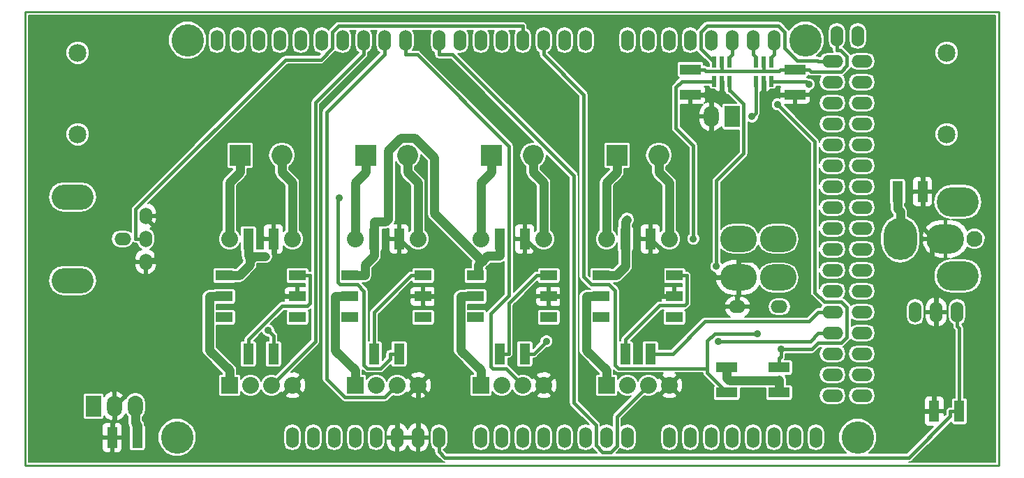
<source format=gbl>
G04 #@! TF.FileFunction,Copper,L2,Bot,Signal*
%FSLAX46Y46*%
G04 Gerber Fmt 4.6, Leading zero omitted, Abs format (unit mm)*
G04 Created by KiCad (PCBNEW 0.201601280801+6517~42~ubuntu14.04.1-product) date Tue 09 Feb 2016 11:09:55 AM EST*
%MOMM*%
G01*
G04 APERTURE LIST*
%ADD10C,0.100000*%
%ADD11C,0.228600*%
%ADD12O,1.854200X2.540000*%
%ADD13R,1.854200X2.540000*%
%ADD14R,0.558800X1.330960*%
%ADD15R,1.270000X2.540000*%
%ADD16R,2.540000X1.270000*%
%ADD17C,1.930400*%
%ADD18O,4.572000X3.556000*%
%ADD19O,4.064000X5.080000*%
%ADD20O,5.080000X3.556000*%
%ADD21O,1.524000X2.540000*%
%ADD22C,3.937000*%
%ADD23O,2.540000X1.524000*%
%ADD24O,5.080000X3.048000*%
%ADD25O,2.032000X1.524000*%
%ADD26O,1.524000X2.032000*%
%ADD27O,4.445000X3.175000*%
%ADD28R,2.540000X2.540000*%
%ADD29O,2.540000X2.540000*%
%ADD30R,2.032000X2.032000*%
%ADD31C,2.032000*%
%ADD32R,2.032000X1.270000*%
%ADD33C,2.159000*%
%ADD34C,0.889000*%
%ADD35C,1.066800*%
%ADD36C,0.609600*%
%ADD37C,0.406400*%
%ADD38C,0.203200*%
G04 APERTURE END LIST*
D10*
D11*
X211455000Y-75311000D02*
X93345000Y-75311000D01*
X211455000Y-130429000D02*
X211455000Y-75311000D01*
X93345000Y-130429000D02*
X211455000Y-130429000D01*
X93345000Y-75311000D02*
X93345000Y-130429000D01*
D12*
X104140000Y-123190000D03*
X106680000Y-123190000D03*
D13*
X101600000Y-123190000D03*
D14*
X178749960Y-83748880D03*
X177800000Y-83748880D03*
X176850040Y-83748880D03*
X176850040Y-81351120D03*
X177800000Y-81351120D03*
X178749960Y-81351120D03*
X183829960Y-83748880D03*
X182880000Y-83748880D03*
X181930040Y-83748880D03*
X181930040Y-81351120D03*
X182880000Y-81351120D03*
X183829960Y-81351120D03*
D15*
X135636000Y-116840000D03*
X138684000Y-116840000D03*
D16*
X178435000Y-118491000D03*
X178435000Y-121539000D03*
X184785000Y-121539000D03*
X184785000Y-118491000D03*
D15*
X120396000Y-102870000D03*
X123444000Y-102870000D03*
D16*
X186690000Y-82296000D03*
X186690000Y-85344000D03*
X173990000Y-82296000D03*
X173990000Y-85344000D03*
D15*
X106934000Y-127000000D03*
X103886000Y-127000000D03*
X206629000Y-123825000D03*
X203581000Y-123825000D03*
X199136000Y-97155000D03*
X202184000Y-97155000D03*
D17*
X208457800Y-102870000D03*
D18*
X204952600Y-102870000D03*
D19*
X199466200Y-102870000D03*
D20*
X206451200Y-98374200D03*
X206451200Y-107365800D03*
D21*
X203835000Y-111760000D03*
X206375000Y-111760000D03*
X201295000Y-111760000D03*
D15*
X150876000Y-116840000D03*
X153924000Y-116840000D03*
D22*
X111760000Y-127000000D03*
X113030000Y-78740000D03*
X194310000Y-127000000D03*
X187960000Y-78740000D03*
D21*
X125730000Y-127000000D03*
X128270000Y-127000000D03*
X130810000Y-127000000D03*
X133350000Y-127000000D03*
X135890000Y-127000000D03*
X138430000Y-127000000D03*
X140970000Y-127000000D03*
X143510000Y-127000000D03*
X148590000Y-127000000D03*
X151130000Y-127000000D03*
X153670000Y-127000000D03*
X156210000Y-127000000D03*
X158750000Y-127000000D03*
X161290000Y-127000000D03*
X163830000Y-127000000D03*
X166370000Y-127000000D03*
X171450000Y-127000000D03*
X173990000Y-127000000D03*
X176530000Y-127000000D03*
X179070000Y-127000000D03*
X181610000Y-127000000D03*
X184150000Y-127000000D03*
X186690000Y-127000000D03*
X189230000Y-127000000D03*
X116586000Y-78740000D03*
X119126000Y-78740000D03*
X121666000Y-78740000D03*
X124206000Y-78740000D03*
X126746000Y-78740000D03*
X129286000Y-78740000D03*
X131826000Y-78740000D03*
X134366000Y-78740000D03*
X136906000Y-78740000D03*
X139446000Y-78740000D03*
X143510000Y-78740000D03*
X161290000Y-78740000D03*
X158750000Y-78740000D03*
X156210000Y-78740000D03*
X153670000Y-78740000D03*
X151130000Y-78740000D03*
X148590000Y-78740000D03*
X146050000Y-78740000D03*
X166370000Y-78740000D03*
X168910000Y-78740000D03*
X171450000Y-78740000D03*
X173990000Y-78740000D03*
X176530000Y-78740000D03*
X179070000Y-78740000D03*
X181610000Y-78740000D03*
X184150000Y-78740000D03*
X191770000Y-78232000D03*
X194310000Y-78232000D03*
D23*
X191262000Y-81280000D03*
X194818000Y-81280000D03*
X191262000Y-83820000D03*
X194818000Y-83820000D03*
X191262000Y-86360000D03*
X194818000Y-86360000D03*
X191262000Y-88900000D03*
X194818000Y-88900000D03*
X191262000Y-91440000D03*
X194818000Y-91440000D03*
X191262000Y-93980000D03*
X194818000Y-93980000D03*
X191262000Y-96520000D03*
X194818000Y-96520000D03*
X191262000Y-99060000D03*
X194818000Y-99060000D03*
X191262000Y-101600000D03*
X194818000Y-101600000D03*
X191262000Y-104140000D03*
X194818000Y-104140000D03*
X191262000Y-106680000D03*
X194818000Y-106680000D03*
X191262000Y-109220000D03*
X194818000Y-109220000D03*
X191262000Y-111760000D03*
X194818000Y-111760000D03*
X191262000Y-114300000D03*
X194818000Y-114300000D03*
X191262000Y-116840000D03*
X194818000Y-116840000D03*
X191262000Y-119380000D03*
X194818000Y-119380000D03*
X191262000Y-121920000D03*
X194818000Y-121920000D03*
D15*
X135636000Y-102870000D03*
X138684000Y-102870000D03*
X150876000Y-102870000D03*
X153924000Y-102870000D03*
D12*
X176530000Y-88011000D03*
D13*
X179070000Y-88011000D03*
D24*
X99060000Y-107950000D03*
X99060000Y-97790000D03*
D25*
X105156000Y-102870000D03*
D26*
X107950000Y-102870000D03*
X107950000Y-100076000D03*
X107950000Y-105664000D03*
D27*
X179844700Y-107569000D03*
X179844700Y-102870000D03*
X184645300Y-102870000D03*
X184645300Y-107569000D03*
D25*
X184785000Y-111125000D03*
X179705000Y-111125000D03*
D15*
X120396000Y-116840000D03*
X123444000Y-116840000D03*
X166116000Y-102870000D03*
X169164000Y-102870000D03*
X166116000Y-116840000D03*
X169164000Y-116840000D03*
D28*
X119380000Y-92710000D03*
D29*
X124460000Y-92710000D03*
D28*
X134620000Y-92710000D03*
D29*
X139700000Y-92710000D03*
D28*
X149860000Y-92710000D03*
D29*
X154940000Y-92710000D03*
D28*
X165100000Y-92710000D03*
D29*
X170180000Y-92710000D03*
D30*
X163830000Y-120650000D03*
D31*
X166370000Y-120650000D03*
X168910000Y-120650000D03*
X171450000Y-120650000D03*
X171450000Y-102870000D03*
X163830000Y-102870000D03*
D30*
X148590000Y-120650000D03*
D31*
X151130000Y-120650000D03*
X153670000Y-120650000D03*
X156210000Y-120650000D03*
X156210000Y-102870000D03*
X148590000Y-102870000D03*
D30*
X133350000Y-120650000D03*
D31*
X135890000Y-120650000D03*
X138430000Y-120650000D03*
X140970000Y-120650000D03*
X140970000Y-102870000D03*
X133350000Y-102870000D03*
D30*
X118110000Y-120650000D03*
D31*
X120650000Y-120650000D03*
X123190000Y-120650000D03*
X125730000Y-120650000D03*
X125730000Y-102870000D03*
X118110000Y-102870000D03*
D32*
X126365000Y-107315000D03*
X126365000Y-109855000D03*
X126365000Y-112395000D03*
X117475000Y-112395000D03*
X117475000Y-109855000D03*
X117475000Y-107315000D03*
X141605000Y-107315000D03*
X141605000Y-109855000D03*
X141605000Y-112395000D03*
X132715000Y-112395000D03*
X132715000Y-109855000D03*
X132715000Y-107315000D03*
X156845000Y-107315000D03*
X156845000Y-109855000D03*
X156845000Y-112395000D03*
X147955000Y-112395000D03*
X147955000Y-109855000D03*
X147955000Y-107315000D03*
X172085000Y-107315000D03*
X172085000Y-109855000D03*
X172085000Y-112395000D03*
X163195000Y-112395000D03*
X163195000Y-109855000D03*
X163195000Y-107315000D03*
D33*
X205105000Y-80264000D03*
X205105000Y-90170000D03*
X99695000Y-90170000D03*
X99695000Y-80264000D03*
D34*
X137354300Y-100494800D03*
X166320700Y-100477400D03*
X122465900Y-104996400D03*
X204742400Y-85217000D03*
X184785000Y-119989300D03*
X177164600Y-106218100D03*
X182119900Y-114373100D03*
X184976700Y-116283500D03*
X184568800Y-86537800D03*
X188399100Y-84090800D03*
X181471400Y-88011000D03*
X174368600Y-102870000D03*
X177388100Y-115296100D03*
X156560400Y-115296100D03*
X131390400Y-97892100D03*
X122805200Y-113995200D03*
D35*
X163195000Y-107315000D02*
X164998700Y-107315000D01*
X134518700Y-106045000D02*
X134518700Y-107315000D01*
X135636000Y-104927700D02*
X134518700Y-106045000D01*
X135636000Y-102870000D02*
X135636000Y-104927700D01*
X132715000Y-107315000D02*
X134518700Y-107315000D01*
X137036800Y-100812300D02*
X137354300Y-100494800D01*
X135636000Y-100812300D02*
X137036800Y-100812300D01*
X135636000Y-102870000D02*
X135636000Y-100812300D01*
X117475000Y-107315000D02*
X119278700Y-107315000D01*
X199136600Y-99212700D02*
X199136000Y-99212700D01*
X199466200Y-99542300D02*
X199136600Y-99212700D01*
X199466200Y-102870000D02*
X199466200Y-99542300D01*
X199136000Y-97155000D02*
X199136000Y-99212700D01*
X147955000Y-107315000D02*
X148272400Y-107315000D01*
X166116000Y-106197700D02*
X166116000Y-102870000D01*
X164998700Y-107315000D02*
X166116000Y-106197700D01*
X166320700Y-100607600D02*
X166320700Y-100477400D01*
X166116000Y-100812300D02*
X166320700Y-100607600D01*
X166116000Y-102870000D02*
X166116000Y-100812300D01*
X150876000Y-102870000D02*
X150876000Y-104927700D01*
X137354300Y-92145500D02*
X137354300Y-100494800D01*
X138892500Y-90607300D02*
X137354300Y-92145500D01*
X140543800Y-90607300D02*
X138892500Y-90607300D01*
X142951300Y-93014800D02*
X140543800Y-90607300D01*
X142951300Y-99794400D02*
X142951300Y-93014800D01*
X148744500Y-105587500D02*
X142951300Y-99794400D01*
X148272400Y-106059600D02*
X148744500Y-105587500D01*
X148272400Y-107315000D02*
X148272400Y-106059600D01*
X149404300Y-104927700D02*
X150876000Y-104927700D01*
X148744500Y-105587500D02*
X149404300Y-104927700D01*
X120396000Y-102870000D02*
X120396000Y-104927700D01*
X121086400Y-104996400D02*
X120775600Y-105307200D01*
X122465900Y-104996400D02*
X121086400Y-104996400D01*
X120396000Y-104927700D02*
X120775600Y-105307200D01*
X120581300Y-106012400D02*
X119278700Y-107315000D01*
X120581300Y-105501500D02*
X120581300Y-106012400D01*
X120775600Y-105307200D02*
X120581300Y-105501500D01*
D36*
X182880000Y-83748900D02*
X182880000Y-84973500D01*
X141605000Y-109855000D02*
X143180100Y-109855000D01*
X140351100Y-104537100D02*
X138684000Y-102870000D01*
X141344800Y-104537100D02*
X140351100Y-104537100D01*
X143180100Y-106372400D02*
X141344800Y-104537100D01*
X143180100Y-109855000D02*
X143180100Y-106372400D01*
X179844700Y-107569000D02*
X177063100Y-107569000D01*
X179844700Y-107569000D02*
X179844700Y-105422400D01*
X203581000Y-113843100D02*
X203835000Y-113589100D01*
X203581000Y-123825000D02*
X203581000Y-113843100D01*
X203835000Y-111760000D02*
X203835000Y-113589100D01*
X205460600Y-102870000D02*
X203543100Y-102870000D01*
X202184000Y-101510900D02*
X202184000Y-98984100D01*
X203543100Y-102870000D02*
X202184000Y-101510900D01*
X203311400Y-109407300D02*
X203835000Y-109930900D01*
X203311400Y-103101700D02*
X203311400Y-109407300D01*
X203543100Y-102870000D02*
X203311400Y-103101700D01*
X203835000Y-111760000D02*
X203835000Y-109930900D01*
X202184000Y-98069500D02*
X202184000Y-98984100D01*
X140970000Y-127000000D02*
X140970000Y-125170900D01*
X140970000Y-120650000D02*
X140970000Y-125170900D01*
X138430000Y-127000000D02*
X138430000Y-125170900D01*
X186690000Y-85344000D02*
X184860900Y-85344000D01*
X174625000Y-123825000D02*
X203581000Y-123825000D01*
X171450000Y-120650000D02*
X174625000Y-123825000D01*
X177738400Y-84973500D02*
X177800000Y-84973500D01*
X176530000Y-86181900D02*
X177738400Y-84973500D01*
X176530000Y-88011000D02*
X176530000Y-86181900D01*
X177800000Y-83748900D02*
X177800000Y-84973500D01*
X175819100Y-85471000D02*
X176530000Y-86181900D01*
X175819100Y-85344000D02*
X175819100Y-85471000D01*
X173990000Y-85344000D02*
X175819100Y-85344000D01*
X176530000Y-88011000D02*
X176530000Y-89840100D01*
X179793300Y-109715600D02*
X179844700Y-109715600D01*
X179705000Y-109803900D02*
X179793300Y-109715600D01*
X179705000Y-111125000D02*
X179705000Y-109803900D01*
X179844700Y-107569000D02*
X179844700Y-109715600D01*
X202184000Y-98069500D02*
X202184000Y-97155000D01*
X202184000Y-87775400D02*
X204742400Y-85217000D01*
X202184000Y-97155000D02*
X202184000Y-87775400D01*
X103886000Y-127000000D02*
X103886000Y-125170900D01*
X104037800Y-125019100D02*
X103886000Y-125170900D01*
X104140000Y-125019100D02*
X104037800Y-125019100D01*
X104140000Y-123190000D02*
X104140000Y-125019100D01*
X185791300Y-105422400D02*
X179844700Y-105422400D01*
X187445600Y-103768100D02*
X185791300Y-105422400D01*
X187445600Y-98156800D02*
X187445600Y-103768100D01*
X183565200Y-94276400D02*
X187445600Y-98156800D01*
X183565200Y-85344000D02*
X183565200Y-94276400D01*
X184860900Y-85344000D02*
X183565200Y-85344000D01*
X183250500Y-85344000D02*
X182880000Y-84973500D01*
X183565200Y-85344000D02*
X183250500Y-85344000D01*
X158420100Y-118439900D02*
X158420100Y-109855000D01*
X156210000Y-120650000D02*
X158420100Y-118439900D01*
X156845000Y-109855000D02*
X158204100Y-109855000D01*
X158204100Y-109855000D02*
X158420100Y-109855000D01*
X155591100Y-104537100D02*
X153924000Y-102870000D01*
X156584800Y-104537100D02*
X155591100Y-104537100D01*
X158420100Y-106372400D02*
X156584800Y-104537100D01*
X158420100Y-109855000D02*
X158420100Y-106372400D01*
X175475800Y-105981700D02*
X175475800Y-104481400D01*
X177063100Y-107569000D02*
X175475800Y-105981700D01*
X175475800Y-90894300D02*
X176530000Y-89840100D01*
X175475800Y-104481400D02*
X175475800Y-90894300D01*
X170509900Y-104746900D02*
X170775400Y-104481400D01*
X170509900Y-109855000D02*
X170509900Y-104746900D01*
X175475800Y-104481400D02*
X170775400Y-104481400D01*
X170775400Y-104481400D02*
X169164000Y-102870000D01*
X172085000Y-109855000D02*
X170509900Y-109855000D01*
X107950000Y-105410000D02*
X109271100Y-105410000D01*
X130250900Y-125170900D02*
X138430000Y-125170900D01*
X125730000Y-120650000D02*
X130250900Y-125170900D01*
X116855800Y-122225200D02*
X110980300Y-116349700D01*
X124154800Y-122225200D02*
X116855800Y-122225200D01*
X125730000Y-120650000D02*
X124154800Y-122225200D01*
X110980300Y-116349700D02*
X104140000Y-123190000D01*
X109271100Y-101651100D02*
X109271100Y-105410000D01*
X107950000Y-100330000D02*
X109271100Y-101651100D01*
X111081200Y-107220100D02*
X111081200Y-108585000D01*
X109271100Y-105410000D02*
X111081200Y-107220100D01*
X111081200Y-116248800D02*
X110980300Y-116349700D01*
X111081200Y-108585000D02*
X111081200Y-116248800D01*
X126365000Y-109855000D02*
X124789900Y-109855000D01*
X123558400Y-102984400D02*
X123444000Y-102870000D01*
X123558400Y-108546500D02*
X123558400Y-102984400D01*
X123519900Y-108585000D02*
X123558400Y-108546500D01*
X111081200Y-108585000D02*
X123519900Y-108585000D01*
X123519900Y-108585000D02*
X124789900Y-109855000D01*
X154608100Y-122251900D02*
X156210000Y-120650000D01*
X146992100Y-122251900D02*
X154608100Y-122251900D01*
X143180100Y-118439900D02*
X146992100Y-122251900D01*
X143180100Y-109855000D02*
X143180100Y-118439900D01*
X143180100Y-118439900D02*
X140970000Y-120650000D01*
D37*
X206629000Y-113741500D02*
X206629000Y-123825000D01*
X206375000Y-113487500D02*
X206629000Y-113741500D01*
X206375000Y-111760000D02*
X206375000Y-113487500D01*
X205536500Y-124422400D02*
X205536500Y-123825000D01*
X200506300Y-129452600D02*
X205536500Y-124422400D01*
X144235100Y-129452600D02*
X200506300Y-129452600D01*
X143510000Y-128727500D02*
X144235100Y-129452600D01*
X143510000Y-127000000D02*
X143510000Y-128727500D01*
X206629000Y-123825000D02*
X205536500Y-123825000D01*
D35*
X106934000Y-125501700D02*
X106934000Y-127000000D01*
X106680000Y-125247700D02*
X106934000Y-125501700D01*
X106680000Y-123190000D02*
X106680000Y-125247700D01*
X178435000Y-118491000D02*
X178435000Y-119830600D01*
X178720700Y-120116300D02*
X178435000Y-119830600D01*
X184785000Y-120116300D02*
X178720700Y-120116300D01*
X184785000Y-121539000D02*
X184785000Y-120116300D01*
X184785000Y-120116300D02*
X184785000Y-119989300D01*
D37*
X177164600Y-95800300D02*
X177164600Y-106218100D01*
X180456900Y-92508000D02*
X177164600Y-95800300D01*
X180456900Y-86486700D02*
X180456900Y-92508000D01*
X178842100Y-84871900D02*
X180456900Y-86486700D01*
X178750000Y-84871900D02*
X178842100Y-84871900D01*
X178750000Y-83748900D02*
X178750000Y-84871900D01*
X156210000Y-78740000D02*
X156210000Y-80467500D01*
X165317800Y-118621100D02*
X176064900Y-118621100D01*
X164880300Y-118183600D02*
X165317800Y-118621100D01*
X164880300Y-109165600D02*
X164880300Y-118183600D01*
X164122300Y-108407600D02*
X164880300Y-109165600D01*
X161982900Y-108407600D02*
X164122300Y-108407600D01*
X161061300Y-107486000D02*
X161982900Y-108407600D01*
X161061300Y-85318800D02*
X161061300Y-107486000D01*
X156210000Y-80467500D02*
X161061300Y-85318800D01*
X176064900Y-119168900D02*
X176064900Y-118621100D01*
X178435000Y-121539000D02*
X176064900Y-119168900D01*
X176970000Y-114373100D02*
X182119900Y-114373100D01*
X176064900Y-115278200D02*
X176970000Y-114373100D01*
X176064900Y-118621100D02*
X176064900Y-115278200D01*
X184785000Y-118491000D02*
X184785000Y-117398500D01*
X184976700Y-117206800D02*
X184976700Y-116283500D01*
X184785000Y-117398500D02*
X184976700Y-117206800D01*
X189104900Y-91073900D02*
X184568800Y-86537800D01*
X189104900Y-109373100D02*
X189104900Y-91073900D01*
X190221800Y-110490000D02*
X189104900Y-109373100D01*
X192284100Y-110490000D02*
X190221800Y-110490000D01*
X192989600Y-111195500D02*
X192284100Y-110490000D01*
X192989600Y-114809800D02*
X192989600Y-111195500D01*
X192279800Y-115519600D02*
X192989600Y-114809800D01*
X189469000Y-115519600D02*
X192279800Y-115519600D01*
X188705100Y-116283500D02*
X189469000Y-115519600D01*
X184976700Y-116283500D02*
X188705100Y-116283500D01*
X178750000Y-80787500D02*
X178750000Y-81351100D01*
X179070000Y-80467500D02*
X178750000Y-80787500D01*
X179070000Y-78740000D02*
X179070000Y-80467500D01*
X140867900Y-80467500D02*
X139446000Y-80467500D01*
X151987100Y-91586700D02*
X140867900Y-80467500D01*
X151987100Y-109764900D02*
X151987100Y-91586700D01*
X149783400Y-111968600D02*
X151987100Y-109764900D01*
X149783400Y-118385500D02*
X149783400Y-111968600D01*
X150015100Y-118617200D02*
X149783400Y-118385500D01*
X151637200Y-118617200D02*
X150015100Y-118617200D01*
X153670000Y-120650000D02*
X151637200Y-118617200D01*
X139446000Y-78740000D02*
X139446000Y-80467500D01*
X129895400Y-87478100D02*
X136906000Y-80467500D01*
X129895400Y-119889400D02*
X129895400Y-87478100D01*
X132129600Y-122123600D02*
X129895400Y-119889400D01*
X136956400Y-122123600D02*
X132129600Y-122123600D01*
X138430000Y-120650000D02*
X136956400Y-122123600D01*
X136906000Y-78740000D02*
X136906000Y-80467500D01*
X128529900Y-86303600D02*
X134366000Y-80467500D01*
X128529900Y-115310100D02*
X128529900Y-86303600D01*
X123190000Y-120650000D02*
X128529900Y-115310100D01*
X134366000Y-78740000D02*
X134366000Y-80467500D01*
X182880000Y-81351100D02*
X182880000Y-82308900D01*
X185826300Y-82296000D02*
X184962500Y-82296000D01*
X185826300Y-82296000D02*
X186690000Y-82296000D01*
X191770000Y-78740000D02*
X191770000Y-79959500D01*
X186690000Y-82296000D02*
X188417500Y-82296000D01*
X188671500Y-82550000D02*
X188417500Y-82296000D01*
X192284100Y-82550000D02*
X188671500Y-82550000D01*
X192989600Y-81844500D02*
X192284100Y-82550000D01*
X192989600Y-80721800D02*
X192989600Y-81844500D01*
X192227300Y-79959500D02*
X192989600Y-80721800D01*
X191770000Y-79959500D02*
X192227300Y-79959500D01*
X184784400Y-82474100D02*
X184962500Y-82296000D01*
X182880000Y-82474100D02*
X184784400Y-82474100D01*
X182880000Y-82308900D02*
X182880000Y-82474100D01*
X182880000Y-82474100D02*
X177800000Y-82474100D01*
X177800000Y-81351100D02*
X177800000Y-82474100D01*
X175895600Y-82474100D02*
X177800000Y-82474100D01*
X175717500Y-82296000D02*
X175895600Y-82474100D01*
X173990000Y-82296000D02*
X175717500Y-82296000D01*
X183830000Y-80787500D02*
X183830000Y-81351100D01*
X184150000Y-80467500D02*
X183830000Y-80787500D01*
X184150000Y-78740000D02*
X184150000Y-80467500D01*
X188057200Y-83748900D02*
X188399100Y-84090800D01*
X183830000Y-83748900D02*
X188057200Y-83748900D01*
X131318400Y-77012500D02*
X153670000Y-77012500D01*
X130556000Y-77774900D02*
X131318400Y-77012500D01*
X130556000Y-79723800D02*
X130556000Y-77774900D01*
X129183600Y-81096200D02*
X130556000Y-79723800D01*
X124897500Y-81096200D02*
X129183600Y-81096200D01*
X106730500Y-99263200D02*
X124897500Y-81096200D01*
X106730500Y-102870000D02*
X106730500Y-99263200D01*
X107950000Y-102870000D02*
X106730500Y-102870000D01*
X153670000Y-78740000D02*
X153670000Y-77012500D01*
X181930000Y-80787500D02*
X181930000Y-81351100D01*
X181610000Y-80467500D02*
X181930000Y-80787500D01*
X181610000Y-78740000D02*
X181610000Y-80467500D01*
X181930000Y-83748900D02*
X181930000Y-84871900D01*
X181930000Y-87552400D02*
X181471400Y-88011000D01*
X181930000Y-84871900D02*
X181930000Y-87552400D01*
X175260000Y-79761100D02*
X176850000Y-81351100D01*
X175260000Y-77763100D02*
X175260000Y-79761100D01*
X176036900Y-76986200D02*
X175260000Y-77763100D01*
X184681800Y-76986200D02*
X176036900Y-76986200D01*
X185455900Y-77760300D02*
X184681800Y-76986200D01*
X185455900Y-79671700D02*
X185455900Y-77760300D01*
X186987600Y-81203400D02*
X185455900Y-79671700D01*
X189457900Y-81203400D02*
X186987600Y-81203400D01*
X189534500Y-81280000D02*
X189457900Y-81203400D01*
X191770000Y-81280000D02*
X189534500Y-81280000D01*
X174368600Y-91539000D02*
X174368600Y-102870000D01*
X172262400Y-89432800D02*
X174368600Y-91539000D01*
X172262400Y-84446700D02*
X172262400Y-89432800D01*
X172960200Y-83748900D02*
X172262400Y-84446700D01*
X176850000Y-83748900D02*
X172960200Y-83748900D01*
X143510000Y-78740000D02*
X143510000Y-80467500D01*
X165100000Y-124460000D02*
X168910000Y-120650000D01*
X165100000Y-128012200D02*
X165100000Y-124460000D01*
X164349800Y-128762400D02*
X165100000Y-128012200D01*
X163346900Y-128762400D02*
X164349800Y-128762400D01*
X162560000Y-127975500D02*
X163346900Y-128762400D01*
X162560000Y-125476000D02*
X162560000Y-127975500D01*
X159870900Y-122786900D02*
X162560000Y-125476000D01*
X159870900Y-95177300D02*
X159870900Y-122786900D01*
X145161100Y-80467500D02*
X159870900Y-95177300D01*
X143510000Y-80467500D02*
X145161100Y-80467500D01*
X171854900Y-116840000D02*
X169164000Y-116840000D01*
X175797800Y-112897100D02*
X171854900Y-116840000D01*
X188397400Y-112897100D02*
X175797800Y-112897100D01*
X189534500Y-111760000D02*
X188397400Y-112897100D01*
X191770000Y-111760000D02*
X189534500Y-111760000D01*
X188538400Y-115296100D02*
X177388100Y-115296100D01*
X189534500Y-114300000D02*
X188538400Y-115296100D01*
X153924000Y-116840000D02*
X155016500Y-116840000D01*
X191770000Y-114300000D02*
X189534500Y-114300000D01*
X155016500Y-116840000D02*
X156560400Y-115296100D01*
X137591500Y-117437400D02*
X137591500Y-116840000D01*
X136423300Y-118605600D02*
X137591500Y-117437400D01*
X134822300Y-118605600D02*
X136423300Y-118605600D01*
X134400300Y-118183600D02*
X134822300Y-118605600D01*
X134400300Y-109210300D02*
X134400300Y-118183600D01*
X133597600Y-108407600D02*
X134400300Y-109210300D01*
X131486700Y-108407600D02*
X133597600Y-108407600D01*
X131241400Y-108162300D02*
X131486700Y-108407600D01*
X131241400Y-98041100D02*
X131241400Y-108162300D01*
X131390400Y-97892100D02*
X131241400Y-98041100D01*
X138684000Y-116840000D02*
X137591500Y-116840000D01*
X123444000Y-114634000D02*
X122805200Y-113995200D01*
X123444000Y-116840000D02*
X123444000Y-114634000D01*
X124498700Y-111009800D02*
X120396000Y-115112500D01*
X127535000Y-111009800D02*
X124498700Y-111009800D01*
X127838500Y-110706300D02*
X127535000Y-111009800D01*
X127838500Y-107315000D02*
X127838500Y-110706300D01*
X126365000Y-107315000D02*
X127838500Y-107315000D01*
X120396000Y-116840000D02*
X120396000Y-115112500D01*
X135636000Y-111810500D02*
X140131500Y-107315000D01*
X135636000Y-116840000D02*
X135636000Y-111810500D01*
X141605000Y-107315000D02*
X140131500Y-107315000D01*
X156845000Y-107315000D02*
X155371500Y-107315000D01*
X150876000Y-116840000D02*
X151968500Y-116840000D01*
X151968500Y-110718000D02*
X155371500Y-107315000D01*
X151968500Y-116840000D02*
X151968500Y-110718000D01*
X170280900Y-110947600D02*
X166116000Y-115112500D01*
X173291200Y-110947600D02*
X170280900Y-110947600D01*
X173558500Y-110680300D02*
X173291200Y-110947600D01*
X173558500Y-107315000D02*
X173558500Y-110680300D01*
X172085000Y-107315000D02*
X173558500Y-107315000D01*
X166116000Y-116840000D02*
X166116000Y-115112500D01*
D35*
X115671300Y-116407600D02*
X118110000Y-118846300D01*
X115671300Y-109855000D02*
X115671300Y-116407600D01*
X117475000Y-109855000D02*
X115671300Y-109855000D01*
X118110000Y-120650000D02*
X118110000Y-118846300D01*
X125730000Y-96037700D02*
X124460000Y-94767700D01*
X125730000Y-102870000D02*
X125730000Y-96037700D01*
X124460000Y-92710000D02*
X124460000Y-94767700D01*
X118110000Y-96037700D02*
X119380000Y-94767700D01*
X118110000Y-102870000D02*
X118110000Y-96037700D01*
X119380000Y-92710000D02*
X119380000Y-94767700D01*
X130911300Y-116407600D02*
X133350000Y-118846300D01*
X130911300Y-109855000D02*
X130911300Y-116407600D01*
X132715000Y-109855000D02*
X130911300Y-109855000D01*
X133350000Y-120650000D02*
X133350000Y-118846300D01*
X140970000Y-96037700D02*
X139700000Y-94767700D01*
X140970000Y-102870000D02*
X140970000Y-96037700D01*
X139700000Y-92710000D02*
X139700000Y-94767700D01*
X133350000Y-96037700D02*
X134620000Y-94767700D01*
X133350000Y-102870000D02*
X133350000Y-96037700D01*
X134620000Y-92710000D02*
X134620000Y-94767700D01*
X146151300Y-116407600D02*
X148590000Y-118846300D01*
X146151300Y-109855000D02*
X146151300Y-116407600D01*
X148590000Y-120650000D02*
X148590000Y-118846300D01*
X147955000Y-109855000D02*
X146151300Y-109855000D01*
X156210000Y-96037700D02*
X154940000Y-94767700D01*
X156210000Y-102870000D02*
X156210000Y-96037700D01*
X154940000Y-92710000D02*
X154940000Y-94767700D01*
X148590000Y-96037700D02*
X149860000Y-94767700D01*
X148590000Y-102870000D02*
X148590000Y-96037700D01*
X149860000Y-92710000D02*
X149860000Y-94767700D01*
X161391300Y-116407600D02*
X163830000Y-118846300D01*
X161391300Y-109855000D02*
X161391300Y-116407600D01*
X163195000Y-109855000D02*
X161391300Y-109855000D01*
X163830000Y-120650000D02*
X163830000Y-118846300D01*
X171450000Y-96037700D02*
X170180000Y-94767700D01*
X171450000Y-102870000D02*
X171450000Y-96037700D01*
X170180000Y-92710000D02*
X170180000Y-94767700D01*
X163830000Y-96037700D02*
X165100000Y-94767700D01*
X163830000Y-102870000D02*
X163830000Y-96037700D01*
X165100000Y-92710000D02*
X165100000Y-94767700D01*
D38*
G36*
X211035900Y-130009900D02*
X200513841Y-130009900D01*
X200720144Y-129968864D01*
X200901431Y-129847731D01*
X205635205Y-125113957D01*
X205659033Y-125233748D01*
X205737627Y-125351373D01*
X205855252Y-125429967D01*
X205994000Y-125457566D01*
X207264000Y-125457566D01*
X207402748Y-125429967D01*
X207520373Y-125351373D01*
X207598967Y-125233748D01*
X207626566Y-125095000D01*
X207626566Y-122555000D01*
X207598967Y-122416252D01*
X207520373Y-122298627D01*
X207402748Y-122220033D01*
X207264000Y-122192434D01*
X207187800Y-122192434D01*
X207187800Y-113741500D01*
X207145264Y-113527656D01*
X207024131Y-113346369D01*
X206933800Y-113256038D01*
X206933800Y-113244768D01*
X207165263Y-113090110D01*
X207407528Y-112727534D01*
X207492600Y-112299847D01*
X207492600Y-111220153D01*
X207407528Y-110792466D01*
X207165263Y-110429890D01*
X206802687Y-110187625D01*
X206375000Y-110102553D01*
X205947313Y-110187625D01*
X205584737Y-110429890D01*
X205342472Y-110792466D01*
X205257400Y-111220153D01*
X205257400Y-112299847D01*
X205342472Y-112727534D01*
X205584737Y-113090110D01*
X205816200Y-113244768D01*
X205816200Y-113487500D01*
X205858736Y-113701344D01*
X205948278Y-113835352D01*
X205979869Y-113882631D01*
X206070200Y-113972962D01*
X206070200Y-122192434D01*
X205994000Y-122192434D01*
X205855252Y-122220033D01*
X205737627Y-122298627D01*
X205659033Y-122416252D01*
X205631434Y-122555000D01*
X205631434Y-123266200D01*
X205536500Y-123266200D01*
X205322656Y-123308736D01*
X205141369Y-123429869D01*
X205020236Y-123611156D01*
X204977700Y-123825000D01*
X204977700Y-124190938D01*
X204825600Y-124343038D01*
X204825600Y-124129800D01*
X204673200Y-123977400D01*
X203733400Y-123977400D01*
X203733400Y-123997400D01*
X203428600Y-123997400D01*
X203428600Y-123977400D01*
X202488800Y-123977400D01*
X202336400Y-124129800D01*
X202336400Y-125216257D01*
X202429206Y-125440311D01*
X202600689Y-125611794D01*
X202824743Y-125704600D01*
X203276200Y-125704600D01*
X203428598Y-125552202D01*
X203428598Y-125704600D01*
X203464038Y-125704600D01*
X200274838Y-128893800D01*
X195702538Y-128893800D01*
X196279127Y-128318216D01*
X196633696Y-127464320D01*
X196634503Y-126539736D01*
X196281425Y-125685223D01*
X195628216Y-125030873D01*
X194774320Y-124676304D01*
X193849736Y-124675497D01*
X192995223Y-125028575D01*
X192340873Y-125681784D01*
X191986304Y-126535680D01*
X191985497Y-127460264D01*
X192338575Y-128314777D01*
X192916588Y-128893800D01*
X165008662Y-128893800D01*
X165495131Y-128407331D01*
X165563233Y-128305410D01*
X165579737Y-128330110D01*
X165942313Y-128572375D01*
X166370000Y-128657447D01*
X166797687Y-128572375D01*
X167160263Y-128330110D01*
X167402528Y-127967534D01*
X167487600Y-127539847D01*
X167487600Y-126460153D01*
X170332400Y-126460153D01*
X170332400Y-127539847D01*
X170417472Y-127967534D01*
X170659737Y-128330110D01*
X171022313Y-128572375D01*
X171450000Y-128657447D01*
X171877687Y-128572375D01*
X172240263Y-128330110D01*
X172482528Y-127967534D01*
X172567600Y-127539847D01*
X172567600Y-126460153D01*
X172872400Y-126460153D01*
X172872400Y-127539847D01*
X172957472Y-127967534D01*
X173199737Y-128330110D01*
X173562313Y-128572375D01*
X173990000Y-128657447D01*
X174417687Y-128572375D01*
X174780263Y-128330110D01*
X175022528Y-127967534D01*
X175107600Y-127539847D01*
X175107600Y-126460153D01*
X175412400Y-126460153D01*
X175412400Y-127539847D01*
X175497472Y-127967534D01*
X175739737Y-128330110D01*
X176102313Y-128572375D01*
X176530000Y-128657447D01*
X176957687Y-128572375D01*
X177320263Y-128330110D01*
X177562528Y-127967534D01*
X177647600Y-127539847D01*
X177647600Y-126460153D01*
X177952400Y-126460153D01*
X177952400Y-127539847D01*
X178037472Y-127967534D01*
X178279737Y-128330110D01*
X178642313Y-128572375D01*
X179070000Y-128657447D01*
X179497687Y-128572375D01*
X179860263Y-128330110D01*
X180102528Y-127967534D01*
X180187600Y-127539847D01*
X180187600Y-126460153D01*
X180492400Y-126460153D01*
X180492400Y-127539847D01*
X180577472Y-127967534D01*
X180819737Y-128330110D01*
X181182313Y-128572375D01*
X181610000Y-128657447D01*
X182037687Y-128572375D01*
X182400263Y-128330110D01*
X182642528Y-127967534D01*
X182727600Y-127539847D01*
X182727600Y-126460153D01*
X183032400Y-126460153D01*
X183032400Y-127539847D01*
X183117472Y-127967534D01*
X183359737Y-128330110D01*
X183722313Y-128572375D01*
X184150000Y-128657447D01*
X184577687Y-128572375D01*
X184940263Y-128330110D01*
X185182528Y-127967534D01*
X185267600Y-127539847D01*
X185267600Y-126460153D01*
X185572400Y-126460153D01*
X185572400Y-127539847D01*
X185657472Y-127967534D01*
X185899737Y-128330110D01*
X186262313Y-128572375D01*
X186690000Y-128657447D01*
X187117687Y-128572375D01*
X187480263Y-128330110D01*
X187722528Y-127967534D01*
X187807600Y-127539847D01*
X187807600Y-126460153D01*
X188112400Y-126460153D01*
X188112400Y-127539847D01*
X188197472Y-127967534D01*
X188439737Y-128330110D01*
X188802313Y-128572375D01*
X189230000Y-128657447D01*
X189657687Y-128572375D01*
X190020263Y-128330110D01*
X190262528Y-127967534D01*
X190347600Y-127539847D01*
X190347600Y-126460153D01*
X190262528Y-126032466D01*
X190020263Y-125669890D01*
X189657687Y-125427625D01*
X189230000Y-125342553D01*
X188802313Y-125427625D01*
X188439737Y-125669890D01*
X188197472Y-126032466D01*
X188112400Y-126460153D01*
X187807600Y-126460153D01*
X187722528Y-126032466D01*
X187480263Y-125669890D01*
X187117687Y-125427625D01*
X186690000Y-125342553D01*
X186262313Y-125427625D01*
X185899737Y-125669890D01*
X185657472Y-126032466D01*
X185572400Y-126460153D01*
X185267600Y-126460153D01*
X185182528Y-126032466D01*
X184940263Y-125669890D01*
X184577687Y-125427625D01*
X184150000Y-125342553D01*
X183722313Y-125427625D01*
X183359737Y-125669890D01*
X183117472Y-126032466D01*
X183032400Y-126460153D01*
X182727600Y-126460153D01*
X182642528Y-126032466D01*
X182400263Y-125669890D01*
X182037687Y-125427625D01*
X181610000Y-125342553D01*
X181182313Y-125427625D01*
X180819737Y-125669890D01*
X180577472Y-126032466D01*
X180492400Y-126460153D01*
X180187600Y-126460153D01*
X180102528Y-126032466D01*
X179860263Y-125669890D01*
X179497687Y-125427625D01*
X179070000Y-125342553D01*
X178642313Y-125427625D01*
X178279737Y-125669890D01*
X178037472Y-126032466D01*
X177952400Y-126460153D01*
X177647600Y-126460153D01*
X177562528Y-126032466D01*
X177320263Y-125669890D01*
X176957687Y-125427625D01*
X176530000Y-125342553D01*
X176102313Y-125427625D01*
X175739737Y-125669890D01*
X175497472Y-126032466D01*
X175412400Y-126460153D01*
X175107600Y-126460153D01*
X175022528Y-126032466D01*
X174780263Y-125669890D01*
X174417687Y-125427625D01*
X173990000Y-125342553D01*
X173562313Y-125427625D01*
X173199737Y-125669890D01*
X172957472Y-126032466D01*
X172872400Y-126460153D01*
X172567600Y-126460153D01*
X172482528Y-126032466D01*
X172240263Y-125669890D01*
X171877687Y-125427625D01*
X171450000Y-125342553D01*
X171022313Y-125427625D01*
X170659737Y-125669890D01*
X170417472Y-126032466D01*
X170332400Y-126460153D01*
X167487600Y-126460153D01*
X167402528Y-126032466D01*
X167160263Y-125669890D01*
X166797687Y-125427625D01*
X166370000Y-125342553D01*
X165942313Y-125427625D01*
X165658800Y-125617062D01*
X165658800Y-124691462D01*
X168418998Y-121931265D01*
X168635975Y-122021361D01*
X169181631Y-122021837D01*
X169678533Y-121816522D01*
X170499004Y-121816522D01*
X170603198Y-122074801D01*
X171212904Y-122290401D01*
X171858707Y-122256266D01*
X172296802Y-122074801D01*
X172400996Y-121816522D01*
X171450000Y-120865526D01*
X170499004Y-121816522D01*
X169678533Y-121816522D01*
X169685934Y-121813464D01*
X170018749Y-121481229D01*
X170025199Y-121496802D01*
X170283478Y-121600996D01*
X171234474Y-120650000D01*
X171665526Y-120650000D01*
X172616522Y-121600996D01*
X172874801Y-121496802D01*
X173090401Y-120887096D01*
X173056266Y-120241293D01*
X172874801Y-119803198D01*
X172616522Y-119699004D01*
X171665526Y-120650000D01*
X171234474Y-120650000D01*
X170283478Y-119699004D01*
X170025199Y-119803198D01*
X170019319Y-119819826D01*
X169687963Y-119487892D01*
X169184025Y-119278639D01*
X168638369Y-119278163D01*
X168134066Y-119486536D01*
X167747892Y-119872037D01*
X167639993Y-120131887D01*
X167533464Y-119874066D01*
X167147963Y-119487892D01*
X166644025Y-119278639D01*
X166098369Y-119278163D01*
X165594066Y-119486536D01*
X165208566Y-119871364D01*
X165208566Y-119634000D01*
X165180967Y-119495252D01*
X165102373Y-119377627D01*
X164984748Y-119299033D01*
X164846000Y-119271434D01*
X164719000Y-119271434D01*
X164719000Y-118846300D01*
X164710623Y-118804185D01*
X164922668Y-119016231D01*
X165048486Y-119100300D01*
X165103956Y-119137364D01*
X165317800Y-119179900D01*
X170712559Y-119179900D01*
X170603198Y-119225199D01*
X170499004Y-119483478D01*
X171450000Y-120434474D01*
X172400996Y-119483478D01*
X172296802Y-119225199D01*
X172168699Y-119179900D01*
X175508288Y-119179900D01*
X175548636Y-119382744D01*
X175610225Y-119474918D01*
X175669769Y-119564031D01*
X176846438Y-120740700D01*
X176830033Y-120765252D01*
X176802434Y-120904000D01*
X176802434Y-122174000D01*
X176830033Y-122312748D01*
X176908627Y-122430373D01*
X177026252Y-122508967D01*
X177165000Y-122536566D01*
X179705000Y-122536566D01*
X179843748Y-122508967D01*
X179961373Y-122430373D01*
X180039967Y-122312748D01*
X180067566Y-122174000D01*
X180067566Y-121005300D01*
X183152434Y-121005300D01*
X183152434Y-122174000D01*
X183180033Y-122312748D01*
X183258627Y-122430373D01*
X183376252Y-122508967D01*
X183515000Y-122536566D01*
X186055000Y-122536566D01*
X186193748Y-122508967D01*
X186311373Y-122430373D01*
X186389967Y-122312748D01*
X186417566Y-122174000D01*
X186417566Y-121920000D01*
X189604553Y-121920000D01*
X189689625Y-122347687D01*
X189931890Y-122710263D01*
X190294466Y-122952528D01*
X190722153Y-123037600D01*
X191801847Y-123037600D01*
X192229534Y-122952528D01*
X192592110Y-122710263D01*
X192834375Y-122347687D01*
X192919447Y-121920000D01*
X193160553Y-121920000D01*
X193245625Y-122347687D01*
X193487890Y-122710263D01*
X193850466Y-122952528D01*
X194278153Y-123037600D01*
X195357847Y-123037600D01*
X195785534Y-122952528D01*
X196148110Y-122710263D01*
X196332874Y-122433743D01*
X202336400Y-122433743D01*
X202336400Y-123520200D01*
X202488800Y-123672600D01*
X203428600Y-123672600D01*
X203428600Y-122097800D01*
X203733400Y-122097800D01*
X203733400Y-123672600D01*
X204673200Y-123672600D01*
X204825600Y-123520200D01*
X204825600Y-122433743D01*
X204732794Y-122209689D01*
X204561311Y-122038206D01*
X204337257Y-121945400D01*
X203885800Y-121945400D01*
X203733400Y-122097800D01*
X203428600Y-122097800D01*
X203276200Y-121945400D01*
X202824743Y-121945400D01*
X202600689Y-122038206D01*
X202429206Y-122209689D01*
X202336400Y-122433743D01*
X196332874Y-122433743D01*
X196390375Y-122347687D01*
X196475447Y-121920000D01*
X196390375Y-121492313D01*
X196148110Y-121129737D01*
X195785534Y-120887472D01*
X195357847Y-120802400D01*
X194278153Y-120802400D01*
X193850466Y-120887472D01*
X193487890Y-121129737D01*
X193245625Y-121492313D01*
X193160553Y-121920000D01*
X192919447Y-121920000D01*
X192834375Y-121492313D01*
X192592110Y-121129737D01*
X192229534Y-120887472D01*
X191801847Y-120802400D01*
X190722153Y-120802400D01*
X190294466Y-120887472D01*
X189931890Y-121129737D01*
X189689625Y-121492313D01*
X189604553Y-121920000D01*
X186417566Y-121920000D01*
X186417566Y-120904000D01*
X186389967Y-120765252D01*
X186311373Y-120647627D01*
X186193748Y-120569033D01*
X186055000Y-120541434D01*
X185674000Y-120541434D01*
X185674000Y-119989300D01*
X185606329Y-119649094D01*
X185499067Y-119488566D01*
X186055000Y-119488566D01*
X186193748Y-119460967D01*
X186311373Y-119382373D01*
X186312958Y-119380000D01*
X189604553Y-119380000D01*
X189689625Y-119807687D01*
X189931890Y-120170263D01*
X190294466Y-120412528D01*
X190722153Y-120497600D01*
X191801847Y-120497600D01*
X192229534Y-120412528D01*
X192592110Y-120170263D01*
X192834375Y-119807687D01*
X192919447Y-119380000D01*
X193160553Y-119380000D01*
X193245625Y-119807687D01*
X193487890Y-120170263D01*
X193850466Y-120412528D01*
X194278153Y-120497600D01*
X195357847Y-120497600D01*
X195785534Y-120412528D01*
X196148110Y-120170263D01*
X196390375Y-119807687D01*
X196475447Y-119380000D01*
X196390375Y-118952313D01*
X196148110Y-118589737D01*
X195785534Y-118347472D01*
X195357847Y-118262400D01*
X194278153Y-118262400D01*
X193850466Y-118347472D01*
X193487890Y-118589737D01*
X193245625Y-118952313D01*
X193160553Y-119380000D01*
X192919447Y-119380000D01*
X192834375Y-118952313D01*
X192592110Y-118589737D01*
X192229534Y-118347472D01*
X191801847Y-118262400D01*
X190722153Y-118262400D01*
X190294466Y-118347472D01*
X189931890Y-118589737D01*
X189689625Y-118952313D01*
X189604553Y-119380000D01*
X186312958Y-119380000D01*
X186389967Y-119264748D01*
X186417566Y-119126000D01*
X186417566Y-117856000D01*
X186389967Y-117717252D01*
X186311373Y-117599627D01*
X186193748Y-117521033D01*
X186055000Y-117493434D01*
X185444327Y-117493434D01*
X185492965Y-117420643D01*
X185535500Y-117206800D01*
X185535500Y-116856200D01*
X185549425Y-116842300D01*
X188705100Y-116842300D01*
X188918944Y-116799764D01*
X189100231Y-116678631D01*
X189700462Y-116078400D01*
X189912738Y-116078400D01*
X189689625Y-116412313D01*
X189604553Y-116840000D01*
X189689625Y-117267687D01*
X189931890Y-117630263D01*
X190294466Y-117872528D01*
X190722153Y-117957600D01*
X191801847Y-117957600D01*
X192229534Y-117872528D01*
X192592110Y-117630263D01*
X192834375Y-117267687D01*
X192919447Y-116840000D01*
X193160553Y-116840000D01*
X193245625Y-117267687D01*
X193487890Y-117630263D01*
X193850466Y-117872528D01*
X194278153Y-117957600D01*
X195357847Y-117957600D01*
X195785534Y-117872528D01*
X196148110Y-117630263D01*
X196390375Y-117267687D01*
X196475447Y-116840000D01*
X196390375Y-116412313D01*
X196148110Y-116049737D01*
X195785534Y-115807472D01*
X195357847Y-115722400D01*
X194278153Y-115722400D01*
X193850466Y-115807472D01*
X193487890Y-116049737D01*
X193245625Y-116412313D01*
X193160553Y-116840000D01*
X192919447Y-116840000D01*
X192834375Y-116412313D01*
X192592110Y-116049737D01*
X192532496Y-116009904D01*
X192674931Y-115914731D01*
X193384731Y-115204931D01*
X193461350Y-115090263D01*
X193474620Y-115070403D01*
X193487890Y-115090263D01*
X193850466Y-115332528D01*
X194278153Y-115417600D01*
X195357847Y-115417600D01*
X195785534Y-115332528D01*
X196148110Y-115090263D01*
X196390375Y-114727687D01*
X196475447Y-114300000D01*
X196390375Y-113872313D01*
X196148110Y-113509737D01*
X195785534Y-113267472D01*
X195357847Y-113182400D01*
X194278153Y-113182400D01*
X193850466Y-113267472D01*
X193548400Y-113469306D01*
X193548400Y-112590694D01*
X193850466Y-112792528D01*
X194278153Y-112877600D01*
X195357847Y-112877600D01*
X195785534Y-112792528D01*
X196148110Y-112550263D01*
X196390375Y-112187687D01*
X196475447Y-111760000D01*
X196390375Y-111332313D01*
X196315433Y-111220153D01*
X200177400Y-111220153D01*
X200177400Y-112299847D01*
X200262472Y-112727534D01*
X200504737Y-113090110D01*
X200867313Y-113332375D01*
X201295000Y-113417447D01*
X201722687Y-113332375D01*
X202085263Y-113090110D01*
X202327528Y-112727534D01*
X202412600Y-112299847D01*
X202412600Y-111912400D01*
X202463400Y-111912400D01*
X202463400Y-112420400D01*
X202626128Y-112933688D01*
X202972896Y-113345631D01*
X203471239Y-113590484D01*
X203682600Y-113477637D01*
X203682600Y-111912400D01*
X203987400Y-111912400D01*
X203987400Y-113477637D01*
X204198761Y-113590484D01*
X204697104Y-113345631D01*
X205043872Y-112933688D01*
X205206600Y-112420400D01*
X205206600Y-111912400D01*
X203987400Y-111912400D01*
X203682600Y-111912400D01*
X202463400Y-111912400D01*
X202412600Y-111912400D01*
X202412600Y-111220153D01*
X202388621Y-111099600D01*
X202463400Y-111099600D01*
X202463400Y-111607600D01*
X203682600Y-111607600D01*
X203682600Y-110042363D01*
X203987400Y-110042363D01*
X203987400Y-111607600D01*
X205206600Y-111607600D01*
X205206600Y-111099600D01*
X205043872Y-110586312D01*
X204697104Y-110174369D01*
X204198761Y-109929516D01*
X203987400Y-110042363D01*
X203682600Y-110042363D01*
X203471239Y-109929516D01*
X202972896Y-110174369D01*
X202626128Y-110586312D01*
X202463400Y-111099600D01*
X202388621Y-111099600D01*
X202327528Y-110792466D01*
X202085263Y-110429890D01*
X201722687Y-110187625D01*
X201295000Y-110102553D01*
X200867313Y-110187625D01*
X200504737Y-110429890D01*
X200262472Y-110792466D01*
X200177400Y-111220153D01*
X196315433Y-111220153D01*
X196148110Y-110969737D01*
X195785534Y-110727472D01*
X195357847Y-110642400D01*
X194278153Y-110642400D01*
X193850466Y-110727472D01*
X193494811Y-110965113D01*
X193384732Y-110800369D01*
X192679231Y-110094869D01*
X192675644Y-110092472D01*
X192572360Y-110023460D01*
X192592110Y-110010263D01*
X192834375Y-109647687D01*
X192919447Y-109220000D01*
X193160553Y-109220000D01*
X193245625Y-109647687D01*
X193487890Y-110010263D01*
X193850466Y-110252528D01*
X194278153Y-110337600D01*
X195357847Y-110337600D01*
X195785534Y-110252528D01*
X196148110Y-110010263D01*
X196390375Y-109647687D01*
X196475447Y-109220000D01*
X196390375Y-108792313D01*
X196148110Y-108429737D01*
X195785534Y-108187472D01*
X195357847Y-108102400D01*
X194278153Y-108102400D01*
X193850466Y-108187472D01*
X193487890Y-108429737D01*
X193245625Y-108792313D01*
X193160553Y-109220000D01*
X192919447Y-109220000D01*
X192834375Y-108792313D01*
X192592110Y-108429737D01*
X192229534Y-108187472D01*
X191801847Y-108102400D01*
X190722153Y-108102400D01*
X190294466Y-108187472D01*
X189931890Y-108429737D01*
X189689625Y-108792313D01*
X189663700Y-108922647D01*
X189663700Y-106977353D01*
X189689625Y-107107687D01*
X189931890Y-107470263D01*
X190294466Y-107712528D01*
X190722153Y-107797600D01*
X191801847Y-107797600D01*
X192229534Y-107712528D01*
X192592110Y-107470263D01*
X192834375Y-107107687D01*
X192919447Y-106680000D01*
X193160553Y-106680000D01*
X193245625Y-107107687D01*
X193487890Y-107470263D01*
X193850466Y-107712528D01*
X194278153Y-107797600D01*
X195357847Y-107797600D01*
X195785534Y-107712528D01*
X196148110Y-107470263D01*
X196390375Y-107107687D01*
X196475447Y-106680000D01*
X196390375Y-106252313D01*
X196148110Y-105889737D01*
X195785534Y-105647472D01*
X195357847Y-105562400D01*
X194278153Y-105562400D01*
X193850466Y-105647472D01*
X193487890Y-105889737D01*
X193245625Y-106252313D01*
X193160553Y-106680000D01*
X192919447Y-106680000D01*
X192834375Y-106252313D01*
X192592110Y-105889737D01*
X192229534Y-105647472D01*
X191801847Y-105562400D01*
X190722153Y-105562400D01*
X190294466Y-105647472D01*
X189931890Y-105889737D01*
X189689625Y-106252313D01*
X189663700Y-106382647D01*
X189663700Y-104437353D01*
X189689625Y-104567687D01*
X189931890Y-104930263D01*
X190294466Y-105172528D01*
X190722153Y-105257600D01*
X191801847Y-105257600D01*
X192229534Y-105172528D01*
X192592110Y-104930263D01*
X192834375Y-104567687D01*
X192919447Y-104140000D01*
X193160553Y-104140000D01*
X193245625Y-104567687D01*
X193487890Y-104930263D01*
X193850466Y-105172528D01*
X194278153Y-105257600D01*
X195357847Y-105257600D01*
X195785534Y-105172528D01*
X196148110Y-104930263D01*
X196390375Y-104567687D01*
X196475447Y-104140000D01*
X196390375Y-103712313D01*
X196148110Y-103349737D01*
X195785534Y-103107472D01*
X195357847Y-103022400D01*
X194278153Y-103022400D01*
X193850466Y-103107472D01*
X193487890Y-103349737D01*
X193245625Y-103712313D01*
X193160553Y-104140000D01*
X192919447Y-104140000D01*
X192834375Y-103712313D01*
X192592110Y-103349737D01*
X192229534Y-103107472D01*
X191801847Y-103022400D01*
X190722153Y-103022400D01*
X190294466Y-103107472D01*
X189931890Y-103349737D01*
X189689625Y-103712313D01*
X189663700Y-103842647D01*
X189663700Y-101897353D01*
X189689625Y-102027687D01*
X189931890Y-102390263D01*
X190294466Y-102632528D01*
X190722153Y-102717600D01*
X191801847Y-102717600D01*
X192229534Y-102632528D01*
X192592110Y-102390263D01*
X192834375Y-102027687D01*
X192919447Y-101600000D01*
X193160553Y-101600000D01*
X193245625Y-102027687D01*
X193487890Y-102390263D01*
X193850466Y-102632528D01*
X194278153Y-102717600D01*
X195357847Y-102717600D01*
X195785534Y-102632528D01*
X196148110Y-102390263D01*
X196204899Y-102305272D01*
X197078600Y-102305272D01*
X197078600Y-103434728D01*
X197260345Y-104348423D01*
X197777912Y-105123016D01*
X198552505Y-105640583D01*
X199466200Y-105822328D01*
X200379895Y-105640583D01*
X201154488Y-105123016D01*
X201672055Y-104348423D01*
X201853800Y-103434728D01*
X201853800Y-103393265D01*
X202115045Y-103393265D01*
X202180425Y-103642896D01*
X202648549Y-104450525D01*
X203390106Y-105017534D01*
X204292200Y-105257600D01*
X204800200Y-105257600D01*
X204800200Y-103022400D01*
X202214602Y-103022400D01*
X202115045Y-103393265D01*
X201853800Y-103393265D01*
X201853800Y-102346735D01*
X202115045Y-102346735D01*
X202214602Y-102717600D01*
X204800200Y-102717600D01*
X204800200Y-100482400D01*
X204292200Y-100482400D01*
X203390106Y-100722466D01*
X202648549Y-101289475D01*
X202180425Y-102097104D01*
X202115045Y-102346735D01*
X201853800Y-102346735D01*
X201853800Y-102305272D01*
X201672055Y-101391577D01*
X201154488Y-100616984D01*
X200379895Y-100099417D01*
X200355200Y-100094505D01*
X200355200Y-99542300D01*
X200287529Y-99202094D01*
X200094818Y-98913682D01*
X200025000Y-98843864D01*
X200025000Y-98682959D01*
X200027373Y-98681373D01*
X200105967Y-98563748D01*
X200133566Y-98425000D01*
X200133566Y-97459800D01*
X200939400Y-97459800D01*
X200939400Y-98546257D01*
X201032206Y-98770311D01*
X201203689Y-98941794D01*
X201427743Y-99034600D01*
X201879200Y-99034600D01*
X202031600Y-98882200D01*
X202031600Y-97307400D01*
X202336400Y-97307400D01*
X202336400Y-98882200D01*
X202488800Y-99034600D01*
X202940257Y-99034600D01*
X203164311Y-98941794D01*
X203335794Y-98770311D01*
X203428600Y-98546257D01*
X203428600Y-98374200D01*
X203498872Y-98374200D01*
X203661283Y-99190693D01*
X204123789Y-99882883D01*
X204815979Y-100345389D01*
X205504778Y-100482400D01*
X205105000Y-100482400D01*
X205105000Y-102717600D01*
X205125000Y-102717600D01*
X205125000Y-103022400D01*
X205105000Y-103022400D01*
X205105000Y-105257600D01*
X205504778Y-105257600D01*
X204815979Y-105394611D01*
X204123789Y-105857117D01*
X203661283Y-106549307D01*
X203498872Y-107365800D01*
X203661283Y-108182293D01*
X204123789Y-108874483D01*
X204815979Y-109336989D01*
X205632472Y-109499400D01*
X207269928Y-109499400D01*
X208086421Y-109336989D01*
X208778611Y-108874483D01*
X209241117Y-108182293D01*
X209403528Y-107365800D01*
X209241117Y-106549307D01*
X208778611Y-105857117D01*
X208086421Y-105394611D01*
X207269928Y-105232200D01*
X205708445Y-105232200D01*
X206515094Y-105017534D01*
X207256651Y-104450525D01*
X207591909Y-103872122D01*
X207708650Y-103989067D01*
X208193924Y-104190570D01*
X208719371Y-104191029D01*
X209204996Y-103990373D01*
X209576867Y-103619150D01*
X209778370Y-103133876D01*
X209778829Y-102608429D01*
X209578173Y-102122804D01*
X209206950Y-101750933D01*
X208721676Y-101549430D01*
X208196229Y-101548971D01*
X207710604Y-101749627D01*
X207591996Y-101868028D01*
X207256651Y-101289475D01*
X206515094Y-100722466D01*
X205708445Y-100507800D01*
X207269928Y-100507800D01*
X208086421Y-100345389D01*
X208778611Y-99882883D01*
X209241117Y-99190693D01*
X209403528Y-98374200D01*
X209241117Y-97557707D01*
X208778611Y-96865517D01*
X208086421Y-96403011D01*
X207269928Y-96240600D01*
X205632472Y-96240600D01*
X204815979Y-96403011D01*
X204123789Y-96865517D01*
X203661283Y-97557707D01*
X203498872Y-98374200D01*
X203428600Y-98374200D01*
X203428600Y-97459800D01*
X203276200Y-97307400D01*
X202336400Y-97307400D01*
X202031600Y-97307400D01*
X201091800Y-97307400D01*
X200939400Y-97459800D01*
X200133566Y-97459800D01*
X200133566Y-95885000D01*
X200109447Y-95763743D01*
X200939400Y-95763743D01*
X200939400Y-96850200D01*
X201091800Y-97002600D01*
X202031600Y-97002600D01*
X202031600Y-95427800D01*
X202336400Y-95427800D01*
X202336400Y-97002600D01*
X203276200Y-97002600D01*
X203428600Y-96850200D01*
X203428600Y-95763743D01*
X203335794Y-95539689D01*
X203164311Y-95368206D01*
X202940257Y-95275400D01*
X202488800Y-95275400D01*
X202336400Y-95427800D01*
X202031600Y-95427800D01*
X201879200Y-95275400D01*
X201427743Y-95275400D01*
X201203689Y-95368206D01*
X201032206Y-95539689D01*
X200939400Y-95763743D01*
X200109447Y-95763743D01*
X200105967Y-95746252D01*
X200027373Y-95628627D01*
X199909748Y-95550033D01*
X199771000Y-95522434D01*
X198501000Y-95522434D01*
X198362252Y-95550033D01*
X198244627Y-95628627D01*
X198166033Y-95746252D01*
X198138434Y-95885000D01*
X198138434Y-98425000D01*
X198166033Y-98563748D01*
X198244627Y-98681373D01*
X198247000Y-98682959D01*
X198247000Y-99212700D01*
X198314671Y-99552906D01*
X198507382Y-99841318D01*
X198509190Y-99842526D01*
X198577200Y-99910536D01*
X198577200Y-100094505D01*
X198552505Y-100099417D01*
X197777912Y-100616984D01*
X197260345Y-101391577D01*
X197078600Y-102305272D01*
X196204899Y-102305272D01*
X196390375Y-102027687D01*
X196475447Y-101600000D01*
X196390375Y-101172313D01*
X196148110Y-100809737D01*
X195785534Y-100567472D01*
X195357847Y-100482400D01*
X194278153Y-100482400D01*
X193850466Y-100567472D01*
X193487890Y-100809737D01*
X193245625Y-101172313D01*
X193160553Y-101600000D01*
X192919447Y-101600000D01*
X192834375Y-101172313D01*
X192592110Y-100809737D01*
X192229534Y-100567472D01*
X191801847Y-100482400D01*
X190722153Y-100482400D01*
X190294466Y-100567472D01*
X189931890Y-100809737D01*
X189689625Y-101172313D01*
X189663700Y-101302647D01*
X189663700Y-99357353D01*
X189689625Y-99487687D01*
X189931890Y-99850263D01*
X190294466Y-100092528D01*
X190722153Y-100177600D01*
X191801847Y-100177600D01*
X192229534Y-100092528D01*
X192592110Y-99850263D01*
X192834375Y-99487687D01*
X192919447Y-99060000D01*
X193160553Y-99060000D01*
X193245625Y-99487687D01*
X193487890Y-99850263D01*
X193850466Y-100092528D01*
X194278153Y-100177600D01*
X195357847Y-100177600D01*
X195785534Y-100092528D01*
X196148110Y-99850263D01*
X196390375Y-99487687D01*
X196475447Y-99060000D01*
X196390375Y-98632313D01*
X196148110Y-98269737D01*
X195785534Y-98027472D01*
X195357847Y-97942400D01*
X194278153Y-97942400D01*
X193850466Y-98027472D01*
X193487890Y-98269737D01*
X193245625Y-98632313D01*
X193160553Y-99060000D01*
X192919447Y-99060000D01*
X192834375Y-98632313D01*
X192592110Y-98269737D01*
X192229534Y-98027472D01*
X191801847Y-97942400D01*
X190722153Y-97942400D01*
X190294466Y-98027472D01*
X189931890Y-98269737D01*
X189689625Y-98632313D01*
X189663700Y-98762647D01*
X189663700Y-96817353D01*
X189689625Y-96947687D01*
X189931890Y-97310263D01*
X190294466Y-97552528D01*
X190722153Y-97637600D01*
X191801847Y-97637600D01*
X192229534Y-97552528D01*
X192592110Y-97310263D01*
X192834375Y-96947687D01*
X192919447Y-96520000D01*
X193160553Y-96520000D01*
X193245625Y-96947687D01*
X193487890Y-97310263D01*
X193850466Y-97552528D01*
X194278153Y-97637600D01*
X195357847Y-97637600D01*
X195785534Y-97552528D01*
X196148110Y-97310263D01*
X196390375Y-96947687D01*
X196475447Y-96520000D01*
X196390375Y-96092313D01*
X196148110Y-95729737D01*
X195785534Y-95487472D01*
X195357847Y-95402400D01*
X194278153Y-95402400D01*
X193850466Y-95487472D01*
X193487890Y-95729737D01*
X193245625Y-96092313D01*
X193160553Y-96520000D01*
X192919447Y-96520000D01*
X192834375Y-96092313D01*
X192592110Y-95729737D01*
X192229534Y-95487472D01*
X191801847Y-95402400D01*
X190722153Y-95402400D01*
X190294466Y-95487472D01*
X189931890Y-95729737D01*
X189689625Y-96092313D01*
X189663700Y-96222647D01*
X189663700Y-94277353D01*
X189689625Y-94407687D01*
X189931890Y-94770263D01*
X190294466Y-95012528D01*
X190722153Y-95097600D01*
X191801847Y-95097600D01*
X192229534Y-95012528D01*
X192592110Y-94770263D01*
X192834375Y-94407687D01*
X192919447Y-93980000D01*
X193160553Y-93980000D01*
X193245625Y-94407687D01*
X193487890Y-94770263D01*
X193850466Y-95012528D01*
X194278153Y-95097600D01*
X195357847Y-95097600D01*
X195785534Y-95012528D01*
X196148110Y-94770263D01*
X196390375Y-94407687D01*
X196475447Y-93980000D01*
X196390375Y-93552313D01*
X196148110Y-93189737D01*
X195785534Y-92947472D01*
X195357847Y-92862400D01*
X194278153Y-92862400D01*
X193850466Y-92947472D01*
X193487890Y-93189737D01*
X193245625Y-93552313D01*
X193160553Y-93980000D01*
X192919447Y-93980000D01*
X192834375Y-93552313D01*
X192592110Y-93189737D01*
X192229534Y-92947472D01*
X191801847Y-92862400D01*
X190722153Y-92862400D01*
X190294466Y-92947472D01*
X189931890Y-93189737D01*
X189689625Y-93552313D01*
X189663700Y-93682647D01*
X189663700Y-91737353D01*
X189689625Y-91867687D01*
X189931890Y-92230263D01*
X190294466Y-92472528D01*
X190722153Y-92557600D01*
X191801847Y-92557600D01*
X192229534Y-92472528D01*
X192592110Y-92230263D01*
X192834375Y-91867687D01*
X192919447Y-91440000D01*
X193160553Y-91440000D01*
X193245625Y-91867687D01*
X193487890Y-92230263D01*
X193850466Y-92472528D01*
X194278153Y-92557600D01*
X195357847Y-92557600D01*
X195785534Y-92472528D01*
X196148110Y-92230263D01*
X196390375Y-91867687D01*
X196475447Y-91440000D01*
X196390375Y-91012313D01*
X196148110Y-90649737D01*
X195855479Y-90454207D01*
X203669652Y-90454207D01*
X203887672Y-90981857D01*
X204291020Y-91385909D01*
X204818289Y-91604850D01*
X205389207Y-91605348D01*
X205916857Y-91387328D01*
X206320909Y-90983980D01*
X206539850Y-90456711D01*
X206540348Y-89885793D01*
X206322328Y-89358143D01*
X205918980Y-88954091D01*
X205391711Y-88735150D01*
X204820793Y-88734652D01*
X204293143Y-88952672D01*
X203889091Y-89356020D01*
X203670150Y-89883289D01*
X203669652Y-90454207D01*
X195855479Y-90454207D01*
X195785534Y-90407472D01*
X195357847Y-90322400D01*
X194278153Y-90322400D01*
X193850466Y-90407472D01*
X193487890Y-90649737D01*
X193245625Y-91012313D01*
X193160553Y-91440000D01*
X192919447Y-91440000D01*
X192834375Y-91012313D01*
X192592110Y-90649737D01*
X192229534Y-90407472D01*
X191801847Y-90322400D01*
X190722153Y-90322400D01*
X190294466Y-90407472D01*
X189931890Y-90649737D01*
X189689625Y-91012313D01*
X189663700Y-91142647D01*
X189663700Y-91073900D01*
X189621164Y-90860056D01*
X189500031Y-90678769D01*
X187721262Y-88900000D01*
X189604553Y-88900000D01*
X189689625Y-89327687D01*
X189931890Y-89690263D01*
X190294466Y-89932528D01*
X190722153Y-90017600D01*
X191801847Y-90017600D01*
X192229534Y-89932528D01*
X192592110Y-89690263D01*
X192834375Y-89327687D01*
X192919447Y-88900000D01*
X193160553Y-88900000D01*
X193245625Y-89327687D01*
X193487890Y-89690263D01*
X193850466Y-89932528D01*
X194278153Y-90017600D01*
X195357847Y-90017600D01*
X195785534Y-89932528D01*
X196148110Y-89690263D01*
X196390375Y-89327687D01*
X196475447Y-88900000D01*
X196390375Y-88472313D01*
X196148110Y-88109737D01*
X195785534Y-87867472D01*
X195357847Y-87782400D01*
X194278153Y-87782400D01*
X193850466Y-87867472D01*
X193487890Y-88109737D01*
X193245625Y-88472313D01*
X193160553Y-88900000D01*
X192919447Y-88900000D01*
X192834375Y-88472313D01*
X192592110Y-88109737D01*
X192229534Y-87867472D01*
X191801847Y-87782400D01*
X190722153Y-87782400D01*
X190294466Y-87867472D01*
X189931890Y-88109737D01*
X189689625Y-88472313D01*
X189604553Y-88900000D01*
X187721262Y-88900000D01*
X185409862Y-86588600D01*
X186385200Y-86588600D01*
X186537600Y-86436200D01*
X186537600Y-85496400D01*
X186842400Y-85496400D01*
X186842400Y-86436200D01*
X186994800Y-86588600D01*
X188081257Y-86588600D01*
X188305311Y-86495794D01*
X188441105Y-86360000D01*
X189604553Y-86360000D01*
X189689625Y-86787687D01*
X189931890Y-87150263D01*
X190294466Y-87392528D01*
X190722153Y-87477600D01*
X191801847Y-87477600D01*
X192229534Y-87392528D01*
X192592110Y-87150263D01*
X192834375Y-86787687D01*
X192919447Y-86360000D01*
X193160553Y-86360000D01*
X193245625Y-86787687D01*
X193487890Y-87150263D01*
X193850466Y-87392528D01*
X194278153Y-87477600D01*
X195357847Y-87477600D01*
X195785534Y-87392528D01*
X196148110Y-87150263D01*
X196390375Y-86787687D01*
X196475447Y-86360000D01*
X196390375Y-85932313D01*
X196148110Y-85569737D01*
X195785534Y-85327472D01*
X195357847Y-85242400D01*
X194278153Y-85242400D01*
X193850466Y-85327472D01*
X193487890Y-85569737D01*
X193245625Y-85932313D01*
X193160553Y-86360000D01*
X192919447Y-86360000D01*
X192834375Y-85932313D01*
X192592110Y-85569737D01*
X192229534Y-85327472D01*
X191801847Y-85242400D01*
X190722153Y-85242400D01*
X190294466Y-85327472D01*
X189931890Y-85569737D01*
X189689625Y-85932313D01*
X189604553Y-86360000D01*
X188441105Y-86360000D01*
X188476794Y-86324311D01*
X188569600Y-86100257D01*
X188569600Y-85648800D01*
X188417200Y-85496400D01*
X186842400Y-85496400D01*
X186537600Y-85496400D01*
X184962800Y-85496400D01*
X184810400Y-85648800D01*
X184810400Y-85771786D01*
X184728648Y-85737839D01*
X184410348Y-85737561D01*
X184116172Y-85859113D01*
X183890904Y-86083988D01*
X183768839Y-86377952D01*
X183768561Y-86696252D01*
X183890113Y-86990428D01*
X184114988Y-87215696D01*
X184408952Y-87337761D01*
X184578647Y-87337909D01*
X188546100Y-91305362D01*
X188546100Y-109373100D01*
X188588636Y-109586944D01*
X188680482Y-109724400D01*
X188709769Y-109768231D01*
X189826669Y-110885131D01*
X189942590Y-110962588D01*
X189931890Y-110969737D01*
X189777232Y-111201200D01*
X189534500Y-111201200D01*
X189320656Y-111243736D01*
X189188092Y-111332313D01*
X189139369Y-111364869D01*
X188165938Y-112338300D01*
X180609630Y-112338300D01*
X181013480Y-112016708D01*
X181274454Y-111545299D01*
X181281484Y-111488761D01*
X181168637Y-111277400D01*
X179857400Y-111277400D01*
X179857400Y-111297400D01*
X179552600Y-111297400D01*
X179552600Y-111277400D01*
X178241363Y-111277400D01*
X178128516Y-111488761D01*
X178135546Y-111545299D01*
X178396520Y-112016708D01*
X178800370Y-112338300D01*
X175797800Y-112338300D01*
X175583957Y-112380835D01*
X175402669Y-112501968D01*
X171623438Y-116281200D01*
X170161566Y-116281200D01*
X170161566Y-115570000D01*
X170133967Y-115431252D01*
X170055373Y-115313627D01*
X169937748Y-115235033D01*
X169799000Y-115207434D01*
X168529000Y-115207434D01*
X168390252Y-115235033D01*
X168272627Y-115313627D01*
X168194033Y-115431252D01*
X168166434Y-115570000D01*
X168166434Y-118062300D01*
X167113566Y-118062300D01*
X167113566Y-115570000D01*
X167085967Y-115431252D01*
X167007373Y-115313627D01*
X166889748Y-115235033D01*
X166801319Y-115217443D01*
X170512362Y-111506400D01*
X170810774Y-111506400D01*
X170734033Y-111621252D01*
X170706434Y-111760000D01*
X170706434Y-113030000D01*
X170734033Y-113168748D01*
X170812627Y-113286373D01*
X170930252Y-113364967D01*
X171069000Y-113392566D01*
X173101000Y-113392566D01*
X173239748Y-113364967D01*
X173357373Y-113286373D01*
X173435967Y-113168748D01*
X173463566Y-113030000D01*
X173463566Y-111760000D01*
X173435967Y-111621252D01*
X173357373Y-111503627D01*
X173345391Y-111495621D01*
X173505044Y-111463864D01*
X173686331Y-111342731D01*
X173904062Y-111125000D01*
X183386529Y-111125000D01*
X183471601Y-111552687D01*
X183713866Y-111915263D01*
X184076442Y-112157528D01*
X184504129Y-112242600D01*
X185065871Y-112242600D01*
X185493558Y-112157528D01*
X185856134Y-111915263D01*
X186098399Y-111552687D01*
X186183471Y-111125000D01*
X186098399Y-110697313D01*
X185856134Y-110334737D01*
X185493558Y-110092472D01*
X185065871Y-110007400D01*
X184504129Y-110007400D01*
X184076442Y-110092472D01*
X183713866Y-110334737D01*
X183471601Y-110697313D01*
X183386529Y-111125000D01*
X173904062Y-111125000D01*
X173953631Y-111075431D01*
X173971425Y-111048800D01*
X174074764Y-110894144D01*
X174117300Y-110680300D01*
X174117300Y-108062398D01*
X177068717Y-108062398D01*
X177121524Y-108268994D01*
X177548353Y-109014821D01*
X178228107Y-109540535D01*
X179057300Y-109766100D01*
X179275823Y-109766100D01*
X178818030Y-109897637D01*
X178396520Y-110233292D01*
X178135546Y-110704701D01*
X178128516Y-110761239D01*
X178241363Y-110972600D01*
X179552600Y-110972600D01*
X179552600Y-109900175D01*
X179857400Y-109900175D01*
X179857400Y-110972600D01*
X181168637Y-110972600D01*
X181281484Y-110761239D01*
X181274454Y-110704701D01*
X181013480Y-110233292D01*
X180591970Y-109897637D01*
X180134177Y-109766100D01*
X180632100Y-109766100D01*
X181461293Y-109540535D01*
X182141047Y-109014821D01*
X182396490Y-108568468D01*
X182622729Y-108907058D01*
X183236635Y-109317257D01*
X183960787Y-109461300D01*
X185329813Y-109461300D01*
X186053965Y-109317257D01*
X186667871Y-108907058D01*
X187078070Y-108293152D01*
X187222113Y-107569000D01*
X187078070Y-106844848D01*
X186667871Y-106230942D01*
X186053965Y-105820743D01*
X185329813Y-105676700D01*
X183960787Y-105676700D01*
X183236635Y-105820743D01*
X182622729Y-106230942D01*
X182396490Y-106569532D01*
X182141047Y-106123179D01*
X181461293Y-105597465D01*
X180632100Y-105371900D01*
X179997100Y-105371900D01*
X179997100Y-107416600D01*
X180017100Y-107416600D01*
X180017100Y-107721400D01*
X179997100Y-107721400D01*
X179997100Y-109766100D01*
X180049378Y-109766100D01*
X179857400Y-109900175D01*
X179552600Y-109900175D01*
X179360622Y-109766100D01*
X179692300Y-109766100D01*
X179692300Y-107721400D01*
X177170687Y-107721400D01*
X177068717Y-108062398D01*
X174117300Y-108062398D01*
X174117300Y-107315000D01*
X174074764Y-107101156D01*
X173953631Y-106919869D01*
X173772344Y-106798736D01*
X173558500Y-106756200D01*
X173463566Y-106756200D01*
X173463566Y-106680000D01*
X173435967Y-106541252D01*
X173357373Y-106423627D01*
X173239748Y-106345033D01*
X173101000Y-106317434D01*
X171069000Y-106317434D01*
X170930252Y-106345033D01*
X170812627Y-106423627D01*
X170734033Y-106541252D01*
X170706434Y-106680000D01*
X170706434Y-107950000D01*
X170734033Y-108088748D01*
X170812627Y-108206373D01*
X170930252Y-108284967D01*
X171069000Y-108312566D01*
X172999700Y-108312566D01*
X172999700Y-108610400D01*
X172389800Y-108610400D01*
X172237400Y-108762800D01*
X172237400Y-109702600D01*
X172257400Y-109702600D01*
X172257400Y-110007400D01*
X172237400Y-110007400D01*
X172237400Y-110027400D01*
X171932600Y-110027400D01*
X171932600Y-110007400D01*
X170611800Y-110007400D01*
X170459400Y-110159800D01*
X170459400Y-110388800D01*
X170280900Y-110388800D01*
X170067056Y-110431336D01*
X169885769Y-110552469D01*
X165720869Y-114717369D01*
X165599736Y-114898656D01*
X165557200Y-115112500D01*
X165557200Y-115207434D01*
X165481000Y-115207434D01*
X165439100Y-115215769D01*
X165439100Y-109165600D01*
X165425802Y-109098743D01*
X170459400Y-109098743D01*
X170459400Y-109550200D01*
X170611800Y-109702600D01*
X171932600Y-109702600D01*
X171932600Y-108762800D01*
X171780200Y-108610400D01*
X170947743Y-108610400D01*
X170723689Y-108703206D01*
X170552206Y-108874689D01*
X170459400Y-109098743D01*
X165425802Y-109098743D01*
X165396564Y-108951756D01*
X165275431Y-108770469D01*
X164708962Y-108204000D01*
X164998700Y-108204000D01*
X165338906Y-108136329D01*
X165627318Y-107943618D01*
X166744618Y-106826318D01*
X166806060Y-106734364D01*
X166937329Y-106537906D01*
X167005000Y-106197700D01*
X167005000Y-104397959D01*
X167007373Y-104396373D01*
X167085967Y-104278748D01*
X167113566Y-104140000D01*
X167113566Y-103174800D01*
X167919400Y-103174800D01*
X167919400Y-104261257D01*
X168012206Y-104485311D01*
X168183689Y-104656794D01*
X168407743Y-104749600D01*
X168859200Y-104749600D01*
X169011600Y-104597200D01*
X169011600Y-103022400D01*
X168071800Y-103022400D01*
X167919400Y-103174800D01*
X167113566Y-103174800D01*
X167113566Y-101600000D01*
X167089447Y-101478743D01*
X167919400Y-101478743D01*
X167919400Y-102565200D01*
X168071800Y-102717600D01*
X169011600Y-102717600D01*
X169011600Y-101142800D01*
X168859200Y-100990400D01*
X168407743Y-100990400D01*
X168183689Y-101083206D01*
X168012206Y-101254689D01*
X167919400Y-101478743D01*
X167089447Y-101478743D01*
X167085967Y-101461252D01*
X167007373Y-101343627D01*
X167005000Y-101342041D01*
X167005000Y-101152884D01*
X167142030Y-100947805D01*
X167209700Y-100607600D01*
X167209700Y-100477400D01*
X167142029Y-100137194D01*
X166949318Y-99848782D01*
X166660906Y-99656071D01*
X166320700Y-99588400D01*
X165980494Y-99656071D01*
X165692082Y-99848782D01*
X165499371Y-100137194D01*
X165490805Y-100180259D01*
X165487382Y-100183682D01*
X165294671Y-100472094D01*
X165227000Y-100812300D01*
X165227000Y-101342041D01*
X165224627Y-101343627D01*
X165146033Y-101461252D01*
X165118434Y-101600000D01*
X165118434Y-102396518D01*
X164993464Y-102094066D01*
X164719000Y-101819123D01*
X164719000Y-96405936D01*
X165728618Y-95396318D01*
X165747402Y-95368206D01*
X165921329Y-95107906D01*
X165989000Y-94767700D01*
X165989000Y-94342566D01*
X166370000Y-94342566D01*
X166508748Y-94314967D01*
X166626373Y-94236373D01*
X166704967Y-94118748D01*
X166732566Y-93980000D01*
X166732566Y-92710000D01*
X168522553Y-92710000D01*
X168646294Y-93332090D01*
X168998680Y-93859473D01*
X169291000Y-94054795D01*
X169291000Y-94767700D01*
X169358671Y-95107906D01*
X169532598Y-95368206D01*
X169551382Y-95396318D01*
X170561000Y-96405936D01*
X170561000Y-101819405D01*
X170408600Y-101971539D01*
X170408600Y-101478743D01*
X170315794Y-101254689D01*
X170144311Y-101083206D01*
X169920257Y-100990400D01*
X169468800Y-100990400D01*
X169316400Y-101142800D01*
X169316400Y-102717600D01*
X169336400Y-102717600D01*
X169336400Y-103022400D01*
X169316400Y-103022400D01*
X169316400Y-104597200D01*
X169468800Y-104749600D01*
X169920257Y-104749600D01*
X170144311Y-104656794D01*
X170315794Y-104485311D01*
X170408600Y-104261257D01*
X170408600Y-103768211D01*
X170672037Y-104032108D01*
X171175975Y-104241361D01*
X171721631Y-104241837D01*
X172225934Y-104033464D01*
X172612108Y-103647963D01*
X172821361Y-103144025D01*
X172821837Y-102598369D01*
X172613464Y-102094066D01*
X172339000Y-101819123D01*
X172339000Y-96037700D01*
X172271329Y-95697494D01*
X172078618Y-95409082D01*
X171069000Y-94399464D01*
X171069000Y-94054795D01*
X171361320Y-93859473D01*
X171713706Y-93332090D01*
X171837447Y-92710000D01*
X171713706Y-92087910D01*
X171361320Y-91560527D01*
X170833937Y-91208141D01*
X170211847Y-91084400D01*
X170148153Y-91084400D01*
X169526063Y-91208141D01*
X168998680Y-91560527D01*
X168646294Y-92087910D01*
X168522553Y-92710000D01*
X166732566Y-92710000D01*
X166732566Y-91440000D01*
X166704967Y-91301252D01*
X166626373Y-91183627D01*
X166508748Y-91105033D01*
X166370000Y-91077434D01*
X163830000Y-91077434D01*
X163691252Y-91105033D01*
X163573627Y-91183627D01*
X163495033Y-91301252D01*
X163467434Y-91440000D01*
X163467434Y-93980000D01*
X163495033Y-94118748D01*
X163573627Y-94236373D01*
X163691252Y-94314967D01*
X163830000Y-94342566D01*
X164211000Y-94342566D01*
X164211000Y-94399464D01*
X163201382Y-95409082D01*
X163008671Y-95697494D01*
X162941000Y-96037700D01*
X162941000Y-101819405D01*
X162667892Y-102092037D01*
X162458639Y-102595975D01*
X162458163Y-103141631D01*
X162666536Y-103645934D01*
X163052037Y-104032108D01*
X163555975Y-104241361D01*
X164101631Y-104241837D01*
X164605934Y-104033464D01*
X164992108Y-103647963D01*
X165118434Y-103343736D01*
X165118434Y-104140000D01*
X165146033Y-104278748D01*
X165224627Y-104396373D01*
X165227000Y-104397959D01*
X165227000Y-105829464D01*
X164630464Y-106426000D01*
X164468959Y-106426000D01*
X164467373Y-106423627D01*
X164349748Y-106345033D01*
X164211000Y-106317434D01*
X162179000Y-106317434D01*
X162040252Y-106345033D01*
X161922627Y-106423627D01*
X161844033Y-106541252D01*
X161816434Y-106680000D01*
X161816434Y-107450872D01*
X161620100Y-107254538D01*
X161620100Y-85318800D01*
X161577564Y-85104956D01*
X161456431Y-84923669D01*
X160979462Y-84446700D01*
X171703600Y-84446700D01*
X171703600Y-89432800D01*
X171746136Y-89646644D01*
X171839232Y-89785971D01*
X171867269Y-89827931D01*
X173809800Y-91770463D01*
X173809800Y-102297300D01*
X173690704Y-102416188D01*
X173568639Y-102710152D01*
X173568361Y-103028452D01*
X173689913Y-103322628D01*
X173914788Y-103547896D01*
X174208752Y-103669961D01*
X174527052Y-103670239D01*
X174821228Y-103548687D01*
X175046496Y-103323812D01*
X175168561Y-103029848D01*
X175168839Y-102711548D01*
X175047287Y-102417372D01*
X174927400Y-102297275D01*
X174927400Y-91539000D01*
X174884865Y-91325157D01*
X174763732Y-91143869D01*
X172821200Y-89201338D01*
X172821200Y-88163400D01*
X174993300Y-88163400D01*
X174993300Y-88506300D01*
X175168595Y-89082769D01*
X175551152Y-89548274D01*
X176082730Y-89831947D01*
X176140269Y-89840357D01*
X176377600Y-89729785D01*
X176377600Y-88163400D01*
X174993300Y-88163400D01*
X172821200Y-88163400D01*
X172821200Y-86588600D01*
X173685200Y-86588600D01*
X173837600Y-86436200D01*
X173837600Y-85496400D01*
X174142400Y-85496400D01*
X174142400Y-86436200D01*
X174294800Y-86588600D01*
X175381257Y-86588600D01*
X175495706Y-86541194D01*
X175168595Y-86939231D01*
X174993300Y-87515700D01*
X174993300Y-87858600D01*
X176377600Y-87858600D01*
X176377600Y-86292215D01*
X176140269Y-86181643D01*
X176082730Y-86190053D01*
X175714604Y-86386501D01*
X175776794Y-86324311D01*
X175869600Y-86100257D01*
X175869600Y-85648800D01*
X175717200Y-85496400D01*
X174142400Y-85496400D01*
X173837600Y-85496400D01*
X173817600Y-85496400D01*
X173817600Y-85191600D01*
X173837600Y-85191600D01*
X173837600Y-85171600D01*
X174142400Y-85171600D01*
X174142400Y-85191600D01*
X175717200Y-85191600D01*
X175869600Y-85039200D01*
X175869600Y-84587743D01*
X175776794Y-84363689D01*
X175720805Y-84307700D01*
X176259869Y-84307700D01*
X176259869Y-84414360D01*
X176283525Y-84533287D01*
X176350892Y-84634108D01*
X176451713Y-84701475D01*
X176570640Y-84725131D01*
X176989499Y-84725131D01*
X177003806Y-84759671D01*
X177175289Y-84931154D01*
X177399343Y-85023960D01*
X177507900Y-85023960D01*
X177660300Y-84871560D01*
X177660300Y-83901280D01*
X177627600Y-83901280D01*
X177627600Y-83596480D01*
X177660300Y-83596480D01*
X177660300Y-83576480D01*
X177939700Y-83576480D01*
X177939700Y-83596480D01*
X177972400Y-83596480D01*
X177972400Y-83901280D01*
X177939700Y-83901280D01*
X177939700Y-84871560D01*
X178092100Y-85023960D01*
X178200657Y-85023960D01*
X178219864Y-85016004D01*
X178233736Y-85085744D01*
X178354869Y-85267031D01*
X178536156Y-85388164D01*
X178576034Y-85396096D01*
X179558372Y-86378434D01*
X178142900Y-86378434D01*
X178004152Y-86406033D01*
X177886527Y-86484627D01*
X177807933Y-86602252D01*
X177780334Y-86741000D01*
X177780334Y-86804077D01*
X177508848Y-86473726D01*
X176977270Y-86190053D01*
X176919731Y-86181643D01*
X176682400Y-86292215D01*
X176682400Y-87858600D01*
X176702400Y-87858600D01*
X176702400Y-88163400D01*
X176682400Y-88163400D01*
X176682400Y-89729785D01*
X176919731Y-89840357D01*
X176977270Y-89831947D01*
X177508848Y-89548274D01*
X177780334Y-89217923D01*
X177780334Y-89281000D01*
X177807933Y-89419748D01*
X177886527Y-89537373D01*
X178004152Y-89615967D01*
X178142900Y-89643566D01*
X179898100Y-89643566D01*
X179898100Y-92276538D01*
X176769469Y-95405169D01*
X176648336Y-95586456D01*
X176605800Y-95800300D01*
X176605800Y-105645400D01*
X176486704Y-105764288D01*
X176364639Y-106058252D01*
X176364361Y-106376552D01*
X176485913Y-106670728D01*
X176710788Y-106895996D01*
X177004752Y-107018061D01*
X177083407Y-107018130D01*
X177068717Y-107075602D01*
X177170687Y-107416600D01*
X179692300Y-107416600D01*
X179692300Y-105371900D01*
X179057300Y-105371900D01*
X178228107Y-105597465D01*
X177883871Y-105863693D01*
X177843287Y-105765472D01*
X177723400Y-105645375D01*
X177723400Y-104060300D01*
X177822129Y-104208058D01*
X178436035Y-104618257D01*
X179160187Y-104762300D01*
X180529213Y-104762300D01*
X181253365Y-104618257D01*
X181867271Y-104208058D01*
X182245000Y-103642747D01*
X182622729Y-104208058D01*
X183236635Y-104618257D01*
X183960787Y-104762300D01*
X185329813Y-104762300D01*
X186053965Y-104618257D01*
X186667871Y-104208058D01*
X187078070Y-103594152D01*
X187222113Y-102870000D01*
X187078070Y-102145848D01*
X186667871Y-101531942D01*
X186053965Y-101121743D01*
X185329813Y-100977700D01*
X183960787Y-100977700D01*
X183236635Y-101121743D01*
X182622729Y-101531942D01*
X182245000Y-102097253D01*
X181867271Y-101531942D01*
X181253365Y-101121743D01*
X180529213Y-100977700D01*
X179160187Y-100977700D01*
X178436035Y-101121743D01*
X177822129Y-101531942D01*
X177723400Y-101679700D01*
X177723400Y-96031762D01*
X180852031Y-92903131D01*
X180938235Y-92774118D01*
X180973164Y-92721844D01*
X181015700Y-92508000D01*
X181015700Y-88687005D01*
X181017588Y-88688896D01*
X181311552Y-88810961D01*
X181629852Y-88811239D01*
X181924028Y-88689687D01*
X182149296Y-88464812D01*
X182271361Y-88170848D01*
X182271509Y-88001154D01*
X182325131Y-87947532D01*
X182425608Y-87797157D01*
X182446264Y-87766244D01*
X182488800Y-87552400D01*
X182488800Y-85023960D01*
X182587900Y-85023960D01*
X182740300Y-84871560D01*
X182740300Y-83901280D01*
X182707600Y-83901280D01*
X182707600Y-83596480D01*
X182740300Y-83596480D01*
X182740300Y-83576480D01*
X183019700Y-83576480D01*
X183019700Y-83596480D01*
X183052400Y-83596480D01*
X183052400Y-83901280D01*
X183019700Y-83901280D01*
X183019700Y-84871560D01*
X183172100Y-85023960D01*
X183280657Y-85023960D01*
X183504711Y-84931154D01*
X183676194Y-84759671D01*
X183690501Y-84725131D01*
X184109360Y-84725131D01*
X184228287Y-84701475D01*
X184329108Y-84634108D01*
X184396475Y-84533287D01*
X184420131Y-84414360D01*
X184420131Y-84307700D01*
X184959195Y-84307700D01*
X184903206Y-84363689D01*
X184810400Y-84587743D01*
X184810400Y-85039200D01*
X184962800Y-85191600D01*
X186537600Y-85191600D01*
X186537600Y-85171600D01*
X186842400Y-85171600D01*
X186842400Y-85191600D01*
X188417200Y-85191600D01*
X188569600Y-85039200D01*
X188569600Y-84886061D01*
X188851728Y-84769487D01*
X189076996Y-84544612D01*
X189199061Y-84250648D01*
X189199339Y-83932348D01*
X189077787Y-83638172D01*
X188852912Y-83412904D01*
X188558948Y-83290839D01*
X188357887Y-83290663D01*
X188271044Y-83232636D01*
X188176713Y-83213873D01*
X188216373Y-83187373D01*
X188294967Y-83069748D01*
X188314665Y-82970720D01*
X188457656Y-83066264D01*
X188671500Y-83108800D01*
X189879062Y-83108800D01*
X189689625Y-83392313D01*
X189604553Y-83820000D01*
X189689625Y-84247687D01*
X189931890Y-84610263D01*
X190294466Y-84852528D01*
X190722153Y-84937600D01*
X191801847Y-84937600D01*
X192229534Y-84852528D01*
X192592110Y-84610263D01*
X192834375Y-84247687D01*
X192919447Y-83820000D01*
X193160553Y-83820000D01*
X193245625Y-84247687D01*
X193487890Y-84610263D01*
X193850466Y-84852528D01*
X194278153Y-84937600D01*
X195357847Y-84937600D01*
X195785534Y-84852528D01*
X196148110Y-84610263D01*
X196390375Y-84247687D01*
X196475447Y-83820000D01*
X196390375Y-83392313D01*
X196148110Y-83029737D01*
X195785534Y-82787472D01*
X195357847Y-82702400D01*
X194278153Y-82702400D01*
X193850466Y-82787472D01*
X193487890Y-83029737D01*
X193245625Y-83392313D01*
X193160553Y-83820000D01*
X192919447Y-83820000D01*
X192834375Y-83392313D01*
X192592110Y-83029737D01*
X192572360Y-83016540D01*
X192679231Y-82945131D01*
X193384732Y-82239631D01*
X193494811Y-82074887D01*
X193850466Y-82312528D01*
X194278153Y-82397600D01*
X195357847Y-82397600D01*
X195785534Y-82312528D01*
X196148110Y-82070263D01*
X196390375Y-81707687D01*
X196475447Y-81280000D01*
X196390375Y-80852313D01*
X196187179Y-80548207D01*
X203669652Y-80548207D01*
X203887672Y-81075857D01*
X204291020Y-81479909D01*
X204818289Y-81698850D01*
X205389207Y-81699348D01*
X205916857Y-81481328D01*
X206320909Y-81077980D01*
X206539850Y-80550711D01*
X206540348Y-79979793D01*
X206322328Y-79452143D01*
X205918980Y-79048091D01*
X205391711Y-78829150D01*
X204820793Y-78828652D01*
X204293143Y-79046672D01*
X203889091Y-79450020D01*
X203670150Y-79977289D01*
X203669652Y-80548207D01*
X196187179Y-80548207D01*
X196148110Y-80489737D01*
X195785534Y-80247472D01*
X195357847Y-80162400D01*
X194278153Y-80162400D01*
X193850466Y-80247472D01*
X193491900Y-80487058D01*
X193384731Y-80326669D01*
X192622431Y-79564369D01*
X192578408Y-79534954D01*
X192802528Y-79199534D01*
X192887600Y-78771847D01*
X192887600Y-77692153D01*
X193192400Y-77692153D01*
X193192400Y-78771847D01*
X193277472Y-79199534D01*
X193519737Y-79562110D01*
X193882313Y-79804375D01*
X194310000Y-79889447D01*
X194737687Y-79804375D01*
X195100263Y-79562110D01*
X195342528Y-79199534D01*
X195427600Y-78771847D01*
X195427600Y-77692153D01*
X195342528Y-77264466D01*
X195100263Y-76901890D01*
X194737687Y-76659625D01*
X194310000Y-76574553D01*
X193882313Y-76659625D01*
X193519737Y-76901890D01*
X193277472Y-77264466D01*
X193192400Y-77692153D01*
X192887600Y-77692153D01*
X192802528Y-77264466D01*
X192560263Y-76901890D01*
X192197687Y-76659625D01*
X191770000Y-76574553D01*
X191342313Y-76659625D01*
X190979737Y-76901890D01*
X190737472Y-77264466D01*
X190652400Y-77692153D01*
X190652400Y-78771847D01*
X190737472Y-79199534D01*
X190979737Y-79562110D01*
X191211200Y-79716768D01*
X191211200Y-79959500D01*
X191251559Y-80162400D01*
X190722153Y-80162400D01*
X190294466Y-80247472D01*
X189931890Y-80489737D01*
X189777232Y-80721200D01*
X189722724Y-80721200D01*
X189671744Y-80687136D01*
X189457900Y-80644600D01*
X189341719Y-80644600D01*
X189929127Y-80058216D01*
X190283696Y-79204320D01*
X190284503Y-78279736D01*
X189931425Y-77425223D01*
X189278216Y-76770873D01*
X188424320Y-76416304D01*
X187499736Y-76415497D01*
X186645223Y-76768575D01*
X185990873Y-77421784D01*
X185951775Y-77515942D01*
X185851031Y-77365169D01*
X185076931Y-76591069D01*
X184935004Y-76496236D01*
X184895644Y-76469936D01*
X184681800Y-76427400D01*
X176036900Y-76427400D01*
X175823057Y-76469935D01*
X175641769Y-76591068D01*
X174864869Y-77367969D01*
X174808560Y-77452240D01*
X174780263Y-77409890D01*
X174417687Y-77167625D01*
X173990000Y-77082553D01*
X173562313Y-77167625D01*
X173199737Y-77409890D01*
X172957472Y-77772466D01*
X172872400Y-78200153D01*
X172872400Y-79279847D01*
X172957472Y-79707534D01*
X173199737Y-80070110D01*
X173562313Y-80312375D01*
X173990000Y-80397447D01*
X174417687Y-80312375D01*
X174780263Y-80070110D01*
X174793794Y-80049860D01*
X174808833Y-80072368D01*
X174864869Y-80156231D01*
X176259869Y-81551232D01*
X176259869Y-81915300D01*
X176127062Y-81915300D01*
X176112631Y-81900869D01*
X176062489Y-81867365D01*
X175931344Y-81779736D01*
X175717500Y-81737200D01*
X175622566Y-81737200D01*
X175622566Y-81661000D01*
X175594967Y-81522252D01*
X175516373Y-81404627D01*
X175398748Y-81326033D01*
X175260000Y-81298434D01*
X172720000Y-81298434D01*
X172581252Y-81326033D01*
X172463627Y-81404627D01*
X172385033Y-81522252D01*
X172357434Y-81661000D01*
X172357434Y-82931000D01*
X172385033Y-83069748D01*
X172463627Y-83187373D01*
X172581252Y-83265967D01*
X172670041Y-83283628D01*
X172565069Y-83353769D01*
X171867269Y-84051569D01*
X171746136Y-84232856D01*
X171703600Y-84446700D01*
X160979462Y-84446700D01*
X156768800Y-80236038D01*
X156768800Y-80224768D01*
X157000263Y-80070110D01*
X157242528Y-79707534D01*
X157327600Y-79279847D01*
X157327600Y-78200153D01*
X157632400Y-78200153D01*
X157632400Y-79279847D01*
X157717472Y-79707534D01*
X157959737Y-80070110D01*
X158322313Y-80312375D01*
X158750000Y-80397447D01*
X159177687Y-80312375D01*
X159540263Y-80070110D01*
X159782528Y-79707534D01*
X159867600Y-79279847D01*
X159867600Y-78200153D01*
X160172400Y-78200153D01*
X160172400Y-79279847D01*
X160257472Y-79707534D01*
X160499737Y-80070110D01*
X160862313Y-80312375D01*
X161290000Y-80397447D01*
X161717687Y-80312375D01*
X162080263Y-80070110D01*
X162322528Y-79707534D01*
X162407600Y-79279847D01*
X162407600Y-78200153D01*
X165252400Y-78200153D01*
X165252400Y-79279847D01*
X165337472Y-79707534D01*
X165579737Y-80070110D01*
X165942313Y-80312375D01*
X166370000Y-80397447D01*
X166797687Y-80312375D01*
X167160263Y-80070110D01*
X167402528Y-79707534D01*
X167487600Y-79279847D01*
X167487600Y-78200153D01*
X167792400Y-78200153D01*
X167792400Y-79279847D01*
X167877472Y-79707534D01*
X168119737Y-80070110D01*
X168482313Y-80312375D01*
X168910000Y-80397447D01*
X169337687Y-80312375D01*
X169700263Y-80070110D01*
X169942528Y-79707534D01*
X170027600Y-79279847D01*
X170027600Y-78200153D01*
X170332400Y-78200153D01*
X170332400Y-79279847D01*
X170417472Y-79707534D01*
X170659737Y-80070110D01*
X171022313Y-80312375D01*
X171450000Y-80397447D01*
X171877687Y-80312375D01*
X172240263Y-80070110D01*
X172482528Y-79707534D01*
X172567600Y-79279847D01*
X172567600Y-78200153D01*
X172482528Y-77772466D01*
X172240263Y-77409890D01*
X171877687Y-77167625D01*
X171450000Y-77082553D01*
X171022313Y-77167625D01*
X170659737Y-77409890D01*
X170417472Y-77772466D01*
X170332400Y-78200153D01*
X170027600Y-78200153D01*
X169942528Y-77772466D01*
X169700263Y-77409890D01*
X169337687Y-77167625D01*
X168910000Y-77082553D01*
X168482313Y-77167625D01*
X168119737Y-77409890D01*
X167877472Y-77772466D01*
X167792400Y-78200153D01*
X167487600Y-78200153D01*
X167402528Y-77772466D01*
X167160263Y-77409890D01*
X166797687Y-77167625D01*
X166370000Y-77082553D01*
X165942313Y-77167625D01*
X165579737Y-77409890D01*
X165337472Y-77772466D01*
X165252400Y-78200153D01*
X162407600Y-78200153D01*
X162322528Y-77772466D01*
X162080263Y-77409890D01*
X161717687Y-77167625D01*
X161290000Y-77082553D01*
X160862313Y-77167625D01*
X160499737Y-77409890D01*
X160257472Y-77772466D01*
X160172400Y-78200153D01*
X159867600Y-78200153D01*
X159782528Y-77772466D01*
X159540263Y-77409890D01*
X159177687Y-77167625D01*
X158750000Y-77082553D01*
X158322313Y-77167625D01*
X157959737Y-77409890D01*
X157717472Y-77772466D01*
X157632400Y-78200153D01*
X157327600Y-78200153D01*
X157242528Y-77772466D01*
X157000263Y-77409890D01*
X156637687Y-77167625D01*
X156210000Y-77082553D01*
X155782313Y-77167625D01*
X155419737Y-77409890D01*
X155177472Y-77772466D01*
X155092400Y-78200153D01*
X155092400Y-79279847D01*
X155177472Y-79707534D01*
X155419737Y-80070110D01*
X155651200Y-80224768D01*
X155651200Y-80467500D01*
X155693736Y-80681344D01*
X155748789Y-80763736D01*
X155814869Y-80862631D01*
X160502500Y-85550262D01*
X160502500Y-107486000D01*
X160545036Y-107699844D01*
X160610355Y-107797600D01*
X160666169Y-107881131D01*
X161587769Y-108802731D01*
X161769056Y-108923864D01*
X161933256Y-108956525D01*
X161922627Y-108963627D01*
X161921041Y-108966000D01*
X161391300Y-108966000D01*
X161051094Y-109033671D01*
X160762682Y-109226382D01*
X160569971Y-109514794D01*
X160502300Y-109855000D01*
X160502300Y-116407600D01*
X160569971Y-116747806D01*
X160713216Y-116962187D01*
X160762682Y-117036218D01*
X162941000Y-119214536D01*
X162941000Y-119271434D01*
X162814000Y-119271434D01*
X162675252Y-119299033D01*
X162557627Y-119377627D01*
X162479033Y-119495252D01*
X162451434Y-119634000D01*
X162451434Y-121666000D01*
X162479033Y-121804748D01*
X162557627Y-121922373D01*
X162675252Y-122000967D01*
X162814000Y-122028566D01*
X164846000Y-122028566D01*
X164984748Y-122000967D01*
X165102373Y-121922373D01*
X165180967Y-121804748D01*
X165208566Y-121666000D01*
X165208566Y-121427968D01*
X165592037Y-121812108D01*
X166095975Y-122021361D01*
X166641631Y-122021837D01*
X166822728Y-121947010D01*
X164704869Y-124064869D01*
X164583736Y-124246156D01*
X164541200Y-124460000D01*
X164541200Y-125617062D01*
X164257687Y-125427625D01*
X163830000Y-125342553D01*
X163402313Y-125427625D01*
X163118800Y-125617062D01*
X163118800Y-125476000D01*
X163102695Y-125395033D01*
X163076265Y-125262157D01*
X162955131Y-125080869D01*
X160429700Y-122555438D01*
X160429700Y-95177300D01*
X160413847Y-95097600D01*
X160387165Y-94963457D01*
X160266032Y-94782169D01*
X145839423Y-80355561D01*
X146050000Y-80397447D01*
X146477687Y-80312375D01*
X146840263Y-80070110D01*
X147082528Y-79707534D01*
X147167600Y-79279847D01*
X147167600Y-78200153D01*
X147082528Y-77772466D01*
X146948113Y-77571300D01*
X147691887Y-77571300D01*
X147557472Y-77772466D01*
X147472400Y-78200153D01*
X147472400Y-79279847D01*
X147557472Y-79707534D01*
X147799737Y-80070110D01*
X148162313Y-80312375D01*
X148590000Y-80397447D01*
X149017687Y-80312375D01*
X149380263Y-80070110D01*
X149622528Y-79707534D01*
X149707600Y-79279847D01*
X149707600Y-78200153D01*
X149622528Y-77772466D01*
X149488113Y-77571300D01*
X150231887Y-77571300D01*
X150097472Y-77772466D01*
X150012400Y-78200153D01*
X150012400Y-79279847D01*
X150097472Y-79707534D01*
X150339737Y-80070110D01*
X150702313Y-80312375D01*
X151130000Y-80397447D01*
X151557687Y-80312375D01*
X151920263Y-80070110D01*
X152162528Y-79707534D01*
X152247600Y-79279847D01*
X152247600Y-78200153D01*
X152162528Y-77772466D01*
X152028113Y-77571300D01*
X152771887Y-77571300D01*
X152637472Y-77772466D01*
X152552400Y-78200153D01*
X152552400Y-79279847D01*
X152637472Y-79707534D01*
X152879737Y-80070110D01*
X153242313Y-80312375D01*
X153670000Y-80397447D01*
X154097687Y-80312375D01*
X154460263Y-80070110D01*
X154702528Y-79707534D01*
X154787600Y-79279847D01*
X154787600Y-78200153D01*
X154702528Y-77772466D01*
X154460263Y-77409890D01*
X154228800Y-77255232D01*
X154228800Y-77012500D01*
X154186264Y-76798656D01*
X154065131Y-76617369D01*
X153883844Y-76496236D01*
X153670000Y-76453700D01*
X131318400Y-76453700D01*
X131104556Y-76496236D01*
X130923268Y-76617369D01*
X130160869Y-77379769D01*
X130108503Y-77458140D01*
X130076263Y-77409890D01*
X129713687Y-77167625D01*
X129286000Y-77082553D01*
X128858313Y-77167625D01*
X128495737Y-77409890D01*
X128253472Y-77772466D01*
X128168400Y-78200153D01*
X128168400Y-79279847D01*
X128253472Y-79707534D01*
X128495737Y-80070110D01*
X128858313Y-80312375D01*
X129124263Y-80365275D01*
X128952138Y-80537400D01*
X124897500Y-80537400D01*
X124683656Y-80579936D01*
X124531891Y-80681343D01*
X124502369Y-80701069D01*
X106335369Y-98868069D01*
X106214236Y-99049356D01*
X106171700Y-99263200D01*
X106171700Y-102042697D01*
X105864558Y-101837472D01*
X105436871Y-101752400D01*
X104875129Y-101752400D01*
X104447442Y-101837472D01*
X104084866Y-102079737D01*
X103842601Y-102442313D01*
X103757529Y-102870000D01*
X103842601Y-103297687D01*
X104084866Y-103660263D01*
X104447442Y-103902528D01*
X104875129Y-103987600D01*
X105436871Y-103987600D01*
X105864558Y-103902528D01*
X106227134Y-103660263D01*
X106443068Y-103337094D01*
X106516656Y-103386264D01*
X106730500Y-103428800D01*
X106887683Y-103428800D01*
X106917472Y-103578558D01*
X107159737Y-103941134D01*
X107452936Y-104137043D01*
X107058292Y-104355520D01*
X106722637Y-104777030D01*
X106573837Y-105294904D01*
X106725175Y-105511600D01*
X107797600Y-105511600D01*
X107797600Y-105491600D01*
X108102400Y-105491600D01*
X108102400Y-105511600D01*
X109174825Y-105511600D01*
X109326163Y-105294904D01*
X109177363Y-104777030D01*
X108841708Y-104355520D01*
X108447064Y-104137043D01*
X108740263Y-103941134D01*
X108982528Y-103578558D01*
X109067600Y-103150871D01*
X109067600Y-102589129D01*
X108982528Y-102161442D01*
X108740263Y-101798866D01*
X108447064Y-101602957D01*
X108841708Y-101384480D01*
X109177363Y-100962970D01*
X109326163Y-100445096D01*
X109174825Y-100228400D01*
X108102400Y-100228400D01*
X108102400Y-100248400D01*
X107797600Y-100248400D01*
X107797600Y-100228400D01*
X107777600Y-100228400D01*
X107777600Y-99923600D01*
X107797600Y-99923600D01*
X107797600Y-99903600D01*
X108102400Y-99903600D01*
X108102400Y-99923600D01*
X109174825Y-99923600D01*
X109326163Y-99706904D01*
X109177363Y-99189030D01*
X108841708Y-98767520D01*
X108370299Y-98506546D01*
X108313761Y-98499516D01*
X108250866Y-98533096D01*
X125128962Y-81655000D01*
X129183600Y-81655000D01*
X129397444Y-81612464D01*
X129578731Y-81491331D01*
X130951131Y-80118931D01*
X131009745Y-80031210D01*
X131035737Y-80070110D01*
X131398313Y-80312375D01*
X131826000Y-80397447D01*
X132253687Y-80312375D01*
X132616263Y-80070110D01*
X132858528Y-79707534D01*
X132943600Y-79279847D01*
X132943600Y-78200153D01*
X132858528Y-77772466D01*
X132724113Y-77571300D01*
X133467887Y-77571300D01*
X133333472Y-77772466D01*
X133248400Y-78200153D01*
X133248400Y-79279847D01*
X133333472Y-79707534D01*
X133575737Y-80070110D01*
X133807200Y-80224768D01*
X133807200Y-80236038D01*
X128134769Y-85908469D01*
X128013636Y-86089756D01*
X127971100Y-86303600D01*
X127971100Y-106782576D01*
X127838500Y-106756200D01*
X127743566Y-106756200D01*
X127743566Y-106680000D01*
X127715967Y-106541252D01*
X127637373Y-106423627D01*
X127519748Y-106345033D01*
X127381000Y-106317434D01*
X125349000Y-106317434D01*
X125210252Y-106345033D01*
X125092627Y-106423627D01*
X125014033Y-106541252D01*
X124986434Y-106680000D01*
X124986434Y-107950000D01*
X125014033Y-108088748D01*
X125092627Y-108206373D01*
X125210252Y-108284967D01*
X125349000Y-108312566D01*
X127279700Y-108312566D01*
X127279700Y-108610400D01*
X126669800Y-108610400D01*
X126517400Y-108762800D01*
X126517400Y-109702600D01*
X126537400Y-109702600D01*
X126537400Y-110007400D01*
X126517400Y-110007400D01*
X126517400Y-110027400D01*
X126212600Y-110027400D01*
X126212600Y-110007400D01*
X124891800Y-110007400D01*
X124739400Y-110159800D01*
X124739400Y-110451000D01*
X124498700Y-110451000D01*
X124284856Y-110493536D01*
X124146008Y-110586312D01*
X124103569Y-110614669D01*
X120000869Y-114717369D01*
X119879736Y-114898656D01*
X119837200Y-115112500D01*
X119837200Y-115207434D01*
X119761000Y-115207434D01*
X119622252Y-115235033D01*
X119504627Y-115313627D01*
X119426033Y-115431252D01*
X119398434Y-115570000D01*
X119398434Y-118110000D01*
X119426033Y-118248748D01*
X119504627Y-118366373D01*
X119622252Y-118444967D01*
X119761000Y-118472566D01*
X121031000Y-118472566D01*
X121169748Y-118444967D01*
X121287373Y-118366373D01*
X121365967Y-118248748D01*
X121393566Y-118110000D01*
X121393566Y-115570000D01*
X121365967Y-115431252D01*
X121287373Y-115313627D01*
X121169748Y-115235033D01*
X121081319Y-115217443D01*
X122045938Y-114252824D01*
X122126513Y-114447828D01*
X122351388Y-114673096D01*
X122645352Y-114795161D01*
X122815047Y-114795309D01*
X122885200Y-114865463D01*
X122885200Y-115207434D01*
X122809000Y-115207434D01*
X122670252Y-115235033D01*
X122552627Y-115313627D01*
X122474033Y-115431252D01*
X122446434Y-115570000D01*
X122446434Y-118110000D01*
X122474033Y-118248748D01*
X122552627Y-118366373D01*
X122670252Y-118444967D01*
X122809000Y-118472566D01*
X124079000Y-118472566D01*
X124217748Y-118444967D01*
X124335373Y-118366373D01*
X124413967Y-118248748D01*
X124441566Y-118110000D01*
X124441566Y-115570000D01*
X124413967Y-115431252D01*
X124335373Y-115313627D01*
X124217748Y-115235033D01*
X124079000Y-115207434D01*
X124002800Y-115207434D01*
X124002800Y-114634000D01*
X123993440Y-114586943D01*
X123960265Y-114420157D01*
X123839132Y-114238869D01*
X123605292Y-114005029D01*
X123605439Y-113836748D01*
X123483887Y-113542572D01*
X123259012Y-113317304D01*
X123062894Y-113235868D01*
X124730162Y-111568600D01*
X125049214Y-111568600D01*
X125014033Y-111621252D01*
X124986434Y-111760000D01*
X124986434Y-113030000D01*
X125014033Y-113168748D01*
X125092627Y-113286373D01*
X125210252Y-113364967D01*
X125349000Y-113392566D01*
X127381000Y-113392566D01*
X127519748Y-113364967D01*
X127637373Y-113286373D01*
X127715967Y-113168748D01*
X127743566Y-113030000D01*
X127743566Y-111760000D01*
X127715967Y-111621252D01*
X127663683Y-111543003D01*
X127748844Y-111526064D01*
X127930131Y-111404931D01*
X127971100Y-111363962D01*
X127971100Y-115078638D01*
X123681002Y-119368736D01*
X123464025Y-119278639D01*
X122918369Y-119278163D01*
X122414066Y-119486536D01*
X122027892Y-119872037D01*
X121919993Y-120131887D01*
X121813464Y-119874066D01*
X121427963Y-119487892D01*
X120924025Y-119278639D01*
X120378369Y-119278163D01*
X119874066Y-119486536D01*
X119488566Y-119871364D01*
X119488566Y-119634000D01*
X119460967Y-119495252D01*
X119382373Y-119377627D01*
X119264748Y-119299033D01*
X119126000Y-119271434D01*
X118999000Y-119271434D01*
X118999000Y-118846300D01*
X118960478Y-118652636D01*
X118931330Y-118506095D01*
X118738618Y-118217682D01*
X116560300Y-116039364D01*
X116560300Y-113392566D01*
X118491000Y-113392566D01*
X118629748Y-113364967D01*
X118747373Y-113286373D01*
X118825967Y-113168748D01*
X118853566Y-113030000D01*
X118853566Y-111760000D01*
X118825967Y-111621252D01*
X118747373Y-111503627D01*
X118629748Y-111425033D01*
X118491000Y-111397434D01*
X116560300Y-111397434D01*
X116560300Y-110852566D01*
X118491000Y-110852566D01*
X118629748Y-110824967D01*
X118747373Y-110746373D01*
X118825967Y-110628748D01*
X118853566Y-110490000D01*
X118853566Y-109220000D01*
X118829447Y-109098743D01*
X124739400Y-109098743D01*
X124739400Y-109550200D01*
X124891800Y-109702600D01*
X126212600Y-109702600D01*
X126212600Y-108762800D01*
X126060200Y-108610400D01*
X125227743Y-108610400D01*
X125003689Y-108703206D01*
X124832206Y-108874689D01*
X124739400Y-109098743D01*
X118829447Y-109098743D01*
X118825967Y-109081252D01*
X118747373Y-108963627D01*
X118629748Y-108885033D01*
X118491000Y-108857434D01*
X116459000Y-108857434D01*
X116320252Y-108885033D01*
X116202627Y-108963627D01*
X116201041Y-108966000D01*
X115671300Y-108966000D01*
X115331094Y-109033671D01*
X115042682Y-109226382D01*
X114849971Y-109514794D01*
X114782300Y-109855000D01*
X114782300Y-116407600D01*
X114849971Y-116747806D01*
X114993216Y-116962187D01*
X115042682Y-117036218D01*
X117221000Y-119214536D01*
X117221000Y-119271434D01*
X117094000Y-119271434D01*
X116955252Y-119299033D01*
X116837627Y-119377627D01*
X116759033Y-119495252D01*
X116731434Y-119634000D01*
X116731434Y-121666000D01*
X116759033Y-121804748D01*
X116837627Y-121922373D01*
X116955252Y-122000967D01*
X117094000Y-122028566D01*
X119126000Y-122028566D01*
X119264748Y-122000967D01*
X119382373Y-121922373D01*
X119460967Y-121804748D01*
X119488566Y-121666000D01*
X119488566Y-121427968D01*
X119872037Y-121812108D01*
X120375975Y-122021361D01*
X120921631Y-122021837D01*
X121425934Y-121813464D01*
X121812108Y-121427963D01*
X121920007Y-121168113D01*
X122026536Y-121425934D01*
X122412037Y-121812108D01*
X122915975Y-122021361D01*
X123461631Y-122021837D01*
X123958533Y-121816522D01*
X124779004Y-121816522D01*
X124883198Y-122074801D01*
X125492904Y-122290401D01*
X126138707Y-122256266D01*
X126576802Y-122074801D01*
X126680996Y-121816522D01*
X125730000Y-120865526D01*
X124779004Y-121816522D01*
X123958533Y-121816522D01*
X123965934Y-121813464D01*
X124298749Y-121481229D01*
X124305199Y-121496802D01*
X124563478Y-121600996D01*
X125514474Y-120650000D01*
X125945526Y-120650000D01*
X126896522Y-121600996D01*
X127154801Y-121496802D01*
X127370401Y-120887096D01*
X127336266Y-120241293D01*
X127154801Y-119803198D01*
X126896522Y-119699004D01*
X125945526Y-120650000D01*
X125514474Y-120650000D01*
X125500332Y-120635858D01*
X125715858Y-120420332D01*
X125730000Y-120434474D01*
X126680996Y-119483478D01*
X126576802Y-119225199D01*
X125967096Y-119009599D01*
X125601330Y-119028932D01*
X128925031Y-115705231D01*
X128991600Y-115605604D01*
X129046164Y-115523944D01*
X129088700Y-115310100D01*
X129088700Y-86535062D01*
X134761131Y-80862631D01*
X134827211Y-80763736D01*
X134882264Y-80681344D01*
X134924800Y-80467500D01*
X134924800Y-80224768D01*
X135156263Y-80070110D01*
X135398528Y-79707534D01*
X135483600Y-79279847D01*
X135483600Y-78200153D01*
X135398528Y-77772466D01*
X135264113Y-77571300D01*
X136007887Y-77571300D01*
X135873472Y-77772466D01*
X135788400Y-78200153D01*
X135788400Y-79279847D01*
X135873472Y-79707534D01*
X136115737Y-80070110D01*
X136347200Y-80224768D01*
X136347200Y-80236037D01*
X129500269Y-87082969D01*
X129379136Y-87264256D01*
X129336600Y-87478100D01*
X129336600Y-119889400D01*
X129379136Y-120103244D01*
X129424280Y-120170806D01*
X129500269Y-120284531D01*
X131734469Y-122518731D01*
X131915756Y-122639864D01*
X132129600Y-122682400D01*
X136956400Y-122682400D01*
X137170244Y-122639864D01*
X137351531Y-122518731D01*
X137938998Y-121931264D01*
X138155975Y-122021361D01*
X138701631Y-122021837D01*
X139198533Y-121816522D01*
X140019004Y-121816522D01*
X140123198Y-122074801D01*
X140732904Y-122290401D01*
X141378707Y-122256266D01*
X141816802Y-122074801D01*
X141920996Y-121816522D01*
X140970000Y-120865526D01*
X140019004Y-121816522D01*
X139198533Y-121816522D01*
X139205934Y-121813464D01*
X139538749Y-121481229D01*
X139545199Y-121496802D01*
X139803478Y-121600996D01*
X140754474Y-120650000D01*
X141185526Y-120650000D01*
X142136522Y-121600996D01*
X142394801Y-121496802D01*
X142610401Y-120887096D01*
X142576266Y-120241293D01*
X142394801Y-119803198D01*
X142136522Y-119699004D01*
X141185526Y-120650000D01*
X140754474Y-120650000D01*
X139803478Y-119699004D01*
X139545199Y-119803198D01*
X139539319Y-119819826D01*
X139207963Y-119487892D01*
X139197333Y-119483478D01*
X140019004Y-119483478D01*
X140970000Y-120434474D01*
X141920996Y-119483478D01*
X141816802Y-119225199D01*
X141207096Y-119009599D01*
X140561293Y-119043734D01*
X140123198Y-119225199D01*
X140019004Y-119483478D01*
X139197333Y-119483478D01*
X138704025Y-119278639D01*
X138158369Y-119278163D01*
X137654066Y-119486536D01*
X137267892Y-119872037D01*
X137159993Y-120131887D01*
X137053464Y-119874066D01*
X136667963Y-119487892D01*
X136164025Y-119278639D01*
X135618369Y-119278163D01*
X135114066Y-119486536D01*
X134728566Y-119871364D01*
X134728566Y-119634000D01*
X134700967Y-119495252D01*
X134622373Y-119377627D01*
X134504748Y-119299033D01*
X134366000Y-119271434D01*
X134239000Y-119271434D01*
X134239000Y-118846300D01*
X134230623Y-118804185D01*
X134427169Y-119000731D01*
X134608456Y-119121864D01*
X134822300Y-119164400D01*
X136423300Y-119164400D01*
X136637144Y-119121864D01*
X136818431Y-119000731D01*
X137690205Y-118128957D01*
X137714033Y-118248748D01*
X137792627Y-118366373D01*
X137910252Y-118444967D01*
X138049000Y-118472566D01*
X139319000Y-118472566D01*
X139457748Y-118444967D01*
X139575373Y-118366373D01*
X139653967Y-118248748D01*
X139681566Y-118110000D01*
X139681566Y-115570000D01*
X139653967Y-115431252D01*
X139575373Y-115313627D01*
X139457748Y-115235033D01*
X139319000Y-115207434D01*
X138049000Y-115207434D01*
X137910252Y-115235033D01*
X137792627Y-115313627D01*
X137714033Y-115431252D01*
X137686434Y-115570000D01*
X137686434Y-116281200D01*
X137591500Y-116281200D01*
X137377656Y-116323736D01*
X137196369Y-116444869D01*
X137075236Y-116626156D01*
X137032700Y-116840000D01*
X137032700Y-117205938D01*
X136633566Y-117605072D01*
X136633566Y-115570000D01*
X136605967Y-115431252D01*
X136527373Y-115313627D01*
X136409748Y-115235033D01*
X136271000Y-115207434D01*
X136194800Y-115207434D01*
X136194800Y-112041962D01*
X136476762Y-111760000D01*
X140226434Y-111760000D01*
X140226434Y-113030000D01*
X140254033Y-113168748D01*
X140332627Y-113286373D01*
X140450252Y-113364967D01*
X140589000Y-113392566D01*
X142621000Y-113392566D01*
X142759748Y-113364967D01*
X142877373Y-113286373D01*
X142955967Y-113168748D01*
X142983566Y-113030000D01*
X142983566Y-111760000D01*
X142955967Y-111621252D01*
X142877373Y-111503627D01*
X142759748Y-111425033D01*
X142621000Y-111397434D01*
X140589000Y-111397434D01*
X140450252Y-111425033D01*
X140332627Y-111503627D01*
X140254033Y-111621252D01*
X140226434Y-111760000D01*
X136476762Y-111760000D01*
X138076962Y-110159800D01*
X139979400Y-110159800D01*
X139979400Y-110611257D01*
X140072206Y-110835311D01*
X140243689Y-111006794D01*
X140467743Y-111099600D01*
X141300200Y-111099600D01*
X141452600Y-110947200D01*
X141452600Y-110007400D01*
X141757400Y-110007400D01*
X141757400Y-110947200D01*
X141909800Y-111099600D01*
X142742257Y-111099600D01*
X142966311Y-111006794D01*
X143137794Y-110835311D01*
X143230600Y-110611257D01*
X143230600Y-110159800D01*
X143078200Y-110007400D01*
X141757400Y-110007400D01*
X141452600Y-110007400D01*
X140131800Y-110007400D01*
X139979400Y-110159800D01*
X138076962Y-110159800D01*
X139138019Y-109098743D01*
X139979400Y-109098743D01*
X139979400Y-109550200D01*
X140131800Y-109702600D01*
X141452600Y-109702600D01*
X141452600Y-108762800D01*
X141757400Y-108762800D01*
X141757400Y-109702600D01*
X143078200Y-109702600D01*
X143230600Y-109550200D01*
X143230600Y-109098743D01*
X143137794Y-108874689D01*
X142966311Y-108703206D01*
X142742257Y-108610400D01*
X141909800Y-108610400D01*
X141757400Y-108762800D01*
X141452600Y-108762800D01*
X141300200Y-108610400D01*
X140467743Y-108610400D01*
X140243689Y-108703206D01*
X140072206Y-108874689D01*
X139979400Y-109098743D01*
X139138019Y-109098743D01*
X140236443Y-108000319D01*
X140254033Y-108088748D01*
X140332627Y-108206373D01*
X140450252Y-108284967D01*
X140589000Y-108312566D01*
X142621000Y-108312566D01*
X142759748Y-108284967D01*
X142877373Y-108206373D01*
X142955967Y-108088748D01*
X142983566Y-107950000D01*
X142983566Y-106680000D01*
X142955967Y-106541252D01*
X142877373Y-106423627D01*
X142759748Y-106345033D01*
X142621000Y-106317434D01*
X140589000Y-106317434D01*
X140450252Y-106345033D01*
X140332627Y-106423627D01*
X140254033Y-106541252D01*
X140226434Y-106680000D01*
X140226434Y-106756200D01*
X140131500Y-106756200D01*
X139917656Y-106798736D01*
X139764010Y-106901400D01*
X139736369Y-106919869D01*
X135240869Y-111415369D01*
X135119736Y-111596656D01*
X135077200Y-111810500D01*
X135077200Y-115207434D01*
X135001000Y-115207434D01*
X134959100Y-115215769D01*
X134959100Y-109210300D01*
X134916564Y-108996456D01*
X134795431Y-108815169D01*
X134184262Y-108204000D01*
X134518700Y-108204000D01*
X134858906Y-108136329D01*
X135147318Y-107943618D01*
X135340029Y-107655206D01*
X135407700Y-107315000D01*
X135407700Y-106413236D01*
X136264618Y-105556318D01*
X136379903Y-105383782D01*
X136457329Y-105267906D01*
X136525000Y-104927700D01*
X136525000Y-104397959D01*
X136527373Y-104396373D01*
X136605967Y-104278748D01*
X136633566Y-104140000D01*
X136633566Y-103174800D01*
X137439400Y-103174800D01*
X137439400Y-104261257D01*
X137532206Y-104485311D01*
X137703689Y-104656794D01*
X137927743Y-104749600D01*
X138379200Y-104749600D01*
X138531600Y-104597200D01*
X138531600Y-103022400D01*
X137591800Y-103022400D01*
X137439400Y-103174800D01*
X136633566Y-103174800D01*
X136633566Y-101701300D01*
X137036800Y-101701300D01*
X137377006Y-101633629D01*
X137439400Y-101591939D01*
X137439400Y-102565200D01*
X137591800Y-102717600D01*
X138531600Y-102717600D01*
X138531600Y-101142800D01*
X138379200Y-100990400D01*
X138071798Y-100990400D01*
X138175629Y-100835006D01*
X138243300Y-100494800D01*
X138243300Y-93447338D01*
X138518680Y-93859473D01*
X138811000Y-94054795D01*
X138811000Y-94767700D01*
X138878671Y-95107906D01*
X139052598Y-95368206D01*
X139071382Y-95396318D01*
X140081000Y-96405936D01*
X140081000Y-101819405D01*
X139928600Y-101971539D01*
X139928600Y-101478743D01*
X139835794Y-101254689D01*
X139664311Y-101083206D01*
X139440257Y-100990400D01*
X138988800Y-100990400D01*
X138836400Y-101142800D01*
X138836400Y-102717600D01*
X138856400Y-102717600D01*
X138856400Y-103022400D01*
X138836400Y-103022400D01*
X138836400Y-104597200D01*
X138988800Y-104749600D01*
X139440257Y-104749600D01*
X139664311Y-104656794D01*
X139835794Y-104485311D01*
X139928600Y-104261257D01*
X139928600Y-103768211D01*
X140192037Y-104032108D01*
X140695975Y-104241361D01*
X141241631Y-104241837D01*
X141745934Y-104033464D01*
X142132108Y-103647963D01*
X142341361Y-103144025D01*
X142341837Y-102598369D01*
X142133464Y-102094066D01*
X141859000Y-101819123D01*
X141859000Y-96037700D01*
X141791329Y-95697494D01*
X141598618Y-95409082D01*
X140589000Y-94399464D01*
X140589000Y-94054795D01*
X140881320Y-93859473D01*
X141233706Y-93332090D01*
X141357447Y-92710000D01*
X141349547Y-92670283D01*
X142062300Y-93383036D01*
X142062300Y-99794400D01*
X142062301Y-99794404D01*
X142062300Y-99794408D01*
X142087999Y-99923600D01*
X142129971Y-100134606D01*
X142129974Y-100134610D01*
X142129974Y-100134612D01*
X142192642Y-100228400D01*
X142322682Y-100423018D01*
X142322685Y-100423020D01*
X142322687Y-100423023D01*
X147518393Y-105618639D01*
X147451071Y-105719394D01*
X147383400Y-106059600D01*
X147383400Y-106317434D01*
X146939000Y-106317434D01*
X146800252Y-106345033D01*
X146682627Y-106423627D01*
X146604033Y-106541252D01*
X146576434Y-106680000D01*
X146576434Y-107950000D01*
X146604033Y-108088748D01*
X146682627Y-108206373D01*
X146800252Y-108284967D01*
X146939000Y-108312566D01*
X148971000Y-108312566D01*
X149109748Y-108284967D01*
X149227373Y-108206373D01*
X149305967Y-108088748D01*
X149333566Y-107950000D01*
X149333566Y-106680000D01*
X149305967Y-106541252D01*
X149227373Y-106423627D01*
X149190348Y-106398888D01*
X149772536Y-105816700D01*
X150876000Y-105816700D01*
X151216206Y-105749029D01*
X151428300Y-105607312D01*
X151428300Y-109533437D01*
X149388269Y-111573469D01*
X149317523Y-111679347D01*
X149305967Y-111621252D01*
X149227373Y-111503627D01*
X149109748Y-111425033D01*
X148971000Y-111397434D01*
X147040300Y-111397434D01*
X147040300Y-110852566D01*
X148971000Y-110852566D01*
X149109748Y-110824967D01*
X149227373Y-110746373D01*
X149305967Y-110628748D01*
X149333566Y-110490000D01*
X149333566Y-109220000D01*
X149305967Y-109081252D01*
X149227373Y-108963627D01*
X149109748Y-108885033D01*
X148971000Y-108857434D01*
X146939000Y-108857434D01*
X146800252Y-108885033D01*
X146682627Y-108963627D01*
X146681041Y-108966000D01*
X146151300Y-108966000D01*
X145811094Y-109033671D01*
X145522682Y-109226382D01*
X145329971Y-109514794D01*
X145262300Y-109855000D01*
X145262300Y-116407600D01*
X145329971Y-116747806D01*
X145473216Y-116962187D01*
X145522682Y-117036218D01*
X147701000Y-119214536D01*
X147701000Y-119271434D01*
X147574000Y-119271434D01*
X147435252Y-119299033D01*
X147317627Y-119377627D01*
X147239033Y-119495252D01*
X147211434Y-119634000D01*
X147211434Y-121666000D01*
X147239033Y-121804748D01*
X147317627Y-121922373D01*
X147435252Y-122000967D01*
X147574000Y-122028566D01*
X149606000Y-122028566D01*
X149744748Y-122000967D01*
X149862373Y-121922373D01*
X149940967Y-121804748D01*
X149968566Y-121666000D01*
X149968566Y-121427968D01*
X150352037Y-121812108D01*
X150855975Y-122021361D01*
X151401631Y-122021837D01*
X151905934Y-121813464D01*
X152292108Y-121427963D01*
X152400007Y-121168113D01*
X152506536Y-121425934D01*
X152892037Y-121812108D01*
X153395975Y-122021361D01*
X153941631Y-122021837D01*
X154438533Y-121816522D01*
X155259004Y-121816522D01*
X155363198Y-122074801D01*
X155972904Y-122290401D01*
X156618707Y-122256266D01*
X157056802Y-122074801D01*
X157160996Y-121816522D01*
X156210000Y-120865526D01*
X155259004Y-121816522D01*
X154438533Y-121816522D01*
X154445934Y-121813464D01*
X154778749Y-121481229D01*
X154785199Y-121496802D01*
X155043478Y-121600996D01*
X155994474Y-120650000D01*
X156425526Y-120650000D01*
X157376522Y-121600996D01*
X157634801Y-121496802D01*
X157850401Y-120887096D01*
X157816266Y-120241293D01*
X157634801Y-119803198D01*
X157376522Y-119699004D01*
X156425526Y-120650000D01*
X155994474Y-120650000D01*
X155043478Y-119699004D01*
X154785199Y-119803198D01*
X154779319Y-119819826D01*
X154447963Y-119487892D01*
X154437333Y-119483478D01*
X155259004Y-119483478D01*
X156210000Y-120434474D01*
X157160996Y-119483478D01*
X157056802Y-119225199D01*
X156447096Y-119009599D01*
X155801293Y-119043734D01*
X155363198Y-119225199D01*
X155259004Y-119483478D01*
X154437333Y-119483478D01*
X153944025Y-119278639D01*
X153398369Y-119278163D01*
X153179047Y-119368785D01*
X152032331Y-118222069D01*
X152025765Y-118217682D01*
X151872515Y-118115283D01*
X151873566Y-118110000D01*
X151873566Y-117398800D01*
X151968500Y-117398800D01*
X152182344Y-117356264D01*
X152363631Y-117235131D01*
X152484764Y-117053844D01*
X152527300Y-116840000D01*
X152527300Y-115570000D01*
X152926434Y-115570000D01*
X152926434Y-118110000D01*
X152954033Y-118248748D01*
X153032627Y-118366373D01*
X153150252Y-118444967D01*
X153289000Y-118472566D01*
X154559000Y-118472566D01*
X154697748Y-118444967D01*
X154815373Y-118366373D01*
X154893967Y-118248748D01*
X154921566Y-118110000D01*
X154921566Y-117398800D01*
X155016500Y-117398800D01*
X155230344Y-117356264D01*
X155411631Y-117235131D01*
X156550570Y-116096192D01*
X156718852Y-116096339D01*
X157013028Y-115974787D01*
X157238296Y-115749912D01*
X157360361Y-115455948D01*
X157360639Y-115137648D01*
X157239087Y-114843472D01*
X157014212Y-114618204D01*
X156720248Y-114496139D01*
X156401948Y-114495861D01*
X156107772Y-114617413D01*
X155882504Y-114842288D01*
X155760439Y-115136252D01*
X155760291Y-115305947D01*
X154921566Y-116144672D01*
X154921566Y-115570000D01*
X154893967Y-115431252D01*
X154815373Y-115313627D01*
X154697748Y-115235033D01*
X154559000Y-115207434D01*
X153289000Y-115207434D01*
X153150252Y-115235033D01*
X153032627Y-115313627D01*
X152954033Y-115431252D01*
X152926434Y-115570000D01*
X152527300Y-115570000D01*
X152527300Y-111760000D01*
X155466434Y-111760000D01*
X155466434Y-113030000D01*
X155494033Y-113168748D01*
X155572627Y-113286373D01*
X155690252Y-113364967D01*
X155829000Y-113392566D01*
X157861000Y-113392566D01*
X157999748Y-113364967D01*
X158117373Y-113286373D01*
X158195967Y-113168748D01*
X158223566Y-113030000D01*
X158223566Y-111760000D01*
X158195967Y-111621252D01*
X158117373Y-111503627D01*
X157999748Y-111425033D01*
X157861000Y-111397434D01*
X155829000Y-111397434D01*
X155690252Y-111425033D01*
X155572627Y-111503627D01*
X155494033Y-111621252D01*
X155466434Y-111760000D01*
X152527300Y-111760000D01*
X152527300Y-110949462D01*
X153316962Y-110159800D01*
X155219400Y-110159800D01*
X155219400Y-110611257D01*
X155312206Y-110835311D01*
X155483689Y-111006794D01*
X155707743Y-111099600D01*
X156540200Y-111099600D01*
X156692600Y-110947200D01*
X156692600Y-110007400D01*
X156997400Y-110007400D01*
X156997400Y-110947200D01*
X157149800Y-111099600D01*
X157982257Y-111099600D01*
X158206311Y-111006794D01*
X158377794Y-110835311D01*
X158470600Y-110611257D01*
X158470600Y-110159800D01*
X158318200Y-110007400D01*
X156997400Y-110007400D01*
X156692600Y-110007400D01*
X155371800Y-110007400D01*
X155219400Y-110159800D01*
X153316962Y-110159800D01*
X154378019Y-109098743D01*
X155219400Y-109098743D01*
X155219400Y-109550200D01*
X155371800Y-109702600D01*
X156692600Y-109702600D01*
X156692600Y-108762800D01*
X156997400Y-108762800D01*
X156997400Y-109702600D01*
X158318200Y-109702600D01*
X158470600Y-109550200D01*
X158470600Y-109098743D01*
X158377794Y-108874689D01*
X158206311Y-108703206D01*
X157982257Y-108610400D01*
X157149800Y-108610400D01*
X156997400Y-108762800D01*
X156692600Y-108762800D01*
X156540200Y-108610400D01*
X155707743Y-108610400D01*
X155483689Y-108703206D01*
X155312206Y-108874689D01*
X155219400Y-109098743D01*
X154378019Y-109098743D01*
X155476443Y-108000319D01*
X155494033Y-108088748D01*
X155572627Y-108206373D01*
X155690252Y-108284967D01*
X155829000Y-108312566D01*
X157861000Y-108312566D01*
X157999748Y-108284967D01*
X158117373Y-108206373D01*
X158195967Y-108088748D01*
X158223566Y-107950000D01*
X158223566Y-106680000D01*
X158195967Y-106541252D01*
X158117373Y-106423627D01*
X157999748Y-106345033D01*
X157861000Y-106317434D01*
X155829000Y-106317434D01*
X155690252Y-106345033D01*
X155572627Y-106423627D01*
X155494033Y-106541252D01*
X155466434Y-106680000D01*
X155466434Y-106756200D01*
X155371500Y-106756200D01*
X155157656Y-106798736D01*
X155004010Y-106901400D01*
X154976369Y-106919869D01*
X152545900Y-109350338D01*
X152545900Y-103174800D01*
X152679400Y-103174800D01*
X152679400Y-104261257D01*
X152772206Y-104485311D01*
X152943689Y-104656794D01*
X153167743Y-104749600D01*
X153619200Y-104749600D01*
X153771600Y-104597200D01*
X153771600Y-103022400D01*
X152831800Y-103022400D01*
X152679400Y-103174800D01*
X152545900Y-103174800D01*
X152545900Y-101478743D01*
X152679400Y-101478743D01*
X152679400Y-102565200D01*
X152831800Y-102717600D01*
X153771600Y-102717600D01*
X153771600Y-101142800D01*
X153619200Y-100990400D01*
X153167743Y-100990400D01*
X152943689Y-101083206D01*
X152772206Y-101254689D01*
X152679400Y-101478743D01*
X152545900Y-101478743D01*
X152545900Y-91586700D01*
X152503364Y-91372856D01*
X152471492Y-91325156D01*
X152382231Y-91191568D01*
X141263031Y-80072369D01*
X141236703Y-80054777D01*
X141081744Y-79951236D01*
X140867900Y-79908700D01*
X140344113Y-79908700D01*
X140478528Y-79707534D01*
X140563600Y-79279847D01*
X140563600Y-78200153D01*
X140478528Y-77772466D01*
X140344113Y-77571300D01*
X142611887Y-77571300D01*
X142477472Y-77772466D01*
X142392400Y-78200153D01*
X142392400Y-79279847D01*
X142477472Y-79707534D01*
X142719737Y-80070110D01*
X142951200Y-80224768D01*
X142951200Y-80467500D01*
X142993736Y-80681344D01*
X143114869Y-80862631D01*
X143296156Y-80983764D01*
X143510000Y-81026300D01*
X144929638Y-81026300D01*
X154991683Y-91088346D01*
X154971847Y-91084400D01*
X154908153Y-91084400D01*
X154286063Y-91208141D01*
X153758680Y-91560527D01*
X153406294Y-92087910D01*
X153282553Y-92710000D01*
X153406294Y-93332090D01*
X153758680Y-93859473D01*
X154051000Y-94054795D01*
X154051000Y-94767700D01*
X154118671Y-95107906D01*
X154292598Y-95368206D01*
X154311382Y-95396318D01*
X155321000Y-96405936D01*
X155321000Y-101819405D01*
X155168600Y-101971539D01*
X155168600Y-101478743D01*
X155075794Y-101254689D01*
X154904311Y-101083206D01*
X154680257Y-100990400D01*
X154228800Y-100990400D01*
X154076400Y-101142800D01*
X154076400Y-102717600D01*
X154096400Y-102717600D01*
X154096400Y-103022400D01*
X154076400Y-103022400D01*
X154076400Y-104597200D01*
X154228800Y-104749600D01*
X154680257Y-104749600D01*
X154904311Y-104656794D01*
X155075794Y-104485311D01*
X155168600Y-104261257D01*
X155168600Y-103768211D01*
X155432037Y-104032108D01*
X155935975Y-104241361D01*
X156481631Y-104241837D01*
X156985934Y-104033464D01*
X157372108Y-103647963D01*
X157581361Y-103144025D01*
X157581837Y-102598369D01*
X157373464Y-102094066D01*
X157099000Y-101819123D01*
X157099000Y-96037700D01*
X157031329Y-95697494D01*
X156838618Y-95409082D01*
X155829000Y-94399464D01*
X155829000Y-94054795D01*
X156121320Y-93859473D01*
X156473706Y-93332090D01*
X156597447Y-92710000D01*
X156593501Y-92690164D01*
X159312100Y-95408763D01*
X159312100Y-122786900D01*
X159354636Y-123000744D01*
X159379263Y-123037600D01*
X159475769Y-123182031D01*
X161728765Y-125435027D01*
X161717687Y-125427625D01*
X161290000Y-125342553D01*
X160862313Y-125427625D01*
X160499737Y-125669890D01*
X160257472Y-126032466D01*
X160172400Y-126460153D01*
X160172400Y-127539847D01*
X160257472Y-127967534D01*
X160499737Y-128330110D01*
X160862313Y-128572375D01*
X161290000Y-128657447D01*
X161717687Y-128572375D01*
X162080263Y-128330110D01*
X162109028Y-128287060D01*
X162164869Y-128370631D01*
X162688037Y-128893800D01*
X144466562Y-128893800D01*
X144068800Y-128496038D01*
X144068800Y-128484768D01*
X144300263Y-128330110D01*
X144542528Y-127967534D01*
X144627600Y-127539847D01*
X144627600Y-126460153D01*
X147472400Y-126460153D01*
X147472400Y-127539847D01*
X147557472Y-127967534D01*
X147799737Y-128330110D01*
X148162313Y-128572375D01*
X148590000Y-128657447D01*
X149017687Y-128572375D01*
X149380263Y-128330110D01*
X149622528Y-127967534D01*
X149707600Y-127539847D01*
X149707600Y-126460153D01*
X150012400Y-126460153D01*
X150012400Y-127539847D01*
X150097472Y-127967534D01*
X150339737Y-128330110D01*
X150702313Y-128572375D01*
X151130000Y-128657447D01*
X151557687Y-128572375D01*
X151920263Y-128330110D01*
X152162528Y-127967534D01*
X152247600Y-127539847D01*
X152247600Y-126460153D01*
X152552400Y-126460153D01*
X152552400Y-127539847D01*
X152637472Y-127967534D01*
X152879737Y-128330110D01*
X153242313Y-128572375D01*
X153670000Y-128657447D01*
X154097687Y-128572375D01*
X154460263Y-128330110D01*
X154702528Y-127967534D01*
X154787600Y-127539847D01*
X154787600Y-126460153D01*
X155092400Y-126460153D01*
X155092400Y-127539847D01*
X155177472Y-127967534D01*
X155419737Y-128330110D01*
X155782313Y-128572375D01*
X156210000Y-128657447D01*
X156637687Y-128572375D01*
X157000263Y-128330110D01*
X157242528Y-127967534D01*
X157327600Y-127539847D01*
X157327600Y-126460153D01*
X157632400Y-126460153D01*
X157632400Y-127539847D01*
X157717472Y-127967534D01*
X157959737Y-128330110D01*
X158322313Y-128572375D01*
X158750000Y-128657447D01*
X159177687Y-128572375D01*
X159540263Y-128330110D01*
X159782528Y-127967534D01*
X159867600Y-127539847D01*
X159867600Y-126460153D01*
X159782528Y-126032466D01*
X159540263Y-125669890D01*
X159177687Y-125427625D01*
X158750000Y-125342553D01*
X158322313Y-125427625D01*
X157959737Y-125669890D01*
X157717472Y-126032466D01*
X157632400Y-126460153D01*
X157327600Y-126460153D01*
X157242528Y-126032466D01*
X157000263Y-125669890D01*
X156637687Y-125427625D01*
X156210000Y-125342553D01*
X155782313Y-125427625D01*
X155419737Y-125669890D01*
X155177472Y-126032466D01*
X155092400Y-126460153D01*
X154787600Y-126460153D01*
X154702528Y-126032466D01*
X154460263Y-125669890D01*
X154097687Y-125427625D01*
X153670000Y-125342553D01*
X153242313Y-125427625D01*
X152879737Y-125669890D01*
X152637472Y-126032466D01*
X152552400Y-126460153D01*
X152247600Y-126460153D01*
X152162528Y-126032466D01*
X151920263Y-125669890D01*
X151557687Y-125427625D01*
X151130000Y-125342553D01*
X150702313Y-125427625D01*
X150339737Y-125669890D01*
X150097472Y-126032466D01*
X150012400Y-126460153D01*
X149707600Y-126460153D01*
X149622528Y-126032466D01*
X149380263Y-125669890D01*
X149017687Y-125427625D01*
X148590000Y-125342553D01*
X148162313Y-125427625D01*
X147799737Y-125669890D01*
X147557472Y-126032466D01*
X147472400Y-126460153D01*
X144627600Y-126460153D01*
X144542528Y-126032466D01*
X144300263Y-125669890D01*
X143937687Y-125427625D01*
X143510000Y-125342553D01*
X143082313Y-125427625D01*
X142719737Y-125669890D01*
X142477472Y-126032466D01*
X142392400Y-126460153D01*
X142392400Y-127539847D01*
X142477472Y-127967534D01*
X142719737Y-128330110D01*
X142951200Y-128484768D01*
X142951200Y-128727500D01*
X142993736Y-128941344D01*
X143013836Y-128971425D01*
X143114869Y-129122631D01*
X143839969Y-129847731D01*
X144021256Y-129968864D01*
X144227559Y-130009900D01*
X93764100Y-130009900D01*
X93764100Y-127304800D01*
X102641400Y-127304800D01*
X102641400Y-128391257D01*
X102734206Y-128615311D01*
X102905689Y-128786794D01*
X103129743Y-128879600D01*
X103581200Y-128879600D01*
X103733600Y-128727200D01*
X103733600Y-127152400D01*
X104038400Y-127152400D01*
X104038400Y-128727200D01*
X104190800Y-128879600D01*
X104642257Y-128879600D01*
X104866311Y-128786794D01*
X105037794Y-128615311D01*
X105130600Y-128391257D01*
X105130600Y-127304800D01*
X104978200Y-127152400D01*
X104038400Y-127152400D01*
X103733600Y-127152400D01*
X102793800Y-127152400D01*
X102641400Y-127304800D01*
X93764100Y-127304800D01*
X93764100Y-125608743D01*
X102641400Y-125608743D01*
X102641400Y-126695200D01*
X102793800Y-126847600D01*
X103733600Y-126847600D01*
X103733600Y-125272800D01*
X104038400Y-125272800D01*
X104038400Y-126847600D01*
X104978200Y-126847600D01*
X105130600Y-126695200D01*
X105130600Y-125608743D01*
X105037794Y-125384689D01*
X104866311Y-125213206D01*
X104642257Y-125120400D01*
X104190800Y-125120400D01*
X104038400Y-125272800D01*
X103733600Y-125272800D01*
X103581200Y-125120400D01*
X103129743Y-125120400D01*
X102905689Y-125213206D01*
X102734206Y-125384689D01*
X102641400Y-125608743D01*
X93764100Y-125608743D01*
X93764100Y-121920000D01*
X100310334Y-121920000D01*
X100310334Y-124460000D01*
X100337933Y-124598748D01*
X100416527Y-124716373D01*
X100534152Y-124794967D01*
X100672900Y-124822566D01*
X102527100Y-124822566D01*
X102665848Y-124794967D01*
X102783473Y-124716373D01*
X102862067Y-124598748D01*
X102889666Y-124460000D01*
X102889666Y-124396923D01*
X103161152Y-124727274D01*
X103692730Y-125010947D01*
X103750269Y-125019357D01*
X103987600Y-124908785D01*
X103987600Y-123342400D01*
X103967600Y-123342400D01*
X103967600Y-123037600D01*
X103987600Y-123037600D01*
X103987600Y-121471215D01*
X104292400Y-121471215D01*
X104292400Y-123037600D01*
X104312400Y-123037600D01*
X104312400Y-123342400D01*
X104292400Y-123342400D01*
X104292400Y-124908785D01*
X104529731Y-125019357D01*
X104587270Y-125010947D01*
X105118848Y-124727274D01*
X105501405Y-124261769D01*
X105542465Y-124126741D01*
X105772994Y-124471753D01*
X105791000Y-124483784D01*
X105791000Y-125247700D01*
X105858671Y-125587906D01*
X105940375Y-125710185D01*
X105936434Y-125730000D01*
X105936434Y-128270000D01*
X105964033Y-128408748D01*
X106042627Y-128526373D01*
X106160252Y-128604967D01*
X106299000Y-128632566D01*
X107569000Y-128632566D01*
X107707748Y-128604967D01*
X107825373Y-128526373D01*
X107903967Y-128408748D01*
X107931566Y-128270000D01*
X107931566Y-127460264D01*
X109435497Y-127460264D01*
X109788575Y-128314777D01*
X110441784Y-128969127D01*
X111295680Y-129323696D01*
X112220264Y-129324503D01*
X113074777Y-128971425D01*
X113729127Y-128318216D01*
X114083696Y-127464320D01*
X114084503Y-126539736D01*
X114051620Y-126460153D01*
X124612400Y-126460153D01*
X124612400Y-127539847D01*
X124697472Y-127967534D01*
X124939737Y-128330110D01*
X125302313Y-128572375D01*
X125730000Y-128657447D01*
X126157687Y-128572375D01*
X126520263Y-128330110D01*
X126762528Y-127967534D01*
X126847600Y-127539847D01*
X126847600Y-126460153D01*
X127152400Y-126460153D01*
X127152400Y-127539847D01*
X127237472Y-127967534D01*
X127479737Y-128330110D01*
X127842313Y-128572375D01*
X128270000Y-128657447D01*
X128697687Y-128572375D01*
X129060263Y-128330110D01*
X129302528Y-127967534D01*
X129387600Y-127539847D01*
X129387600Y-126460153D01*
X129692400Y-126460153D01*
X129692400Y-127539847D01*
X129777472Y-127967534D01*
X130019737Y-128330110D01*
X130382313Y-128572375D01*
X130810000Y-128657447D01*
X131237687Y-128572375D01*
X131600263Y-128330110D01*
X131842528Y-127967534D01*
X131927600Y-127539847D01*
X131927600Y-126460153D01*
X132232400Y-126460153D01*
X132232400Y-127539847D01*
X132317472Y-127967534D01*
X132559737Y-128330110D01*
X132922313Y-128572375D01*
X133350000Y-128657447D01*
X133777687Y-128572375D01*
X134140263Y-128330110D01*
X134382528Y-127967534D01*
X134467600Y-127539847D01*
X134467600Y-126460153D01*
X134772400Y-126460153D01*
X134772400Y-127539847D01*
X134857472Y-127967534D01*
X135099737Y-128330110D01*
X135462313Y-128572375D01*
X135890000Y-128657447D01*
X136317687Y-128572375D01*
X136680263Y-128330110D01*
X136922528Y-127967534D01*
X137007600Y-127539847D01*
X137007600Y-127152400D01*
X137058400Y-127152400D01*
X137058400Y-127660400D01*
X137221128Y-128173688D01*
X137567896Y-128585631D01*
X138066239Y-128830484D01*
X138277600Y-128717637D01*
X138277600Y-127152400D01*
X138582400Y-127152400D01*
X138582400Y-128717637D01*
X138793761Y-128830484D01*
X139292104Y-128585631D01*
X139638872Y-128173688D01*
X139700000Y-127980874D01*
X139761128Y-128173688D01*
X140107896Y-128585631D01*
X140606239Y-128830484D01*
X140817600Y-128717637D01*
X140817600Y-127152400D01*
X141122400Y-127152400D01*
X141122400Y-128717637D01*
X141333761Y-128830484D01*
X141832104Y-128585631D01*
X142178872Y-128173688D01*
X142341600Y-127660400D01*
X142341600Y-127152400D01*
X141122400Y-127152400D01*
X140817600Y-127152400D01*
X138582400Y-127152400D01*
X138277600Y-127152400D01*
X137058400Y-127152400D01*
X137007600Y-127152400D01*
X137007600Y-126460153D01*
X136983621Y-126339600D01*
X137058400Y-126339600D01*
X137058400Y-126847600D01*
X138277600Y-126847600D01*
X138277600Y-125282363D01*
X138582400Y-125282363D01*
X138582400Y-126847600D01*
X140817600Y-126847600D01*
X140817600Y-125282363D01*
X141122400Y-125282363D01*
X141122400Y-126847600D01*
X142341600Y-126847600D01*
X142341600Y-126339600D01*
X142178872Y-125826312D01*
X141832104Y-125414369D01*
X141333761Y-125169516D01*
X141122400Y-125282363D01*
X140817600Y-125282363D01*
X140606239Y-125169516D01*
X140107896Y-125414369D01*
X139761128Y-125826312D01*
X139700000Y-126019126D01*
X139638872Y-125826312D01*
X139292104Y-125414369D01*
X138793761Y-125169516D01*
X138582400Y-125282363D01*
X138277600Y-125282363D01*
X138066239Y-125169516D01*
X137567896Y-125414369D01*
X137221128Y-125826312D01*
X137058400Y-126339600D01*
X136983621Y-126339600D01*
X136922528Y-126032466D01*
X136680263Y-125669890D01*
X136317687Y-125427625D01*
X135890000Y-125342553D01*
X135462313Y-125427625D01*
X135099737Y-125669890D01*
X134857472Y-126032466D01*
X134772400Y-126460153D01*
X134467600Y-126460153D01*
X134382528Y-126032466D01*
X134140263Y-125669890D01*
X133777687Y-125427625D01*
X133350000Y-125342553D01*
X132922313Y-125427625D01*
X132559737Y-125669890D01*
X132317472Y-126032466D01*
X132232400Y-126460153D01*
X131927600Y-126460153D01*
X131842528Y-126032466D01*
X131600263Y-125669890D01*
X131237687Y-125427625D01*
X130810000Y-125342553D01*
X130382313Y-125427625D01*
X130019737Y-125669890D01*
X129777472Y-126032466D01*
X129692400Y-126460153D01*
X129387600Y-126460153D01*
X129302528Y-126032466D01*
X129060263Y-125669890D01*
X128697687Y-125427625D01*
X128270000Y-125342553D01*
X127842313Y-125427625D01*
X127479737Y-125669890D01*
X127237472Y-126032466D01*
X127152400Y-126460153D01*
X126847600Y-126460153D01*
X126762528Y-126032466D01*
X126520263Y-125669890D01*
X126157687Y-125427625D01*
X125730000Y-125342553D01*
X125302313Y-125427625D01*
X124939737Y-125669890D01*
X124697472Y-126032466D01*
X124612400Y-126460153D01*
X114051620Y-126460153D01*
X113731425Y-125685223D01*
X113078216Y-125030873D01*
X112224320Y-124676304D01*
X111299736Y-124675497D01*
X110445223Y-125028575D01*
X109790873Y-125681784D01*
X109436304Y-126535680D01*
X109435497Y-127460264D01*
X107931566Y-127460264D01*
X107931566Y-125730000D01*
X107903967Y-125591252D01*
X107825373Y-125473627D01*
X107816196Y-125467495D01*
X107755329Y-125161494D01*
X107569000Y-124882633D01*
X107569000Y-124483784D01*
X107587006Y-124471753D01*
X107865060Y-124055615D01*
X107962700Y-123564747D01*
X107962700Y-122815253D01*
X107865060Y-122324385D01*
X107587006Y-121908247D01*
X107170868Y-121630193D01*
X106680000Y-121532553D01*
X106189132Y-121630193D01*
X105772994Y-121908247D01*
X105542465Y-122253259D01*
X105501405Y-122118231D01*
X105118848Y-121652726D01*
X104587270Y-121369053D01*
X104529731Y-121360643D01*
X104292400Y-121471215D01*
X103987600Y-121471215D01*
X103750269Y-121360643D01*
X103692730Y-121369053D01*
X103161152Y-121652726D01*
X102889666Y-121983077D01*
X102889666Y-121920000D01*
X102862067Y-121781252D01*
X102783473Y-121663627D01*
X102665848Y-121585033D01*
X102527100Y-121557434D01*
X100672900Y-121557434D01*
X100534152Y-121585033D01*
X100416527Y-121663627D01*
X100337933Y-121781252D01*
X100310334Y-121920000D01*
X93764100Y-121920000D01*
X93764100Y-107950000D01*
X96107672Y-107950000D01*
X96250748Y-108669292D01*
X96658194Y-109279078D01*
X97267980Y-109686524D01*
X97987272Y-109829600D01*
X100132728Y-109829600D01*
X100852020Y-109686524D01*
X101461806Y-109279078D01*
X101869252Y-108669292D01*
X102012328Y-107950000D01*
X101869252Y-107230708D01*
X101461806Y-106620922D01*
X100852020Y-106213476D01*
X100132728Y-106070400D01*
X97987272Y-106070400D01*
X97267980Y-106213476D01*
X96658194Y-106620922D01*
X96250748Y-107230708D01*
X96107672Y-107950000D01*
X93764100Y-107950000D01*
X93764100Y-106033096D01*
X106573837Y-106033096D01*
X106722637Y-106550970D01*
X107058292Y-106972480D01*
X107529701Y-107233454D01*
X107586239Y-107240484D01*
X107797600Y-107127637D01*
X107797600Y-105816400D01*
X108102400Y-105816400D01*
X108102400Y-107127637D01*
X108313761Y-107240484D01*
X108370299Y-107233454D01*
X108841708Y-106972480D01*
X109074614Y-106680000D01*
X116096434Y-106680000D01*
X116096434Y-107950000D01*
X116124033Y-108088748D01*
X116202627Y-108206373D01*
X116320252Y-108284967D01*
X116459000Y-108312566D01*
X118491000Y-108312566D01*
X118629748Y-108284967D01*
X118747373Y-108206373D01*
X118748959Y-108204000D01*
X119278700Y-108204000D01*
X119618906Y-108136329D01*
X119907318Y-107943618D01*
X121209918Y-106641018D01*
X121402630Y-106352605D01*
X121470300Y-106012400D01*
X121470300Y-105885400D01*
X122465900Y-105885400D01*
X122806106Y-105817729D01*
X123094518Y-105625018D01*
X123287229Y-105336606D01*
X123354900Y-104996400D01*
X123287229Y-104656194D01*
X123265350Y-104623450D01*
X123291600Y-104597200D01*
X123291600Y-103022400D01*
X122351800Y-103022400D01*
X122199400Y-103174800D01*
X122199400Y-104107400D01*
X121393566Y-104107400D01*
X121393566Y-101600000D01*
X121369447Y-101478743D01*
X122199400Y-101478743D01*
X122199400Y-102565200D01*
X122351800Y-102717600D01*
X123291600Y-102717600D01*
X123291600Y-101142800D01*
X123139200Y-100990400D01*
X122687743Y-100990400D01*
X122463689Y-101083206D01*
X122292206Y-101254689D01*
X122199400Y-101478743D01*
X121369447Y-101478743D01*
X121365967Y-101461252D01*
X121287373Y-101343627D01*
X121169748Y-101265033D01*
X121031000Y-101237434D01*
X119761000Y-101237434D01*
X119622252Y-101265033D01*
X119504627Y-101343627D01*
X119426033Y-101461252D01*
X119398434Y-101600000D01*
X119398434Y-102396518D01*
X119273464Y-102094066D01*
X118999000Y-101819123D01*
X118999000Y-96405936D01*
X120008618Y-95396318D01*
X120027402Y-95368206D01*
X120201329Y-95107906D01*
X120269000Y-94767700D01*
X120269000Y-94342566D01*
X120650000Y-94342566D01*
X120788748Y-94314967D01*
X120906373Y-94236373D01*
X120984967Y-94118748D01*
X121012566Y-93980000D01*
X121012566Y-92710000D01*
X122802553Y-92710000D01*
X122926294Y-93332090D01*
X123278680Y-93859473D01*
X123571000Y-94054795D01*
X123571000Y-94767700D01*
X123638671Y-95107906D01*
X123812598Y-95368206D01*
X123831382Y-95396318D01*
X124841000Y-96405936D01*
X124841000Y-101819405D01*
X124688600Y-101971539D01*
X124688600Y-101478743D01*
X124595794Y-101254689D01*
X124424311Y-101083206D01*
X124200257Y-100990400D01*
X123748800Y-100990400D01*
X123596400Y-101142800D01*
X123596400Y-102717600D01*
X123616400Y-102717600D01*
X123616400Y-103022400D01*
X123596400Y-103022400D01*
X123596400Y-104597200D01*
X123748800Y-104749600D01*
X124200257Y-104749600D01*
X124424311Y-104656794D01*
X124595794Y-104485311D01*
X124688600Y-104261257D01*
X124688600Y-103768211D01*
X124952037Y-104032108D01*
X125455975Y-104241361D01*
X126001631Y-104241837D01*
X126505934Y-104033464D01*
X126892108Y-103647963D01*
X127101361Y-103144025D01*
X127101837Y-102598369D01*
X126893464Y-102094066D01*
X126619000Y-101819123D01*
X126619000Y-96037700D01*
X126551329Y-95697494D01*
X126358618Y-95409082D01*
X125349000Y-94399464D01*
X125349000Y-94054795D01*
X125641320Y-93859473D01*
X125993706Y-93332090D01*
X126117447Y-92710000D01*
X125993706Y-92087910D01*
X125641320Y-91560527D01*
X125113937Y-91208141D01*
X124491847Y-91084400D01*
X124428153Y-91084400D01*
X123806063Y-91208141D01*
X123278680Y-91560527D01*
X122926294Y-92087910D01*
X122802553Y-92710000D01*
X121012566Y-92710000D01*
X121012566Y-91440000D01*
X120984967Y-91301252D01*
X120906373Y-91183627D01*
X120788748Y-91105033D01*
X120650000Y-91077434D01*
X118110000Y-91077434D01*
X117971252Y-91105033D01*
X117853627Y-91183627D01*
X117775033Y-91301252D01*
X117747434Y-91440000D01*
X117747434Y-93980000D01*
X117775033Y-94118748D01*
X117853627Y-94236373D01*
X117971252Y-94314967D01*
X118110000Y-94342566D01*
X118491000Y-94342566D01*
X118491000Y-94399464D01*
X117481382Y-95409082D01*
X117288671Y-95697494D01*
X117221000Y-96037700D01*
X117221000Y-101819405D01*
X116947892Y-102092037D01*
X116738639Y-102595975D01*
X116738163Y-103141631D01*
X116946536Y-103645934D01*
X117332037Y-104032108D01*
X117835975Y-104241361D01*
X118381631Y-104241837D01*
X118885934Y-104033464D01*
X119272108Y-103647963D01*
X119398434Y-103343736D01*
X119398434Y-104140000D01*
X119426033Y-104278748D01*
X119504627Y-104396373D01*
X119507000Y-104397959D01*
X119507000Y-104927700D01*
X119507012Y-104927758D01*
X119507000Y-104927817D01*
X119540681Y-105097025D01*
X119574671Y-105267906D01*
X119574704Y-105267956D01*
X119574716Y-105268014D01*
X119670425Y-105411212D01*
X119701121Y-105457152D01*
X119692300Y-105501500D01*
X119692300Y-105644164D01*
X118910464Y-106426000D01*
X118748959Y-106426000D01*
X118747373Y-106423627D01*
X118629748Y-106345033D01*
X118491000Y-106317434D01*
X116459000Y-106317434D01*
X116320252Y-106345033D01*
X116202627Y-106423627D01*
X116124033Y-106541252D01*
X116096434Y-106680000D01*
X109074614Y-106680000D01*
X109177363Y-106550970D01*
X109326163Y-106033096D01*
X109174825Y-105816400D01*
X108102400Y-105816400D01*
X107797600Y-105816400D01*
X106725175Y-105816400D01*
X106573837Y-106033096D01*
X93764100Y-106033096D01*
X93764100Y-97790000D01*
X96107672Y-97790000D01*
X96250748Y-98509292D01*
X96658194Y-99119078D01*
X97267980Y-99526524D01*
X97987272Y-99669600D01*
X100132728Y-99669600D01*
X100852020Y-99526524D01*
X101461806Y-99119078D01*
X101869252Y-98509292D01*
X102012328Y-97790000D01*
X101869252Y-97070708D01*
X101461806Y-96460922D01*
X100852020Y-96053476D01*
X100132728Y-95910400D01*
X97987272Y-95910400D01*
X97267980Y-96053476D01*
X96658194Y-96460922D01*
X96250748Y-97070708D01*
X96107672Y-97790000D01*
X93764100Y-97790000D01*
X93764100Y-90454207D01*
X98259652Y-90454207D01*
X98477672Y-90981857D01*
X98881020Y-91385909D01*
X99408289Y-91604850D01*
X99979207Y-91605348D01*
X100506857Y-91387328D01*
X100910909Y-90983980D01*
X101129850Y-90456711D01*
X101130348Y-89885793D01*
X100912328Y-89358143D01*
X100508980Y-88954091D01*
X99981711Y-88735150D01*
X99410793Y-88734652D01*
X98883143Y-88952672D01*
X98479091Y-89356020D01*
X98260150Y-89883289D01*
X98259652Y-90454207D01*
X93764100Y-90454207D01*
X93764100Y-80548207D01*
X98259652Y-80548207D01*
X98477672Y-81075857D01*
X98881020Y-81479909D01*
X99408289Y-81698850D01*
X99979207Y-81699348D01*
X100506857Y-81481328D01*
X100910909Y-81077980D01*
X101129850Y-80550711D01*
X101130348Y-79979793D01*
X100912328Y-79452143D01*
X100660888Y-79200264D01*
X110705497Y-79200264D01*
X111058575Y-80054777D01*
X111711784Y-80709127D01*
X112565680Y-81063696D01*
X113490264Y-81064503D01*
X114344777Y-80711425D01*
X114999127Y-80058216D01*
X115353696Y-79204320D01*
X115354503Y-78279736D01*
X115321620Y-78200153D01*
X115468400Y-78200153D01*
X115468400Y-79279847D01*
X115553472Y-79707534D01*
X115795737Y-80070110D01*
X116158313Y-80312375D01*
X116586000Y-80397447D01*
X117013687Y-80312375D01*
X117376263Y-80070110D01*
X117618528Y-79707534D01*
X117703600Y-79279847D01*
X117703600Y-78200153D01*
X118008400Y-78200153D01*
X118008400Y-79279847D01*
X118093472Y-79707534D01*
X118335737Y-80070110D01*
X118698313Y-80312375D01*
X119126000Y-80397447D01*
X119553687Y-80312375D01*
X119916263Y-80070110D01*
X120158528Y-79707534D01*
X120243600Y-79279847D01*
X120243600Y-78200153D01*
X120548400Y-78200153D01*
X120548400Y-79279847D01*
X120633472Y-79707534D01*
X120875737Y-80070110D01*
X121238313Y-80312375D01*
X121666000Y-80397447D01*
X122093687Y-80312375D01*
X122456263Y-80070110D01*
X122698528Y-79707534D01*
X122783600Y-79279847D01*
X122783600Y-78200153D01*
X123088400Y-78200153D01*
X123088400Y-79279847D01*
X123173472Y-79707534D01*
X123415737Y-80070110D01*
X123778313Y-80312375D01*
X124206000Y-80397447D01*
X124633687Y-80312375D01*
X124996263Y-80070110D01*
X125238528Y-79707534D01*
X125323600Y-79279847D01*
X125323600Y-78200153D01*
X125628400Y-78200153D01*
X125628400Y-79279847D01*
X125713472Y-79707534D01*
X125955737Y-80070110D01*
X126318313Y-80312375D01*
X126746000Y-80397447D01*
X127173687Y-80312375D01*
X127536263Y-80070110D01*
X127778528Y-79707534D01*
X127863600Y-79279847D01*
X127863600Y-78200153D01*
X127778528Y-77772466D01*
X127536263Y-77409890D01*
X127173687Y-77167625D01*
X126746000Y-77082553D01*
X126318313Y-77167625D01*
X125955737Y-77409890D01*
X125713472Y-77772466D01*
X125628400Y-78200153D01*
X125323600Y-78200153D01*
X125238528Y-77772466D01*
X124996263Y-77409890D01*
X124633687Y-77167625D01*
X124206000Y-77082553D01*
X123778313Y-77167625D01*
X123415737Y-77409890D01*
X123173472Y-77772466D01*
X123088400Y-78200153D01*
X122783600Y-78200153D01*
X122698528Y-77772466D01*
X122456263Y-77409890D01*
X122093687Y-77167625D01*
X121666000Y-77082553D01*
X121238313Y-77167625D01*
X120875737Y-77409890D01*
X120633472Y-77772466D01*
X120548400Y-78200153D01*
X120243600Y-78200153D01*
X120158528Y-77772466D01*
X119916263Y-77409890D01*
X119553687Y-77167625D01*
X119126000Y-77082553D01*
X118698313Y-77167625D01*
X118335737Y-77409890D01*
X118093472Y-77772466D01*
X118008400Y-78200153D01*
X117703600Y-78200153D01*
X117618528Y-77772466D01*
X117376263Y-77409890D01*
X117013687Y-77167625D01*
X116586000Y-77082553D01*
X116158313Y-77167625D01*
X115795737Y-77409890D01*
X115553472Y-77772466D01*
X115468400Y-78200153D01*
X115321620Y-78200153D01*
X115001425Y-77425223D01*
X114348216Y-76770873D01*
X113494320Y-76416304D01*
X112569736Y-76415497D01*
X111715223Y-76768575D01*
X111060873Y-77421784D01*
X110706304Y-78275680D01*
X110705497Y-79200264D01*
X100660888Y-79200264D01*
X100508980Y-79048091D01*
X99981711Y-78829150D01*
X99410793Y-78828652D01*
X98883143Y-79046672D01*
X98479091Y-79450020D01*
X98260150Y-79977289D01*
X98259652Y-80548207D01*
X93764100Y-80548207D01*
X93764100Y-75730100D01*
X211035900Y-75730100D01*
X211035900Y-130009900D01*
X211035900Y-130009900D01*
G37*
X211035900Y-130009900D02*
X200513841Y-130009900D01*
X200720144Y-129968864D01*
X200901431Y-129847731D01*
X205635205Y-125113957D01*
X205659033Y-125233748D01*
X205737627Y-125351373D01*
X205855252Y-125429967D01*
X205994000Y-125457566D01*
X207264000Y-125457566D01*
X207402748Y-125429967D01*
X207520373Y-125351373D01*
X207598967Y-125233748D01*
X207626566Y-125095000D01*
X207626566Y-122555000D01*
X207598967Y-122416252D01*
X207520373Y-122298627D01*
X207402748Y-122220033D01*
X207264000Y-122192434D01*
X207187800Y-122192434D01*
X207187800Y-113741500D01*
X207145264Y-113527656D01*
X207024131Y-113346369D01*
X206933800Y-113256038D01*
X206933800Y-113244768D01*
X207165263Y-113090110D01*
X207407528Y-112727534D01*
X207492600Y-112299847D01*
X207492600Y-111220153D01*
X207407528Y-110792466D01*
X207165263Y-110429890D01*
X206802687Y-110187625D01*
X206375000Y-110102553D01*
X205947313Y-110187625D01*
X205584737Y-110429890D01*
X205342472Y-110792466D01*
X205257400Y-111220153D01*
X205257400Y-112299847D01*
X205342472Y-112727534D01*
X205584737Y-113090110D01*
X205816200Y-113244768D01*
X205816200Y-113487500D01*
X205858736Y-113701344D01*
X205948278Y-113835352D01*
X205979869Y-113882631D01*
X206070200Y-113972962D01*
X206070200Y-122192434D01*
X205994000Y-122192434D01*
X205855252Y-122220033D01*
X205737627Y-122298627D01*
X205659033Y-122416252D01*
X205631434Y-122555000D01*
X205631434Y-123266200D01*
X205536500Y-123266200D01*
X205322656Y-123308736D01*
X205141369Y-123429869D01*
X205020236Y-123611156D01*
X204977700Y-123825000D01*
X204977700Y-124190938D01*
X204825600Y-124343038D01*
X204825600Y-124129800D01*
X204673200Y-123977400D01*
X203733400Y-123977400D01*
X203733400Y-123997400D01*
X203428600Y-123997400D01*
X203428600Y-123977400D01*
X202488800Y-123977400D01*
X202336400Y-124129800D01*
X202336400Y-125216257D01*
X202429206Y-125440311D01*
X202600689Y-125611794D01*
X202824743Y-125704600D01*
X203276200Y-125704600D01*
X203428598Y-125552202D01*
X203428598Y-125704600D01*
X203464038Y-125704600D01*
X200274838Y-128893800D01*
X195702538Y-128893800D01*
X196279127Y-128318216D01*
X196633696Y-127464320D01*
X196634503Y-126539736D01*
X196281425Y-125685223D01*
X195628216Y-125030873D01*
X194774320Y-124676304D01*
X193849736Y-124675497D01*
X192995223Y-125028575D01*
X192340873Y-125681784D01*
X191986304Y-126535680D01*
X191985497Y-127460264D01*
X192338575Y-128314777D01*
X192916588Y-128893800D01*
X165008662Y-128893800D01*
X165495131Y-128407331D01*
X165563233Y-128305410D01*
X165579737Y-128330110D01*
X165942313Y-128572375D01*
X166370000Y-128657447D01*
X166797687Y-128572375D01*
X167160263Y-128330110D01*
X167402528Y-127967534D01*
X167487600Y-127539847D01*
X167487600Y-126460153D01*
X170332400Y-126460153D01*
X170332400Y-127539847D01*
X170417472Y-127967534D01*
X170659737Y-128330110D01*
X171022313Y-128572375D01*
X171450000Y-128657447D01*
X171877687Y-128572375D01*
X172240263Y-128330110D01*
X172482528Y-127967534D01*
X172567600Y-127539847D01*
X172567600Y-126460153D01*
X172872400Y-126460153D01*
X172872400Y-127539847D01*
X172957472Y-127967534D01*
X173199737Y-128330110D01*
X173562313Y-128572375D01*
X173990000Y-128657447D01*
X174417687Y-128572375D01*
X174780263Y-128330110D01*
X175022528Y-127967534D01*
X175107600Y-127539847D01*
X175107600Y-126460153D01*
X175412400Y-126460153D01*
X175412400Y-127539847D01*
X175497472Y-127967534D01*
X175739737Y-128330110D01*
X176102313Y-128572375D01*
X176530000Y-128657447D01*
X176957687Y-128572375D01*
X177320263Y-128330110D01*
X177562528Y-127967534D01*
X177647600Y-127539847D01*
X177647600Y-126460153D01*
X177952400Y-126460153D01*
X177952400Y-127539847D01*
X178037472Y-127967534D01*
X178279737Y-128330110D01*
X178642313Y-128572375D01*
X179070000Y-128657447D01*
X179497687Y-128572375D01*
X179860263Y-128330110D01*
X180102528Y-127967534D01*
X180187600Y-127539847D01*
X180187600Y-126460153D01*
X180492400Y-126460153D01*
X180492400Y-127539847D01*
X180577472Y-127967534D01*
X180819737Y-128330110D01*
X181182313Y-128572375D01*
X181610000Y-128657447D01*
X182037687Y-128572375D01*
X182400263Y-128330110D01*
X182642528Y-127967534D01*
X182727600Y-127539847D01*
X182727600Y-126460153D01*
X183032400Y-126460153D01*
X183032400Y-127539847D01*
X183117472Y-127967534D01*
X183359737Y-128330110D01*
X183722313Y-128572375D01*
X184150000Y-128657447D01*
X184577687Y-128572375D01*
X184940263Y-128330110D01*
X185182528Y-127967534D01*
X185267600Y-127539847D01*
X185267600Y-126460153D01*
X185572400Y-126460153D01*
X185572400Y-127539847D01*
X185657472Y-127967534D01*
X185899737Y-128330110D01*
X186262313Y-128572375D01*
X186690000Y-128657447D01*
X187117687Y-128572375D01*
X187480263Y-128330110D01*
X187722528Y-127967534D01*
X187807600Y-127539847D01*
X187807600Y-126460153D01*
X188112400Y-126460153D01*
X188112400Y-127539847D01*
X188197472Y-127967534D01*
X188439737Y-128330110D01*
X188802313Y-128572375D01*
X189230000Y-128657447D01*
X189657687Y-128572375D01*
X190020263Y-128330110D01*
X190262528Y-127967534D01*
X190347600Y-127539847D01*
X190347600Y-126460153D01*
X190262528Y-126032466D01*
X190020263Y-125669890D01*
X189657687Y-125427625D01*
X189230000Y-125342553D01*
X188802313Y-125427625D01*
X188439737Y-125669890D01*
X188197472Y-126032466D01*
X188112400Y-126460153D01*
X187807600Y-126460153D01*
X187722528Y-126032466D01*
X187480263Y-125669890D01*
X187117687Y-125427625D01*
X186690000Y-125342553D01*
X186262313Y-125427625D01*
X185899737Y-125669890D01*
X185657472Y-126032466D01*
X185572400Y-126460153D01*
X185267600Y-126460153D01*
X185182528Y-126032466D01*
X184940263Y-125669890D01*
X184577687Y-125427625D01*
X184150000Y-125342553D01*
X183722313Y-125427625D01*
X183359737Y-125669890D01*
X183117472Y-126032466D01*
X183032400Y-126460153D01*
X182727600Y-126460153D01*
X182642528Y-126032466D01*
X182400263Y-125669890D01*
X182037687Y-125427625D01*
X181610000Y-125342553D01*
X181182313Y-125427625D01*
X180819737Y-125669890D01*
X180577472Y-126032466D01*
X180492400Y-126460153D01*
X180187600Y-126460153D01*
X180102528Y-126032466D01*
X179860263Y-125669890D01*
X179497687Y-125427625D01*
X179070000Y-125342553D01*
X178642313Y-125427625D01*
X178279737Y-125669890D01*
X178037472Y-126032466D01*
X177952400Y-126460153D01*
X177647600Y-126460153D01*
X177562528Y-126032466D01*
X177320263Y-125669890D01*
X176957687Y-125427625D01*
X176530000Y-125342553D01*
X176102313Y-125427625D01*
X175739737Y-125669890D01*
X175497472Y-126032466D01*
X175412400Y-126460153D01*
X175107600Y-126460153D01*
X175022528Y-126032466D01*
X174780263Y-125669890D01*
X174417687Y-125427625D01*
X173990000Y-125342553D01*
X173562313Y-125427625D01*
X173199737Y-125669890D01*
X172957472Y-126032466D01*
X172872400Y-126460153D01*
X172567600Y-126460153D01*
X172482528Y-126032466D01*
X172240263Y-125669890D01*
X171877687Y-125427625D01*
X171450000Y-125342553D01*
X171022313Y-125427625D01*
X170659737Y-125669890D01*
X170417472Y-126032466D01*
X170332400Y-126460153D01*
X167487600Y-126460153D01*
X167402528Y-126032466D01*
X167160263Y-125669890D01*
X166797687Y-125427625D01*
X166370000Y-125342553D01*
X165942313Y-125427625D01*
X165658800Y-125617062D01*
X165658800Y-124691462D01*
X168418998Y-121931265D01*
X168635975Y-122021361D01*
X169181631Y-122021837D01*
X169678533Y-121816522D01*
X170499004Y-121816522D01*
X170603198Y-122074801D01*
X171212904Y-122290401D01*
X171858707Y-122256266D01*
X172296802Y-122074801D01*
X172400996Y-121816522D01*
X171450000Y-120865526D01*
X170499004Y-121816522D01*
X169678533Y-121816522D01*
X169685934Y-121813464D01*
X170018749Y-121481229D01*
X170025199Y-121496802D01*
X170283478Y-121600996D01*
X171234474Y-120650000D01*
X171665526Y-120650000D01*
X172616522Y-121600996D01*
X172874801Y-121496802D01*
X173090401Y-120887096D01*
X173056266Y-120241293D01*
X172874801Y-119803198D01*
X172616522Y-119699004D01*
X171665526Y-120650000D01*
X171234474Y-120650000D01*
X170283478Y-119699004D01*
X170025199Y-119803198D01*
X170019319Y-119819826D01*
X169687963Y-119487892D01*
X169184025Y-119278639D01*
X168638369Y-119278163D01*
X168134066Y-119486536D01*
X167747892Y-119872037D01*
X167639993Y-120131887D01*
X167533464Y-119874066D01*
X167147963Y-119487892D01*
X166644025Y-119278639D01*
X166098369Y-119278163D01*
X165594066Y-119486536D01*
X165208566Y-119871364D01*
X165208566Y-119634000D01*
X165180967Y-119495252D01*
X165102373Y-119377627D01*
X164984748Y-119299033D01*
X164846000Y-119271434D01*
X164719000Y-119271434D01*
X164719000Y-118846300D01*
X164710623Y-118804185D01*
X164922668Y-119016231D01*
X165048486Y-119100300D01*
X165103956Y-119137364D01*
X165317800Y-119179900D01*
X170712559Y-119179900D01*
X170603198Y-119225199D01*
X170499004Y-119483478D01*
X171450000Y-120434474D01*
X172400996Y-119483478D01*
X172296802Y-119225199D01*
X172168699Y-119179900D01*
X175508288Y-119179900D01*
X175548636Y-119382744D01*
X175610225Y-119474918D01*
X175669769Y-119564031D01*
X176846438Y-120740700D01*
X176830033Y-120765252D01*
X176802434Y-120904000D01*
X176802434Y-122174000D01*
X176830033Y-122312748D01*
X176908627Y-122430373D01*
X177026252Y-122508967D01*
X177165000Y-122536566D01*
X179705000Y-122536566D01*
X179843748Y-122508967D01*
X179961373Y-122430373D01*
X180039967Y-122312748D01*
X180067566Y-122174000D01*
X180067566Y-121005300D01*
X183152434Y-121005300D01*
X183152434Y-122174000D01*
X183180033Y-122312748D01*
X183258627Y-122430373D01*
X183376252Y-122508967D01*
X183515000Y-122536566D01*
X186055000Y-122536566D01*
X186193748Y-122508967D01*
X186311373Y-122430373D01*
X186389967Y-122312748D01*
X186417566Y-122174000D01*
X186417566Y-121920000D01*
X189604553Y-121920000D01*
X189689625Y-122347687D01*
X189931890Y-122710263D01*
X190294466Y-122952528D01*
X190722153Y-123037600D01*
X191801847Y-123037600D01*
X192229534Y-122952528D01*
X192592110Y-122710263D01*
X192834375Y-122347687D01*
X192919447Y-121920000D01*
X193160553Y-121920000D01*
X193245625Y-122347687D01*
X193487890Y-122710263D01*
X193850466Y-122952528D01*
X194278153Y-123037600D01*
X195357847Y-123037600D01*
X195785534Y-122952528D01*
X196148110Y-122710263D01*
X196332874Y-122433743D01*
X202336400Y-122433743D01*
X202336400Y-123520200D01*
X202488800Y-123672600D01*
X203428600Y-123672600D01*
X203428600Y-122097800D01*
X203733400Y-122097800D01*
X203733400Y-123672600D01*
X204673200Y-123672600D01*
X204825600Y-123520200D01*
X204825600Y-122433743D01*
X204732794Y-122209689D01*
X204561311Y-122038206D01*
X204337257Y-121945400D01*
X203885800Y-121945400D01*
X203733400Y-122097800D01*
X203428600Y-122097800D01*
X203276200Y-121945400D01*
X202824743Y-121945400D01*
X202600689Y-122038206D01*
X202429206Y-122209689D01*
X202336400Y-122433743D01*
X196332874Y-122433743D01*
X196390375Y-122347687D01*
X196475447Y-121920000D01*
X196390375Y-121492313D01*
X196148110Y-121129737D01*
X195785534Y-120887472D01*
X195357847Y-120802400D01*
X194278153Y-120802400D01*
X193850466Y-120887472D01*
X193487890Y-121129737D01*
X193245625Y-121492313D01*
X193160553Y-121920000D01*
X192919447Y-121920000D01*
X192834375Y-121492313D01*
X192592110Y-121129737D01*
X192229534Y-120887472D01*
X191801847Y-120802400D01*
X190722153Y-120802400D01*
X190294466Y-120887472D01*
X189931890Y-121129737D01*
X189689625Y-121492313D01*
X189604553Y-121920000D01*
X186417566Y-121920000D01*
X186417566Y-120904000D01*
X186389967Y-120765252D01*
X186311373Y-120647627D01*
X186193748Y-120569033D01*
X186055000Y-120541434D01*
X185674000Y-120541434D01*
X185674000Y-119989300D01*
X185606329Y-119649094D01*
X185499067Y-119488566D01*
X186055000Y-119488566D01*
X186193748Y-119460967D01*
X186311373Y-119382373D01*
X186312958Y-119380000D01*
X189604553Y-119380000D01*
X189689625Y-119807687D01*
X189931890Y-120170263D01*
X190294466Y-120412528D01*
X190722153Y-120497600D01*
X191801847Y-120497600D01*
X192229534Y-120412528D01*
X192592110Y-120170263D01*
X192834375Y-119807687D01*
X192919447Y-119380000D01*
X193160553Y-119380000D01*
X193245625Y-119807687D01*
X193487890Y-120170263D01*
X193850466Y-120412528D01*
X194278153Y-120497600D01*
X195357847Y-120497600D01*
X195785534Y-120412528D01*
X196148110Y-120170263D01*
X196390375Y-119807687D01*
X196475447Y-119380000D01*
X196390375Y-118952313D01*
X196148110Y-118589737D01*
X195785534Y-118347472D01*
X195357847Y-118262400D01*
X194278153Y-118262400D01*
X193850466Y-118347472D01*
X193487890Y-118589737D01*
X193245625Y-118952313D01*
X193160553Y-119380000D01*
X192919447Y-119380000D01*
X192834375Y-118952313D01*
X192592110Y-118589737D01*
X192229534Y-118347472D01*
X191801847Y-118262400D01*
X190722153Y-118262400D01*
X190294466Y-118347472D01*
X189931890Y-118589737D01*
X189689625Y-118952313D01*
X189604553Y-119380000D01*
X186312958Y-119380000D01*
X186389967Y-119264748D01*
X186417566Y-119126000D01*
X186417566Y-117856000D01*
X186389967Y-117717252D01*
X186311373Y-117599627D01*
X186193748Y-117521033D01*
X186055000Y-117493434D01*
X185444327Y-117493434D01*
X185492965Y-117420643D01*
X185535500Y-117206800D01*
X185535500Y-116856200D01*
X185549425Y-116842300D01*
X188705100Y-116842300D01*
X188918944Y-116799764D01*
X189100231Y-116678631D01*
X189700462Y-116078400D01*
X189912738Y-116078400D01*
X189689625Y-116412313D01*
X189604553Y-116840000D01*
X189689625Y-117267687D01*
X189931890Y-117630263D01*
X190294466Y-117872528D01*
X190722153Y-117957600D01*
X191801847Y-117957600D01*
X192229534Y-117872528D01*
X192592110Y-117630263D01*
X192834375Y-117267687D01*
X192919447Y-116840000D01*
X193160553Y-116840000D01*
X193245625Y-117267687D01*
X193487890Y-117630263D01*
X193850466Y-117872528D01*
X194278153Y-117957600D01*
X195357847Y-117957600D01*
X195785534Y-117872528D01*
X196148110Y-117630263D01*
X196390375Y-117267687D01*
X196475447Y-116840000D01*
X196390375Y-116412313D01*
X196148110Y-116049737D01*
X195785534Y-115807472D01*
X195357847Y-115722400D01*
X194278153Y-115722400D01*
X193850466Y-115807472D01*
X193487890Y-116049737D01*
X193245625Y-116412313D01*
X193160553Y-116840000D01*
X192919447Y-116840000D01*
X192834375Y-116412313D01*
X192592110Y-116049737D01*
X192532496Y-116009904D01*
X192674931Y-115914731D01*
X193384731Y-115204931D01*
X193461350Y-115090263D01*
X193474620Y-115070403D01*
X193487890Y-115090263D01*
X193850466Y-115332528D01*
X194278153Y-115417600D01*
X195357847Y-115417600D01*
X195785534Y-115332528D01*
X196148110Y-115090263D01*
X196390375Y-114727687D01*
X196475447Y-114300000D01*
X196390375Y-113872313D01*
X196148110Y-113509737D01*
X195785534Y-113267472D01*
X195357847Y-113182400D01*
X194278153Y-113182400D01*
X193850466Y-113267472D01*
X193548400Y-113469306D01*
X193548400Y-112590694D01*
X193850466Y-112792528D01*
X194278153Y-112877600D01*
X195357847Y-112877600D01*
X195785534Y-112792528D01*
X196148110Y-112550263D01*
X196390375Y-112187687D01*
X196475447Y-111760000D01*
X196390375Y-111332313D01*
X196315433Y-111220153D01*
X200177400Y-111220153D01*
X200177400Y-112299847D01*
X200262472Y-112727534D01*
X200504737Y-113090110D01*
X200867313Y-113332375D01*
X201295000Y-113417447D01*
X201722687Y-113332375D01*
X202085263Y-113090110D01*
X202327528Y-112727534D01*
X202412600Y-112299847D01*
X202412600Y-111912400D01*
X202463400Y-111912400D01*
X202463400Y-112420400D01*
X202626128Y-112933688D01*
X202972896Y-113345631D01*
X203471239Y-113590484D01*
X203682600Y-113477637D01*
X203682600Y-111912400D01*
X203987400Y-111912400D01*
X203987400Y-113477637D01*
X204198761Y-113590484D01*
X204697104Y-113345631D01*
X205043872Y-112933688D01*
X205206600Y-112420400D01*
X205206600Y-111912400D01*
X203987400Y-111912400D01*
X203682600Y-111912400D01*
X202463400Y-111912400D01*
X202412600Y-111912400D01*
X202412600Y-111220153D01*
X202388621Y-111099600D01*
X202463400Y-111099600D01*
X202463400Y-111607600D01*
X203682600Y-111607600D01*
X203682600Y-110042363D01*
X203987400Y-110042363D01*
X203987400Y-111607600D01*
X205206600Y-111607600D01*
X205206600Y-111099600D01*
X205043872Y-110586312D01*
X204697104Y-110174369D01*
X204198761Y-109929516D01*
X203987400Y-110042363D01*
X203682600Y-110042363D01*
X203471239Y-109929516D01*
X202972896Y-110174369D01*
X202626128Y-110586312D01*
X202463400Y-111099600D01*
X202388621Y-111099600D01*
X202327528Y-110792466D01*
X202085263Y-110429890D01*
X201722687Y-110187625D01*
X201295000Y-110102553D01*
X200867313Y-110187625D01*
X200504737Y-110429890D01*
X200262472Y-110792466D01*
X200177400Y-111220153D01*
X196315433Y-111220153D01*
X196148110Y-110969737D01*
X195785534Y-110727472D01*
X195357847Y-110642400D01*
X194278153Y-110642400D01*
X193850466Y-110727472D01*
X193494811Y-110965113D01*
X193384732Y-110800369D01*
X192679231Y-110094869D01*
X192675644Y-110092472D01*
X192572360Y-110023460D01*
X192592110Y-110010263D01*
X192834375Y-109647687D01*
X192919447Y-109220000D01*
X193160553Y-109220000D01*
X193245625Y-109647687D01*
X193487890Y-110010263D01*
X193850466Y-110252528D01*
X194278153Y-110337600D01*
X195357847Y-110337600D01*
X195785534Y-110252528D01*
X196148110Y-110010263D01*
X196390375Y-109647687D01*
X196475447Y-109220000D01*
X196390375Y-108792313D01*
X196148110Y-108429737D01*
X195785534Y-108187472D01*
X195357847Y-108102400D01*
X194278153Y-108102400D01*
X193850466Y-108187472D01*
X193487890Y-108429737D01*
X193245625Y-108792313D01*
X193160553Y-109220000D01*
X192919447Y-109220000D01*
X192834375Y-108792313D01*
X192592110Y-108429737D01*
X192229534Y-108187472D01*
X191801847Y-108102400D01*
X190722153Y-108102400D01*
X190294466Y-108187472D01*
X189931890Y-108429737D01*
X189689625Y-108792313D01*
X189663700Y-108922647D01*
X189663700Y-106977353D01*
X189689625Y-107107687D01*
X189931890Y-107470263D01*
X190294466Y-107712528D01*
X190722153Y-107797600D01*
X191801847Y-107797600D01*
X192229534Y-107712528D01*
X192592110Y-107470263D01*
X192834375Y-107107687D01*
X192919447Y-106680000D01*
X193160553Y-106680000D01*
X193245625Y-107107687D01*
X193487890Y-107470263D01*
X193850466Y-107712528D01*
X194278153Y-107797600D01*
X195357847Y-107797600D01*
X195785534Y-107712528D01*
X196148110Y-107470263D01*
X196390375Y-107107687D01*
X196475447Y-106680000D01*
X196390375Y-106252313D01*
X196148110Y-105889737D01*
X195785534Y-105647472D01*
X195357847Y-105562400D01*
X194278153Y-105562400D01*
X193850466Y-105647472D01*
X193487890Y-105889737D01*
X193245625Y-106252313D01*
X193160553Y-106680000D01*
X192919447Y-106680000D01*
X192834375Y-106252313D01*
X192592110Y-105889737D01*
X192229534Y-105647472D01*
X191801847Y-105562400D01*
X190722153Y-105562400D01*
X190294466Y-105647472D01*
X189931890Y-105889737D01*
X189689625Y-106252313D01*
X189663700Y-106382647D01*
X189663700Y-104437353D01*
X189689625Y-104567687D01*
X189931890Y-104930263D01*
X190294466Y-105172528D01*
X190722153Y-105257600D01*
X191801847Y-105257600D01*
X192229534Y-105172528D01*
X192592110Y-104930263D01*
X192834375Y-104567687D01*
X192919447Y-104140000D01*
X193160553Y-104140000D01*
X193245625Y-104567687D01*
X193487890Y-104930263D01*
X193850466Y-105172528D01*
X194278153Y-105257600D01*
X195357847Y-105257600D01*
X195785534Y-105172528D01*
X196148110Y-104930263D01*
X196390375Y-104567687D01*
X196475447Y-104140000D01*
X196390375Y-103712313D01*
X196148110Y-103349737D01*
X195785534Y-103107472D01*
X195357847Y-103022400D01*
X194278153Y-103022400D01*
X193850466Y-103107472D01*
X193487890Y-103349737D01*
X193245625Y-103712313D01*
X193160553Y-104140000D01*
X192919447Y-104140000D01*
X192834375Y-103712313D01*
X192592110Y-103349737D01*
X192229534Y-103107472D01*
X191801847Y-103022400D01*
X190722153Y-103022400D01*
X190294466Y-103107472D01*
X189931890Y-103349737D01*
X189689625Y-103712313D01*
X189663700Y-103842647D01*
X189663700Y-101897353D01*
X189689625Y-102027687D01*
X189931890Y-102390263D01*
X190294466Y-102632528D01*
X190722153Y-102717600D01*
X191801847Y-102717600D01*
X192229534Y-102632528D01*
X192592110Y-102390263D01*
X192834375Y-102027687D01*
X192919447Y-101600000D01*
X193160553Y-101600000D01*
X193245625Y-102027687D01*
X193487890Y-102390263D01*
X193850466Y-102632528D01*
X194278153Y-102717600D01*
X195357847Y-102717600D01*
X195785534Y-102632528D01*
X196148110Y-102390263D01*
X196204899Y-102305272D01*
X197078600Y-102305272D01*
X197078600Y-103434728D01*
X197260345Y-104348423D01*
X197777912Y-105123016D01*
X198552505Y-105640583D01*
X199466200Y-105822328D01*
X200379895Y-105640583D01*
X201154488Y-105123016D01*
X201672055Y-104348423D01*
X201853800Y-103434728D01*
X201853800Y-103393265D01*
X202115045Y-103393265D01*
X202180425Y-103642896D01*
X202648549Y-104450525D01*
X203390106Y-105017534D01*
X204292200Y-105257600D01*
X204800200Y-105257600D01*
X204800200Y-103022400D01*
X202214602Y-103022400D01*
X202115045Y-103393265D01*
X201853800Y-103393265D01*
X201853800Y-102346735D01*
X202115045Y-102346735D01*
X202214602Y-102717600D01*
X204800200Y-102717600D01*
X204800200Y-100482400D01*
X204292200Y-100482400D01*
X203390106Y-100722466D01*
X202648549Y-101289475D01*
X202180425Y-102097104D01*
X202115045Y-102346735D01*
X201853800Y-102346735D01*
X201853800Y-102305272D01*
X201672055Y-101391577D01*
X201154488Y-100616984D01*
X200379895Y-100099417D01*
X200355200Y-100094505D01*
X200355200Y-99542300D01*
X200287529Y-99202094D01*
X200094818Y-98913682D01*
X200025000Y-98843864D01*
X200025000Y-98682959D01*
X200027373Y-98681373D01*
X200105967Y-98563748D01*
X200133566Y-98425000D01*
X200133566Y-97459800D01*
X200939400Y-97459800D01*
X200939400Y-98546257D01*
X201032206Y-98770311D01*
X201203689Y-98941794D01*
X201427743Y-99034600D01*
X201879200Y-99034600D01*
X202031600Y-98882200D01*
X202031600Y-97307400D01*
X202336400Y-97307400D01*
X202336400Y-98882200D01*
X202488800Y-99034600D01*
X202940257Y-99034600D01*
X203164311Y-98941794D01*
X203335794Y-98770311D01*
X203428600Y-98546257D01*
X203428600Y-98374200D01*
X203498872Y-98374200D01*
X203661283Y-99190693D01*
X204123789Y-99882883D01*
X204815979Y-100345389D01*
X205504778Y-100482400D01*
X205105000Y-100482400D01*
X205105000Y-102717600D01*
X205125000Y-102717600D01*
X205125000Y-103022400D01*
X205105000Y-103022400D01*
X205105000Y-105257600D01*
X205504778Y-105257600D01*
X204815979Y-105394611D01*
X204123789Y-105857117D01*
X203661283Y-106549307D01*
X203498872Y-107365800D01*
X203661283Y-108182293D01*
X204123789Y-108874483D01*
X204815979Y-109336989D01*
X205632472Y-109499400D01*
X207269928Y-109499400D01*
X208086421Y-109336989D01*
X208778611Y-108874483D01*
X209241117Y-108182293D01*
X209403528Y-107365800D01*
X209241117Y-106549307D01*
X208778611Y-105857117D01*
X208086421Y-105394611D01*
X207269928Y-105232200D01*
X205708445Y-105232200D01*
X206515094Y-105017534D01*
X207256651Y-104450525D01*
X207591909Y-103872122D01*
X207708650Y-103989067D01*
X208193924Y-104190570D01*
X208719371Y-104191029D01*
X209204996Y-103990373D01*
X209576867Y-103619150D01*
X209778370Y-103133876D01*
X209778829Y-102608429D01*
X209578173Y-102122804D01*
X209206950Y-101750933D01*
X208721676Y-101549430D01*
X208196229Y-101548971D01*
X207710604Y-101749627D01*
X207591996Y-101868028D01*
X207256651Y-101289475D01*
X206515094Y-100722466D01*
X205708445Y-100507800D01*
X207269928Y-100507800D01*
X208086421Y-100345389D01*
X208778611Y-99882883D01*
X209241117Y-99190693D01*
X209403528Y-98374200D01*
X209241117Y-97557707D01*
X208778611Y-96865517D01*
X208086421Y-96403011D01*
X207269928Y-96240600D01*
X205632472Y-96240600D01*
X204815979Y-96403011D01*
X204123789Y-96865517D01*
X203661283Y-97557707D01*
X203498872Y-98374200D01*
X203428600Y-98374200D01*
X203428600Y-97459800D01*
X203276200Y-97307400D01*
X202336400Y-97307400D01*
X202031600Y-97307400D01*
X201091800Y-97307400D01*
X200939400Y-97459800D01*
X200133566Y-97459800D01*
X200133566Y-95885000D01*
X200109447Y-95763743D01*
X200939400Y-95763743D01*
X200939400Y-96850200D01*
X201091800Y-97002600D01*
X202031600Y-97002600D01*
X202031600Y-95427800D01*
X202336400Y-95427800D01*
X202336400Y-97002600D01*
X203276200Y-97002600D01*
X203428600Y-96850200D01*
X203428600Y-95763743D01*
X203335794Y-95539689D01*
X203164311Y-95368206D01*
X202940257Y-95275400D01*
X202488800Y-95275400D01*
X202336400Y-95427800D01*
X202031600Y-95427800D01*
X201879200Y-95275400D01*
X201427743Y-95275400D01*
X201203689Y-95368206D01*
X201032206Y-95539689D01*
X200939400Y-95763743D01*
X200109447Y-95763743D01*
X200105967Y-95746252D01*
X200027373Y-95628627D01*
X199909748Y-95550033D01*
X199771000Y-95522434D01*
X198501000Y-95522434D01*
X198362252Y-95550033D01*
X198244627Y-95628627D01*
X198166033Y-95746252D01*
X198138434Y-95885000D01*
X198138434Y-98425000D01*
X198166033Y-98563748D01*
X198244627Y-98681373D01*
X198247000Y-98682959D01*
X198247000Y-99212700D01*
X198314671Y-99552906D01*
X198507382Y-99841318D01*
X198509190Y-99842526D01*
X198577200Y-99910536D01*
X198577200Y-100094505D01*
X198552505Y-100099417D01*
X197777912Y-100616984D01*
X197260345Y-101391577D01*
X197078600Y-102305272D01*
X196204899Y-102305272D01*
X196390375Y-102027687D01*
X196475447Y-101600000D01*
X196390375Y-101172313D01*
X196148110Y-100809737D01*
X195785534Y-100567472D01*
X195357847Y-100482400D01*
X194278153Y-100482400D01*
X193850466Y-100567472D01*
X193487890Y-100809737D01*
X193245625Y-101172313D01*
X193160553Y-101600000D01*
X192919447Y-101600000D01*
X192834375Y-101172313D01*
X192592110Y-100809737D01*
X192229534Y-100567472D01*
X191801847Y-100482400D01*
X190722153Y-100482400D01*
X190294466Y-100567472D01*
X189931890Y-100809737D01*
X189689625Y-101172313D01*
X189663700Y-101302647D01*
X189663700Y-99357353D01*
X189689625Y-99487687D01*
X189931890Y-99850263D01*
X190294466Y-100092528D01*
X190722153Y-100177600D01*
X191801847Y-100177600D01*
X192229534Y-100092528D01*
X192592110Y-99850263D01*
X192834375Y-99487687D01*
X192919447Y-99060000D01*
X193160553Y-99060000D01*
X193245625Y-99487687D01*
X193487890Y-99850263D01*
X193850466Y-100092528D01*
X194278153Y-100177600D01*
X195357847Y-100177600D01*
X195785534Y-100092528D01*
X196148110Y-99850263D01*
X196390375Y-99487687D01*
X196475447Y-99060000D01*
X196390375Y-98632313D01*
X196148110Y-98269737D01*
X195785534Y-98027472D01*
X195357847Y-97942400D01*
X194278153Y-97942400D01*
X193850466Y-98027472D01*
X193487890Y-98269737D01*
X193245625Y-98632313D01*
X193160553Y-99060000D01*
X192919447Y-99060000D01*
X192834375Y-98632313D01*
X192592110Y-98269737D01*
X192229534Y-98027472D01*
X191801847Y-97942400D01*
X190722153Y-97942400D01*
X190294466Y-98027472D01*
X189931890Y-98269737D01*
X189689625Y-98632313D01*
X189663700Y-98762647D01*
X189663700Y-96817353D01*
X189689625Y-96947687D01*
X189931890Y-97310263D01*
X190294466Y-97552528D01*
X190722153Y-97637600D01*
X191801847Y-97637600D01*
X192229534Y-97552528D01*
X192592110Y-97310263D01*
X192834375Y-96947687D01*
X192919447Y-96520000D01*
X193160553Y-96520000D01*
X193245625Y-96947687D01*
X193487890Y-97310263D01*
X193850466Y-97552528D01*
X194278153Y-97637600D01*
X195357847Y-97637600D01*
X195785534Y-97552528D01*
X196148110Y-97310263D01*
X196390375Y-96947687D01*
X196475447Y-96520000D01*
X196390375Y-96092313D01*
X196148110Y-95729737D01*
X195785534Y-95487472D01*
X195357847Y-95402400D01*
X194278153Y-95402400D01*
X193850466Y-95487472D01*
X193487890Y-95729737D01*
X193245625Y-96092313D01*
X193160553Y-96520000D01*
X192919447Y-96520000D01*
X192834375Y-96092313D01*
X192592110Y-95729737D01*
X192229534Y-95487472D01*
X191801847Y-95402400D01*
X190722153Y-95402400D01*
X190294466Y-95487472D01*
X189931890Y-95729737D01*
X189689625Y-96092313D01*
X189663700Y-96222647D01*
X189663700Y-94277353D01*
X189689625Y-94407687D01*
X189931890Y-94770263D01*
X190294466Y-95012528D01*
X190722153Y-95097600D01*
X191801847Y-95097600D01*
X192229534Y-95012528D01*
X192592110Y-94770263D01*
X192834375Y-94407687D01*
X192919447Y-93980000D01*
X193160553Y-93980000D01*
X193245625Y-94407687D01*
X193487890Y-94770263D01*
X193850466Y-95012528D01*
X194278153Y-95097600D01*
X195357847Y-95097600D01*
X195785534Y-95012528D01*
X196148110Y-94770263D01*
X196390375Y-94407687D01*
X196475447Y-93980000D01*
X196390375Y-93552313D01*
X196148110Y-93189737D01*
X195785534Y-92947472D01*
X195357847Y-92862400D01*
X194278153Y-92862400D01*
X193850466Y-92947472D01*
X193487890Y-93189737D01*
X193245625Y-93552313D01*
X193160553Y-93980000D01*
X192919447Y-93980000D01*
X192834375Y-93552313D01*
X192592110Y-93189737D01*
X192229534Y-92947472D01*
X191801847Y-92862400D01*
X190722153Y-92862400D01*
X190294466Y-92947472D01*
X189931890Y-93189737D01*
X189689625Y-93552313D01*
X189663700Y-93682647D01*
X189663700Y-91737353D01*
X189689625Y-91867687D01*
X189931890Y-92230263D01*
X190294466Y-92472528D01*
X190722153Y-92557600D01*
X191801847Y-92557600D01*
X192229534Y-92472528D01*
X192592110Y-92230263D01*
X192834375Y-91867687D01*
X192919447Y-91440000D01*
X193160553Y-91440000D01*
X193245625Y-91867687D01*
X193487890Y-92230263D01*
X193850466Y-92472528D01*
X194278153Y-92557600D01*
X195357847Y-92557600D01*
X195785534Y-92472528D01*
X196148110Y-92230263D01*
X196390375Y-91867687D01*
X196475447Y-91440000D01*
X196390375Y-91012313D01*
X196148110Y-90649737D01*
X195855479Y-90454207D01*
X203669652Y-90454207D01*
X203887672Y-90981857D01*
X204291020Y-91385909D01*
X204818289Y-91604850D01*
X205389207Y-91605348D01*
X205916857Y-91387328D01*
X206320909Y-90983980D01*
X206539850Y-90456711D01*
X206540348Y-89885793D01*
X206322328Y-89358143D01*
X205918980Y-88954091D01*
X205391711Y-88735150D01*
X204820793Y-88734652D01*
X204293143Y-88952672D01*
X203889091Y-89356020D01*
X203670150Y-89883289D01*
X203669652Y-90454207D01*
X195855479Y-90454207D01*
X195785534Y-90407472D01*
X195357847Y-90322400D01*
X194278153Y-90322400D01*
X193850466Y-90407472D01*
X193487890Y-90649737D01*
X193245625Y-91012313D01*
X193160553Y-91440000D01*
X192919447Y-91440000D01*
X192834375Y-91012313D01*
X192592110Y-90649737D01*
X192229534Y-90407472D01*
X191801847Y-90322400D01*
X190722153Y-90322400D01*
X190294466Y-90407472D01*
X189931890Y-90649737D01*
X189689625Y-91012313D01*
X189663700Y-91142647D01*
X189663700Y-91073900D01*
X189621164Y-90860056D01*
X189500031Y-90678769D01*
X187721262Y-88900000D01*
X189604553Y-88900000D01*
X189689625Y-89327687D01*
X189931890Y-89690263D01*
X190294466Y-89932528D01*
X190722153Y-90017600D01*
X191801847Y-90017600D01*
X192229534Y-89932528D01*
X192592110Y-89690263D01*
X192834375Y-89327687D01*
X192919447Y-88900000D01*
X193160553Y-88900000D01*
X193245625Y-89327687D01*
X193487890Y-89690263D01*
X193850466Y-89932528D01*
X194278153Y-90017600D01*
X195357847Y-90017600D01*
X195785534Y-89932528D01*
X196148110Y-89690263D01*
X196390375Y-89327687D01*
X196475447Y-88900000D01*
X196390375Y-88472313D01*
X196148110Y-88109737D01*
X195785534Y-87867472D01*
X195357847Y-87782400D01*
X194278153Y-87782400D01*
X193850466Y-87867472D01*
X193487890Y-88109737D01*
X193245625Y-88472313D01*
X193160553Y-88900000D01*
X192919447Y-88900000D01*
X192834375Y-88472313D01*
X192592110Y-88109737D01*
X192229534Y-87867472D01*
X191801847Y-87782400D01*
X190722153Y-87782400D01*
X190294466Y-87867472D01*
X189931890Y-88109737D01*
X189689625Y-88472313D01*
X189604553Y-88900000D01*
X187721262Y-88900000D01*
X185409862Y-86588600D01*
X186385200Y-86588600D01*
X186537600Y-86436200D01*
X186537600Y-85496400D01*
X186842400Y-85496400D01*
X186842400Y-86436200D01*
X186994800Y-86588600D01*
X188081257Y-86588600D01*
X188305311Y-86495794D01*
X188441105Y-86360000D01*
X189604553Y-86360000D01*
X189689625Y-86787687D01*
X189931890Y-87150263D01*
X190294466Y-87392528D01*
X190722153Y-87477600D01*
X191801847Y-87477600D01*
X192229534Y-87392528D01*
X192592110Y-87150263D01*
X192834375Y-86787687D01*
X192919447Y-86360000D01*
X193160553Y-86360000D01*
X193245625Y-86787687D01*
X193487890Y-87150263D01*
X193850466Y-87392528D01*
X194278153Y-87477600D01*
X195357847Y-87477600D01*
X195785534Y-87392528D01*
X196148110Y-87150263D01*
X196390375Y-86787687D01*
X196475447Y-86360000D01*
X196390375Y-85932313D01*
X196148110Y-85569737D01*
X195785534Y-85327472D01*
X195357847Y-85242400D01*
X194278153Y-85242400D01*
X193850466Y-85327472D01*
X193487890Y-85569737D01*
X193245625Y-85932313D01*
X193160553Y-86360000D01*
X192919447Y-86360000D01*
X192834375Y-85932313D01*
X192592110Y-85569737D01*
X192229534Y-85327472D01*
X191801847Y-85242400D01*
X190722153Y-85242400D01*
X190294466Y-85327472D01*
X189931890Y-85569737D01*
X189689625Y-85932313D01*
X189604553Y-86360000D01*
X188441105Y-86360000D01*
X188476794Y-86324311D01*
X188569600Y-86100257D01*
X188569600Y-85648800D01*
X188417200Y-85496400D01*
X186842400Y-85496400D01*
X186537600Y-85496400D01*
X184962800Y-85496400D01*
X184810400Y-85648800D01*
X184810400Y-85771786D01*
X184728648Y-85737839D01*
X184410348Y-85737561D01*
X184116172Y-85859113D01*
X183890904Y-86083988D01*
X183768839Y-86377952D01*
X183768561Y-86696252D01*
X183890113Y-86990428D01*
X184114988Y-87215696D01*
X184408952Y-87337761D01*
X184578647Y-87337909D01*
X188546100Y-91305362D01*
X188546100Y-109373100D01*
X188588636Y-109586944D01*
X188680482Y-109724400D01*
X188709769Y-109768231D01*
X189826669Y-110885131D01*
X189942590Y-110962588D01*
X189931890Y-110969737D01*
X189777232Y-111201200D01*
X189534500Y-111201200D01*
X189320656Y-111243736D01*
X189188092Y-111332313D01*
X189139369Y-111364869D01*
X188165938Y-112338300D01*
X180609630Y-112338300D01*
X181013480Y-112016708D01*
X181274454Y-111545299D01*
X181281484Y-111488761D01*
X181168637Y-111277400D01*
X179857400Y-111277400D01*
X179857400Y-111297400D01*
X179552600Y-111297400D01*
X179552600Y-111277400D01*
X178241363Y-111277400D01*
X178128516Y-111488761D01*
X178135546Y-111545299D01*
X178396520Y-112016708D01*
X178800370Y-112338300D01*
X175797800Y-112338300D01*
X175583957Y-112380835D01*
X175402669Y-112501968D01*
X171623438Y-116281200D01*
X170161566Y-116281200D01*
X170161566Y-115570000D01*
X170133967Y-115431252D01*
X170055373Y-115313627D01*
X169937748Y-115235033D01*
X169799000Y-115207434D01*
X168529000Y-115207434D01*
X168390252Y-115235033D01*
X168272627Y-115313627D01*
X168194033Y-115431252D01*
X168166434Y-115570000D01*
X168166434Y-118062300D01*
X167113566Y-118062300D01*
X167113566Y-115570000D01*
X167085967Y-115431252D01*
X167007373Y-115313627D01*
X166889748Y-115235033D01*
X166801319Y-115217443D01*
X170512362Y-111506400D01*
X170810774Y-111506400D01*
X170734033Y-111621252D01*
X170706434Y-111760000D01*
X170706434Y-113030000D01*
X170734033Y-113168748D01*
X170812627Y-113286373D01*
X170930252Y-113364967D01*
X171069000Y-113392566D01*
X173101000Y-113392566D01*
X173239748Y-113364967D01*
X173357373Y-113286373D01*
X173435967Y-113168748D01*
X173463566Y-113030000D01*
X173463566Y-111760000D01*
X173435967Y-111621252D01*
X173357373Y-111503627D01*
X173345391Y-111495621D01*
X173505044Y-111463864D01*
X173686331Y-111342731D01*
X173904062Y-111125000D01*
X183386529Y-111125000D01*
X183471601Y-111552687D01*
X183713866Y-111915263D01*
X184076442Y-112157528D01*
X184504129Y-112242600D01*
X185065871Y-112242600D01*
X185493558Y-112157528D01*
X185856134Y-111915263D01*
X186098399Y-111552687D01*
X186183471Y-111125000D01*
X186098399Y-110697313D01*
X185856134Y-110334737D01*
X185493558Y-110092472D01*
X185065871Y-110007400D01*
X184504129Y-110007400D01*
X184076442Y-110092472D01*
X183713866Y-110334737D01*
X183471601Y-110697313D01*
X183386529Y-111125000D01*
X173904062Y-111125000D01*
X173953631Y-111075431D01*
X173971425Y-111048800D01*
X174074764Y-110894144D01*
X174117300Y-110680300D01*
X174117300Y-108062398D01*
X177068717Y-108062398D01*
X177121524Y-108268994D01*
X177548353Y-109014821D01*
X178228107Y-109540535D01*
X179057300Y-109766100D01*
X179275823Y-109766100D01*
X178818030Y-109897637D01*
X178396520Y-110233292D01*
X178135546Y-110704701D01*
X178128516Y-110761239D01*
X178241363Y-110972600D01*
X179552600Y-110972600D01*
X179552600Y-109900175D01*
X179857400Y-109900175D01*
X179857400Y-110972600D01*
X181168637Y-110972600D01*
X181281484Y-110761239D01*
X181274454Y-110704701D01*
X181013480Y-110233292D01*
X180591970Y-109897637D01*
X180134177Y-109766100D01*
X180632100Y-109766100D01*
X181461293Y-109540535D01*
X182141047Y-109014821D01*
X182396490Y-108568468D01*
X182622729Y-108907058D01*
X183236635Y-109317257D01*
X183960787Y-109461300D01*
X185329813Y-109461300D01*
X186053965Y-109317257D01*
X186667871Y-108907058D01*
X187078070Y-108293152D01*
X187222113Y-107569000D01*
X187078070Y-106844848D01*
X186667871Y-106230942D01*
X186053965Y-105820743D01*
X185329813Y-105676700D01*
X183960787Y-105676700D01*
X183236635Y-105820743D01*
X182622729Y-106230942D01*
X182396490Y-106569532D01*
X182141047Y-106123179D01*
X181461293Y-105597465D01*
X180632100Y-105371900D01*
X179997100Y-105371900D01*
X179997100Y-107416600D01*
X180017100Y-107416600D01*
X180017100Y-107721400D01*
X179997100Y-107721400D01*
X179997100Y-109766100D01*
X180049378Y-109766100D01*
X179857400Y-109900175D01*
X179552600Y-109900175D01*
X179360622Y-109766100D01*
X179692300Y-109766100D01*
X179692300Y-107721400D01*
X177170687Y-107721400D01*
X177068717Y-108062398D01*
X174117300Y-108062398D01*
X174117300Y-107315000D01*
X174074764Y-107101156D01*
X173953631Y-106919869D01*
X173772344Y-106798736D01*
X173558500Y-106756200D01*
X173463566Y-106756200D01*
X173463566Y-106680000D01*
X173435967Y-106541252D01*
X173357373Y-106423627D01*
X173239748Y-106345033D01*
X173101000Y-106317434D01*
X171069000Y-106317434D01*
X170930252Y-106345033D01*
X170812627Y-106423627D01*
X170734033Y-106541252D01*
X170706434Y-106680000D01*
X170706434Y-107950000D01*
X170734033Y-108088748D01*
X170812627Y-108206373D01*
X170930252Y-108284967D01*
X171069000Y-108312566D01*
X172999700Y-108312566D01*
X172999700Y-108610400D01*
X172389800Y-108610400D01*
X172237400Y-108762800D01*
X172237400Y-109702600D01*
X172257400Y-109702600D01*
X172257400Y-110007400D01*
X172237400Y-110007400D01*
X172237400Y-110027400D01*
X171932600Y-110027400D01*
X171932600Y-110007400D01*
X170611800Y-110007400D01*
X170459400Y-110159800D01*
X170459400Y-110388800D01*
X170280900Y-110388800D01*
X170067056Y-110431336D01*
X169885769Y-110552469D01*
X165720869Y-114717369D01*
X165599736Y-114898656D01*
X165557200Y-115112500D01*
X165557200Y-115207434D01*
X165481000Y-115207434D01*
X165439100Y-115215769D01*
X165439100Y-109165600D01*
X165425802Y-109098743D01*
X170459400Y-109098743D01*
X170459400Y-109550200D01*
X170611800Y-109702600D01*
X171932600Y-109702600D01*
X171932600Y-108762800D01*
X171780200Y-108610400D01*
X170947743Y-108610400D01*
X170723689Y-108703206D01*
X170552206Y-108874689D01*
X170459400Y-109098743D01*
X165425802Y-109098743D01*
X165396564Y-108951756D01*
X165275431Y-108770469D01*
X164708962Y-108204000D01*
X164998700Y-108204000D01*
X165338906Y-108136329D01*
X165627318Y-107943618D01*
X166744618Y-106826318D01*
X166806060Y-106734364D01*
X166937329Y-106537906D01*
X167005000Y-106197700D01*
X167005000Y-104397959D01*
X167007373Y-104396373D01*
X167085967Y-104278748D01*
X167113566Y-104140000D01*
X167113566Y-103174800D01*
X167919400Y-103174800D01*
X167919400Y-104261257D01*
X168012206Y-104485311D01*
X168183689Y-104656794D01*
X168407743Y-104749600D01*
X168859200Y-104749600D01*
X169011600Y-104597200D01*
X169011600Y-103022400D01*
X168071800Y-103022400D01*
X167919400Y-103174800D01*
X167113566Y-103174800D01*
X167113566Y-101600000D01*
X167089447Y-101478743D01*
X167919400Y-101478743D01*
X167919400Y-102565200D01*
X168071800Y-102717600D01*
X169011600Y-102717600D01*
X169011600Y-101142800D01*
X168859200Y-100990400D01*
X168407743Y-100990400D01*
X168183689Y-101083206D01*
X168012206Y-101254689D01*
X167919400Y-101478743D01*
X167089447Y-101478743D01*
X167085967Y-101461252D01*
X167007373Y-101343627D01*
X167005000Y-101342041D01*
X167005000Y-101152884D01*
X167142030Y-100947805D01*
X167209700Y-100607600D01*
X167209700Y-100477400D01*
X167142029Y-100137194D01*
X166949318Y-99848782D01*
X166660906Y-99656071D01*
X166320700Y-99588400D01*
X165980494Y-99656071D01*
X165692082Y-99848782D01*
X165499371Y-100137194D01*
X165490805Y-100180259D01*
X165487382Y-100183682D01*
X165294671Y-100472094D01*
X165227000Y-100812300D01*
X165227000Y-101342041D01*
X165224627Y-101343627D01*
X165146033Y-101461252D01*
X165118434Y-101600000D01*
X165118434Y-102396518D01*
X164993464Y-102094066D01*
X164719000Y-101819123D01*
X164719000Y-96405936D01*
X165728618Y-95396318D01*
X165747402Y-95368206D01*
X165921329Y-95107906D01*
X165989000Y-94767700D01*
X165989000Y-94342566D01*
X166370000Y-94342566D01*
X166508748Y-94314967D01*
X166626373Y-94236373D01*
X166704967Y-94118748D01*
X166732566Y-93980000D01*
X166732566Y-92710000D01*
X168522553Y-92710000D01*
X168646294Y-93332090D01*
X168998680Y-93859473D01*
X169291000Y-94054795D01*
X169291000Y-94767700D01*
X169358671Y-95107906D01*
X169532598Y-95368206D01*
X169551382Y-95396318D01*
X170561000Y-96405936D01*
X170561000Y-101819405D01*
X170408600Y-101971539D01*
X170408600Y-101478743D01*
X170315794Y-101254689D01*
X170144311Y-101083206D01*
X169920257Y-100990400D01*
X169468800Y-100990400D01*
X169316400Y-101142800D01*
X169316400Y-102717600D01*
X169336400Y-102717600D01*
X169336400Y-103022400D01*
X169316400Y-103022400D01*
X169316400Y-104597200D01*
X169468800Y-104749600D01*
X169920257Y-104749600D01*
X170144311Y-104656794D01*
X170315794Y-104485311D01*
X170408600Y-104261257D01*
X170408600Y-103768211D01*
X170672037Y-104032108D01*
X171175975Y-104241361D01*
X171721631Y-104241837D01*
X172225934Y-104033464D01*
X172612108Y-103647963D01*
X172821361Y-103144025D01*
X172821837Y-102598369D01*
X172613464Y-102094066D01*
X172339000Y-101819123D01*
X172339000Y-96037700D01*
X172271329Y-95697494D01*
X172078618Y-95409082D01*
X171069000Y-94399464D01*
X171069000Y-94054795D01*
X171361320Y-93859473D01*
X171713706Y-93332090D01*
X171837447Y-92710000D01*
X171713706Y-92087910D01*
X171361320Y-91560527D01*
X170833937Y-91208141D01*
X170211847Y-91084400D01*
X170148153Y-91084400D01*
X169526063Y-91208141D01*
X168998680Y-91560527D01*
X168646294Y-92087910D01*
X168522553Y-92710000D01*
X166732566Y-92710000D01*
X166732566Y-91440000D01*
X166704967Y-91301252D01*
X166626373Y-91183627D01*
X166508748Y-91105033D01*
X166370000Y-91077434D01*
X163830000Y-91077434D01*
X163691252Y-91105033D01*
X163573627Y-91183627D01*
X163495033Y-91301252D01*
X163467434Y-91440000D01*
X163467434Y-93980000D01*
X163495033Y-94118748D01*
X163573627Y-94236373D01*
X163691252Y-94314967D01*
X163830000Y-94342566D01*
X164211000Y-94342566D01*
X164211000Y-94399464D01*
X163201382Y-95409082D01*
X163008671Y-95697494D01*
X162941000Y-96037700D01*
X162941000Y-101819405D01*
X162667892Y-102092037D01*
X162458639Y-102595975D01*
X162458163Y-103141631D01*
X162666536Y-103645934D01*
X163052037Y-104032108D01*
X163555975Y-104241361D01*
X164101631Y-104241837D01*
X164605934Y-104033464D01*
X164992108Y-103647963D01*
X165118434Y-103343736D01*
X165118434Y-104140000D01*
X165146033Y-104278748D01*
X165224627Y-104396373D01*
X165227000Y-104397959D01*
X165227000Y-105829464D01*
X164630464Y-106426000D01*
X164468959Y-106426000D01*
X164467373Y-106423627D01*
X164349748Y-106345033D01*
X164211000Y-106317434D01*
X162179000Y-106317434D01*
X162040252Y-106345033D01*
X161922627Y-106423627D01*
X161844033Y-106541252D01*
X161816434Y-106680000D01*
X161816434Y-107450872D01*
X161620100Y-107254538D01*
X161620100Y-85318800D01*
X161577564Y-85104956D01*
X161456431Y-84923669D01*
X160979462Y-84446700D01*
X171703600Y-84446700D01*
X171703600Y-89432800D01*
X171746136Y-89646644D01*
X171839232Y-89785971D01*
X171867269Y-89827931D01*
X173809800Y-91770463D01*
X173809800Y-102297300D01*
X173690704Y-102416188D01*
X173568639Y-102710152D01*
X173568361Y-103028452D01*
X173689913Y-103322628D01*
X173914788Y-103547896D01*
X174208752Y-103669961D01*
X174527052Y-103670239D01*
X174821228Y-103548687D01*
X175046496Y-103323812D01*
X175168561Y-103029848D01*
X175168839Y-102711548D01*
X175047287Y-102417372D01*
X174927400Y-102297275D01*
X174927400Y-91539000D01*
X174884865Y-91325157D01*
X174763732Y-91143869D01*
X172821200Y-89201338D01*
X172821200Y-88163400D01*
X174993300Y-88163400D01*
X174993300Y-88506300D01*
X175168595Y-89082769D01*
X175551152Y-89548274D01*
X176082730Y-89831947D01*
X176140269Y-89840357D01*
X176377600Y-89729785D01*
X176377600Y-88163400D01*
X174993300Y-88163400D01*
X172821200Y-88163400D01*
X172821200Y-86588600D01*
X173685200Y-86588600D01*
X173837600Y-86436200D01*
X173837600Y-85496400D01*
X174142400Y-85496400D01*
X174142400Y-86436200D01*
X174294800Y-86588600D01*
X175381257Y-86588600D01*
X175495706Y-86541194D01*
X175168595Y-86939231D01*
X174993300Y-87515700D01*
X174993300Y-87858600D01*
X176377600Y-87858600D01*
X176377600Y-86292215D01*
X176140269Y-86181643D01*
X176082730Y-86190053D01*
X175714604Y-86386501D01*
X175776794Y-86324311D01*
X175869600Y-86100257D01*
X175869600Y-85648800D01*
X175717200Y-85496400D01*
X174142400Y-85496400D01*
X173837600Y-85496400D01*
X173817600Y-85496400D01*
X173817600Y-85191600D01*
X173837600Y-85191600D01*
X173837600Y-85171600D01*
X174142400Y-85171600D01*
X174142400Y-85191600D01*
X175717200Y-85191600D01*
X175869600Y-85039200D01*
X175869600Y-84587743D01*
X175776794Y-84363689D01*
X175720805Y-84307700D01*
X176259869Y-84307700D01*
X176259869Y-84414360D01*
X176283525Y-84533287D01*
X176350892Y-84634108D01*
X176451713Y-84701475D01*
X176570640Y-84725131D01*
X176989499Y-84725131D01*
X177003806Y-84759671D01*
X177175289Y-84931154D01*
X177399343Y-85023960D01*
X177507900Y-85023960D01*
X177660300Y-84871560D01*
X177660300Y-83901280D01*
X177627600Y-83901280D01*
X177627600Y-83596480D01*
X177660300Y-83596480D01*
X177660300Y-83576480D01*
X177939700Y-83576480D01*
X177939700Y-83596480D01*
X177972400Y-83596480D01*
X177972400Y-83901280D01*
X177939700Y-83901280D01*
X177939700Y-84871560D01*
X178092100Y-85023960D01*
X178200657Y-85023960D01*
X178219864Y-85016004D01*
X178233736Y-85085744D01*
X178354869Y-85267031D01*
X178536156Y-85388164D01*
X178576034Y-85396096D01*
X179558372Y-86378434D01*
X178142900Y-86378434D01*
X178004152Y-86406033D01*
X177886527Y-86484627D01*
X177807933Y-86602252D01*
X177780334Y-86741000D01*
X177780334Y-86804077D01*
X177508848Y-86473726D01*
X176977270Y-86190053D01*
X176919731Y-86181643D01*
X176682400Y-86292215D01*
X176682400Y-87858600D01*
X176702400Y-87858600D01*
X176702400Y-88163400D01*
X176682400Y-88163400D01*
X176682400Y-89729785D01*
X176919731Y-89840357D01*
X176977270Y-89831947D01*
X177508848Y-89548274D01*
X177780334Y-89217923D01*
X177780334Y-89281000D01*
X177807933Y-89419748D01*
X177886527Y-89537373D01*
X178004152Y-89615967D01*
X178142900Y-89643566D01*
X179898100Y-89643566D01*
X179898100Y-92276538D01*
X176769469Y-95405169D01*
X176648336Y-95586456D01*
X176605800Y-95800300D01*
X176605800Y-105645400D01*
X176486704Y-105764288D01*
X176364639Y-106058252D01*
X176364361Y-106376552D01*
X176485913Y-106670728D01*
X176710788Y-106895996D01*
X177004752Y-107018061D01*
X177083407Y-107018130D01*
X177068717Y-107075602D01*
X177170687Y-107416600D01*
X179692300Y-107416600D01*
X179692300Y-105371900D01*
X179057300Y-105371900D01*
X178228107Y-105597465D01*
X177883871Y-105863693D01*
X177843287Y-105765472D01*
X177723400Y-105645375D01*
X177723400Y-104060300D01*
X177822129Y-104208058D01*
X178436035Y-104618257D01*
X179160187Y-104762300D01*
X180529213Y-104762300D01*
X181253365Y-104618257D01*
X181867271Y-104208058D01*
X182245000Y-103642747D01*
X182622729Y-104208058D01*
X183236635Y-104618257D01*
X183960787Y-104762300D01*
X185329813Y-104762300D01*
X186053965Y-104618257D01*
X186667871Y-104208058D01*
X187078070Y-103594152D01*
X187222113Y-102870000D01*
X187078070Y-102145848D01*
X186667871Y-101531942D01*
X186053965Y-101121743D01*
X185329813Y-100977700D01*
X183960787Y-100977700D01*
X183236635Y-101121743D01*
X182622729Y-101531942D01*
X182245000Y-102097253D01*
X181867271Y-101531942D01*
X181253365Y-101121743D01*
X180529213Y-100977700D01*
X179160187Y-100977700D01*
X178436035Y-101121743D01*
X177822129Y-101531942D01*
X177723400Y-101679700D01*
X177723400Y-96031762D01*
X180852031Y-92903131D01*
X180938235Y-92774118D01*
X180973164Y-92721844D01*
X181015700Y-92508000D01*
X181015700Y-88687005D01*
X181017588Y-88688896D01*
X181311552Y-88810961D01*
X181629852Y-88811239D01*
X181924028Y-88689687D01*
X182149296Y-88464812D01*
X182271361Y-88170848D01*
X182271509Y-88001154D01*
X182325131Y-87947532D01*
X182425608Y-87797157D01*
X182446264Y-87766244D01*
X182488800Y-87552400D01*
X182488800Y-85023960D01*
X182587900Y-85023960D01*
X182740300Y-84871560D01*
X182740300Y-83901280D01*
X182707600Y-83901280D01*
X182707600Y-83596480D01*
X182740300Y-83596480D01*
X182740300Y-83576480D01*
X183019700Y-83576480D01*
X183019700Y-83596480D01*
X183052400Y-83596480D01*
X183052400Y-83901280D01*
X183019700Y-83901280D01*
X183019700Y-84871560D01*
X183172100Y-85023960D01*
X183280657Y-85023960D01*
X183504711Y-84931154D01*
X183676194Y-84759671D01*
X183690501Y-84725131D01*
X184109360Y-84725131D01*
X184228287Y-84701475D01*
X184329108Y-84634108D01*
X184396475Y-84533287D01*
X184420131Y-84414360D01*
X184420131Y-84307700D01*
X184959195Y-84307700D01*
X184903206Y-84363689D01*
X184810400Y-84587743D01*
X184810400Y-85039200D01*
X184962800Y-85191600D01*
X186537600Y-85191600D01*
X186537600Y-85171600D01*
X186842400Y-85171600D01*
X186842400Y-85191600D01*
X188417200Y-85191600D01*
X188569600Y-85039200D01*
X188569600Y-84886061D01*
X188851728Y-84769487D01*
X189076996Y-84544612D01*
X189199061Y-84250648D01*
X189199339Y-83932348D01*
X189077787Y-83638172D01*
X188852912Y-83412904D01*
X188558948Y-83290839D01*
X188357887Y-83290663D01*
X188271044Y-83232636D01*
X188176713Y-83213873D01*
X188216373Y-83187373D01*
X188294967Y-83069748D01*
X188314665Y-82970720D01*
X188457656Y-83066264D01*
X188671500Y-83108800D01*
X189879062Y-83108800D01*
X189689625Y-83392313D01*
X189604553Y-83820000D01*
X189689625Y-84247687D01*
X189931890Y-84610263D01*
X190294466Y-84852528D01*
X190722153Y-84937600D01*
X191801847Y-84937600D01*
X192229534Y-84852528D01*
X192592110Y-84610263D01*
X192834375Y-84247687D01*
X192919447Y-83820000D01*
X193160553Y-83820000D01*
X193245625Y-84247687D01*
X193487890Y-84610263D01*
X193850466Y-84852528D01*
X194278153Y-84937600D01*
X195357847Y-84937600D01*
X195785534Y-84852528D01*
X196148110Y-84610263D01*
X196390375Y-84247687D01*
X196475447Y-83820000D01*
X196390375Y-83392313D01*
X196148110Y-83029737D01*
X195785534Y-82787472D01*
X195357847Y-82702400D01*
X194278153Y-82702400D01*
X193850466Y-82787472D01*
X193487890Y-83029737D01*
X193245625Y-83392313D01*
X193160553Y-83820000D01*
X192919447Y-83820000D01*
X192834375Y-83392313D01*
X192592110Y-83029737D01*
X192572360Y-83016540D01*
X192679231Y-82945131D01*
X193384732Y-82239631D01*
X193494811Y-82074887D01*
X193850466Y-82312528D01*
X194278153Y-82397600D01*
X195357847Y-82397600D01*
X195785534Y-82312528D01*
X196148110Y-82070263D01*
X196390375Y-81707687D01*
X196475447Y-81280000D01*
X196390375Y-80852313D01*
X196187179Y-80548207D01*
X203669652Y-80548207D01*
X203887672Y-81075857D01*
X204291020Y-81479909D01*
X204818289Y-81698850D01*
X205389207Y-81699348D01*
X205916857Y-81481328D01*
X206320909Y-81077980D01*
X206539850Y-80550711D01*
X206540348Y-79979793D01*
X206322328Y-79452143D01*
X205918980Y-79048091D01*
X205391711Y-78829150D01*
X204820793Y-78828652D01*
X204293143Y-79046672D01*
X203889091Y-79450020D01*
X203670150Y-79977289D01*
X203669652Y-80548207D01*
X196187179Y-80548207D01*
X196148110Y-80489737D01*
X195785534Y-80247472D01*
X195357847Y-80162400D01*
X194278153Y-80162400D01*
X193850466Y-80247472D01*
X193491900Y-80487058D01*
X193384731Y-80326669D01*
X192622431Y-79564369D01*
X192578408Y-79534954D01*
X192802528Y-79199534D01*
X192887600Y-78771847D01*
X192887600Y-77692153D01*
X193192400Y-77692153D01*
X193192400Y-78771847D01*
X193277472Y-79199534D01*
X193519737Y-79562110D01*
X193882313Y-79804375D01*
X194310000Y-79889447D01*
X194737687Y-79804375D01*
X195100263Y-79562110D01*
X195342528Y-79199534D01*
X195427600Y-78771847D01*
X195427600Y-77692153D01*
X195342528Y-77264466D01*
X195100263Y-76901890D01*
X194737687Y-76659625D01*
X194310000Y-76574553D01*
X193882313Y-76659625D01*
X193519737Y-76901890D01*
X193277472Y-77264466D01*
X193192400Y-77692153D01*
X192887600Y-77692153D01*
X192802528Y-77264466D01*
X192560263Y-76901890D01*
X192197687Y-76659625D01*
X191770000Y-76574553D01*
X191342313Y-76659625D01*
X190979737Y-76901890D01*
X190737472Y-77264466D01*
X190652400Y-77692153D01*
X190652400Y-78771847D01*
X190737472Y-79199534D01*
X190979737Y-79562110D01*
X191211200Y-79716768D01*
X191211200Y-79959500D01*
X191251559Y-80162400D01*
X190722153Y-80162400D01*
X190294466Y-80247472D01*
X189931890Y-80489737D01*
X189777232Y-80721200D01*
X189722724Y-80721200D01*
X189671744Y-80687136D01*
X189457900Y-80644600D01*
X189341719Y-80644600D01*
X189929127Y-80058216D01*
X190283696Y-79204320D01*
X190284503Y-78279736D01*
X189931425Y-77425223D01*
X189278216Y-76770873D01*
X188424320Y-76416304D01*
X187499736Y-76415497D01*
X186645223Y-76768575D01*
X185990873Y-77421784D01*
X185951775Y-77515942D01*
X185851031Y-77365169D01*
X185076931Y-76591069D01*
X184935004Y-76496236D01*
X184895644Y-76469936D01*
X184681800Y-76427400D01*
X176036900Y-76427400D01*
X175823057Y-76469935D01*
X175641769Y-76591068D01*
X174864869Y-77367969D01*
X174808560Y-77452240D01*
X174780263Y-77409890D01*
X174417687Y-77167625D01*
X173990000Y-77082553D01*
X173562313Y-77167625D01*
X173199737Y-77409890D01*
X172957472Y-77772466D01*
X172872400Y-78200153D01*
X172872400Y-79279847D01*
X172957472Y-79707534D01*
X173199737Y-80070110D01*
X173562313Y-80312375D01*
X173990000Y-80397447D01*
X174417687Y-80312375D01*
X174780263Y-80070110D01*
X174793794Y-80049860D01*
X174808833Y-80072368D01*
X174864869Y-80156231D01*
X176259869Y-81551232D01*
X176259869Y-81915300D01*
X176127062Y-81915300D01*
X176112631Y-81900869D01*
X176062489Y-81867365D01*
X175931344Y-81779736D01*
X175717500Y-81737200D01*
X175622566Y-81737200D01*
X175622566Y-81661000D01*
X175594967Y-81522252D01*
X175516373Y-81404627D01*
X175398748Y-81326033D01*
X175260000Y-81298434D01*
X172720000Y-81298434D01*
X172581252Y-81326033D01*
X172463627Y-81404627D01*
X172385033Y-81522252D01*
X172357434Y-81661000D01*
X172357434Y-82931000D01*
X172385033Y-83069748D01*
X172463627Y-83187373D01*
X172581252Y-83265967D01*
X172670041Y-83283628D01*
X172565069Y-83353769D01*
X171867269Y-84051569D01*
X171746136Y-84232856D01*
X171703600Y-84446700D01*
X160979462Y-84446700D01*
X156768800Y-80236038D01*
X156768800Y-80224768D01*
X157000263Y-80070110D01*
X157242528Y-79707534D01*
X157327600Y-79279847D01*
X157327600Y-78200153D01*
X157632400Y-78200153D01*
X157632400Y-79279847D01*
X157717472Y-79707534D01*
X157959737Y-80070110D01*
X158322313Y-80312375D01*
X158750000Y-80397447D01*
X159177687Y-80312375D01*
X159540263Y-80070110D01*
X159782528Y-79707534D01*
X159867600Y-79279847D01*
X159867600Y-78200153D01*
X160172400Y-78200153D01*
X160172400Y-79279847D01*
X160257472Y-79707534D01*
X160499737Y-80070110D01*
X160862313Y-80312375D01*
X161290000Y-80397447D01*
X161717687Y-80312375D01*
X162080263Y-80070110D01*
X162322528Y-79707534D01*
X162407600Y-79279847D01*
X162407600Y-78200153D01*
X165252400Y-78200153D01*
X165252400Y-79279847D01*
X165337472Y-79707534D01*
X165579737Y-80070110D01*
X165942313Y-80312375D01*
X166370000Y-80397447D01*
X166797687Y-80312375D01*
X167160263Y-80070110D01*
X167402528Y-79707534D01*
X167487600Y-79279847D01*
X167487600Y-78200153D01*
X167792400Y-78200153D01*
X167792400Y-79279847D01*
X167877472Y-79707534D01*
X168119737Y-80070110D01*
X168482313Y-80312375D01*
X168910000Y-80397447D01*
X169337687Y-80312375D01*
X169700263Y-80070110D01*
X169942528Y-79707534D01*
X170027600Y-79279847D01*
X170027600Y-78200153D01*
X170332400Y-78200153D01*
X170332400Y-79279847D01*
X170417472Y-79707534D01*
X170659737Y-80070110D01*
X171022313Y-80312375D01*
X171450000Y-80397447D01*
X171877687Y-80312375D01*
X172240263Y-80070110D01*
X172482528Y-79707534D01*
X172567600Y-79279847D01*
X172567600Y-78200153D01*
X172482528Y-77772466D01*
X172240263Y-77409890D01*
X171877687Y-77167625D01*
X171450000Y-77082553D01*
X171022313Y-77167625D01*
X170659737Y-77409890D01*
X170417472Y-77772466D01*
X170332400Y-78200153D01*
X170027600Y-78200153D01*
X169942528Y-77772466D01*
X169700263Y-77409890D01*
X169337687Y-77167625D01*
X168910000Y-77082553D01*
X168482313Y-77167625D01*
X168119737Y-77409890D01*
X167877472Y-77772466D01*
X167792400Y-78200153D01*
X167487600Y-78200153D01*
X167402528Y-77772466D01*
X167160263Y-77409890D01*
X166797687Y-77167625D01*
X166370000Y-77082553D01*
X165942313Y-77167625D01*
X165579737Y-77409890D01*
X165337472Y-77772466D01*
X165252400Y-78200153D01*
X162407600Y-78200153D01*
X162322528Y-77772466D01*
X162080263Y-77409890D01*
X161717687Y-77167625D01*
X161290000Y-77082553D01*
X160862313Y-77167625D01*
X160499737Y-77409890D01*
X160257472Y-77772466D01*
X160172400Y-78200153D01*
X159867600Y-78200153D01*
X159782528Y-77772466D01*
X159540263Y-77409890D01*
X159177687Y-77167625D01*
X158750000Y-77082553D01*
X158322313Y-77167625D01*
X157959737Y-77409890D01*
X157717472Y-77772466D01*
X157632400Y-78200153D01*
X157327600Y-78200153D01*
X157242528Y-77772466D01*
X157000263Y-77409890D01*
X156637687Y-77167625D01*
X156210000Y-77082553D01*
X155782313Y-77167625D01*
X155419737Y-77409890D01*
X155177472Y-77772466D01*
X155092400Y-78200153D01*
X155092400Y-79279847D01*
X155177472Y-79707534D01*
X155419737Y-80070110D01*
X155651200Y-80224768D01*
X155651200Y-80467500D01*
X155693736Y-80681344D01*
X155748789Y-80763736D01*
X155814869Y-80862631D01*
X160502500Y-85550262D01*
X160502500Y-107486000D01*
X160545036Y-107699844D01*
X160610355Y-107797600D01*
X160666169Y-107881131D01*
X161587769Y-108802731D01*
X161769056Y-108923864D01*
X161933256Y-108956525D01*
X161922627Y-108963627D01*
X161921041Y-108966000D01*
X161391300Y-108966000D01*
X161051094Y-109033671D01*
X160762682Y-109226382D01*
X160569971Y-109514794D01*
X160502300Y-109855000D01*
X160502300Y-116407600D01*
X160569971Y-116747806D01*
X160713216Y-116962187D01*
X160762682Y-117036218D01*
X162941000Y-119214536D01*
X162941000Y-119271434D01*
X162814000Y-119271434D01*
X162675252Y-119299033D01*
X162557627Y-119377627D01*
X162479033Y-119495252D01*
X162451434Y-119634000D01*
X162451434Y-121666000D01*
X162479033Y-121804748D01*
X162557627Y-121922373D01*
X162675252Y-122000967D01*
X162814000Y-122028566D01*
X164846000Y-122028566D01*
X164984748Y-122000967D01*
X165102373Y-121922373D01*
X165180967Y-121804748D01*
X165208566Y-121666000D01*
X165208566Y-121427968D01*
X165592037Y-121812108D01*
X166095975Y-122021361D01*
X166641631Y-122021837D01*
X166822728Y-121947010D01*
X164704869Y-124064869D01*
X164583736Y-124246156D01*
X164541200Y-124460000D01*
X164541200Y-125617062D01*
X164257687Y-125427625D01*
X163830000Y-125342553D01*
X163402313Y-125427625D01*
X163118800Y-125617062D01*
X163118800Y-125476000D01*
X163102695Y-125395033D01*
X163076265Y-125262157D01*
X162955131Y-125080869D01*
X160429700Y-122555438D01*
X160429700Y-95177300D01*
X160413847Y-95097600D01*
X160387165Y-94963457D01*
X160266032Y-94782169D01*
X145839423Y-80355561D01*
X146050000Y-80397447D01*
X146477687Y-80312375D01*
X146840263Y-80070110D01*
X147082528Y-79707534D01*
X147167600Y-79279847D01*
X147167600Y-78200153D01*
X147082528Y-77772466D01*
X146948113Y-77571300D01*
X147691887Y-77571300D01*
X147557472Y-77772466D01*
X147472400Y-78200153D01*
X147472400Y-79279847D01*
X147557472Y-79707534D01*
X147799737Y-80070110D01*
X148162313Y-80312375D01*
X148590000Y-80397447D01*
X149017687Y-80312375D01*
X149380263Y-80070110D01*
X149622528Y-79707534D01*
X149707600Y-79279847D01*
X149707600Y-78200153D01*
X149622528Y-77772466D01*
X149488113Y-77571300D01*
X150231887Y-77571300D01*
X150097472Y-77772466D01*
X150012400Y-78200153D01*
X150012400Y-79279847D01*
X150097472Y-79707534D01*
X150339737Y-80070110D01*
X150702313Y-80312375D01*
X151130000Y-80397447D01*
X151557687Y-80312375D01*
X151920263Y-80070110D01*
X152162528Y-79707534D01*
X152247600Y-79279847D01*
X152247600Y-78200153D01*
X152162528Y-77772466D01*
X152028113Y-77571300D01*
X152771887Y-77571300D01*
X152637472Y-77772466D01*
X152552400Y-78200153D01*
X152552400Y-79279847D01*
X152637472Y-79707534D01*
X152879737Y-80070110D01*
X153242313Y-80312375D01*
X153670000Y-80397447D01*
X154097687Y-80312375D01*
X154460263Y-80070110D01*
X154702528Y-79707534D01*
X154787600Y-79279847D01*
X154787600Y-78200153D01*
X154702528Y-77772466D01*
X154460263Y-77409890D01*
X154228800Y-77255232D01*
X154228800Y-77012500D01*
X154186264Y-76798656D01*
X154065131Y-76617369D01*
X153883844Y-76496236D01*
X153670000Y-76453700D01*
X131318400Y-76453700D01*
X131104556Y-76496236D01*
X130923268Y-76617369D01*
X130160869Y-77379769D01*
X130108503Y-77458140D01*
X130076263Y-77409890D01*
X129713687Y-77167625D01*
X129286000Y-77082553D01*
X128858313Y-77167625D01*
X128495737Y-77409890D01*
X128253472Y-77772466D01*
X128168400Y-78200153D01*
X128168400Y-79279847D01*
X128253472Y-79707534D01*
X128495737Y-80070110D01*
X128858313Y-80312375D01*
X129124263Y-80365275D01*
X128952138Y-80537400D01*
X124897500Y-80537400D01*
X124683656Y-80579936D01*
X124531891Y-80681343D01*
X124502369Y-80701069D01*
X106335369Y-98868069D01*
X106214236Y-99049356D01*
X106171700Y-99263200D01*
X106171700Y-102042697D01*
X105864558Y-101837472D01*
X105436871Y-101752400D01*
X104875129Y-101752400D01*
X104447442Y-101837472D01*
X104084866Y-102079737D01*
X103842601Y-102442313D01*
X103757529Y-102870000D01*
X103842601Y-103297687D01*
X104084866Y-103660263D01*
X104447442Y-103902528D01*
X104875129Y-103987600D01*
X105436871Y-103987600D01*
X105864558Y-103902528D01*
X106227134Y-103660263D01*
X106443068Y-103337094D01*
X106516656Y-103386264D01*
X106730500Y-103428800D01*
X106887683Y-103428800D01*
X106917472Y-103578558D01*
X107159737Y-103941134D01*
X107452936Y-104137043D01*
X107058292Y-104355520D01*
X106722637Y-104777030D01*
X106573837Y-105294904D01*
X106725175Y-105511600D01*
X107797600Y-105511600D01*
X107797600Y-105491600D01*
X108102400Y-105491600D01*
X108102400Y-105511600D01*
X109174825Y-105511600D01*
X109326163Y-105294904D01*
X109177363Y-104777030D01*
X108841708Y-104355520D01*
X108447064Y-104137043D01*
X108740263Y-103941134D01*
X108982528Y-103578558D01*
X109067600Y-103150871D01*
X109067600Y-102589129D01*
X108982528Y-102161442D01*
X108740263Y-101798866D01*
X108447064Y-101602957D01*
X108841708Y-101384480D01*
X109177363Y-100962970D01*
X109326163Y-100445096D01*
X109174825Y-100228400D01*
X108102400Y-100228400D01*
X108102400Y-100248400D01*
X107797600Y-100248400D01*
X107797600Y-100228400D01*
X107777600Y-100228400D01*
X107777600Y-99923600D01*
X107797600Y-99923600D01*
X107797600Y-99903600D01*
X108102400Y-99903600D01*
X108102400Y-99923600D01*
X109174825Y-99923600D01*
X109326163Y-99706904D01*
X109177363Y-99189030D01*
X108841708Y-98767520D01*
X108370299Y-98506546D01*
X108313761Y-98499516D01*
X108250866Y-98533096D01*
X125128962Y-81655000D01*
X129183600Y-81655000D01*
X129397444Y-81612464D01*
X129578731Y-81491331D01*
X130951131Y-80118931D01*
X131009745Y-80031210D01*
X131035737Y-80070110D01*
X131398313Y-80312375D01*
X131826000Y-80397447D01*
X132253687Y-80312375D01*
X132616263Y-80070110D01*
X132858528Y-79707534D01*
X132943600Y-79279847D01*
X132943600Y-78200153D01*
X132858528Y-77772466D01*
X132724113Y-77571300D01*
X133467887Y-77571300D01*
X133333472Y-77772466D01*
X133248400Y-78200153D01*
X133248400Y-79279847D01*
X133333472Y-79707534D01*
X133575737Y-80070110D01*
X133807200Y-80224768D01*
X133807200Y-80236038D01*
X128134769Y-85908469D01*
X128013636Y-86089756D01*
X127971100Y-86303600D01*
X127971100Y-106782576D01*
X127838500Y-106756200D01*
X127743566Y-106756200D01*
X127743566Y-106680000D01*
X127715967Y-106541252D01*
X127637373Y-106423627D01*
X127519748Y-106345033D01*
X127381000Y-106317434D01*
X125349000Y-106317434D01*
X125210252Y-106345033D01*
X125092627Y-106423627D01*
X125014033Y-106541252D01*
X124986434Y-106680000D01*
X124986434Y-107950000D01*
X125014033Y-108088748D01*
X125092627Y-108206373D01*
X125210252Y-108284967D01*
X125349000Y-108312566D01*
X127279700Y-108312566D01*
X127279700Y-108610400D01*
X126669800Y-108610400D01*
X126517400Y-108762800D01*
X126517400Y-109702600D01*
X126537400Y-109702600D01*
X126537400Y-110007400D01*
X126517400Y-110007400D01*
X126517400Y-110027400D01*
X126212600Y-110027400D01*
X126212600Y-110007400D01*
X124891800Y-110007400D01*
X124739400Y-110159800D01*
X124739400Y-110451000D01*
X124498700Y-110451000D01*
X124284856Y-110493536D01*
X124146008Y-110586312D01*
X124103569Y-110614669D01*
X120000869Y-114717369D01*
X119879736Y-114898656D01*
X119837200Y-115112500D01*
X119837200Y-115207434D01*
X119761000Y-115207434D01*
X119622252Y-115235033D01*
X119504627Y-115313627D01*
X119426033Y-115431252D01*
X119398434Y-115570000D01*
X119398434Y-118110000D01*
X119426033Y-118248748D01*
X119504627Y-118366373D01*
X119622252Y-118444967D01*
X119761000Y-118472566D01*
X121031000Y-118472566D01*
X121169748Y-118444967D01*
X121287373Y-118366373D01*
X121365967Y-118248748D01*
X121393566Y-118110000D01*
X121393566Y-115570000D01*
X121365967Y-115431252D01*
X121287373Y-115313627D01*
X121169748Y-115235033D01*
X121081319Y-115217443D01*
X122045938Y-114252824D01*
X122126513Y-114447828D01*
X122351388Y-114673096D01*
X122645352Y-114795161D01*
X122815047Y-114795309D01*
X122885200Y-114865463D01*
X122885200Y-115207434D01*
X122809000Y-115207434D01*
X122670252Y-115235033D01*
X122552627Y-115313627D01*
X122474033Y-115431252D01*
X122446434Y-115570000D01*
X122446434Y-118110000D01*
X122474033Y-118248748D01*
X122552627Y-118366373D01*
X122670252Y-118444967D01*
X122809000Y-118472566D01*
X124079000Y-118472566D01*
X124217748Y-118444967D01*
X124335373Y-118366373D01*
X124413967Y-118248748D01*
X124441566Y-118110000D01*
X124441566Y-115570000D01*
X124413967Y-115431252D01*
X124335373Y-115313627D01*
X124217748Y-115235033D01*
X124079000Y-115207434D01*
X124002800Y-115207434D01*
X124002800Y-114634000D01*
X123993440Y-114586943D01*
X123960265Y-114420157D01*
X123839132Y-114238869D01*
X123605292Y-114005029D01*
X123605439Y-113836748D01*
X123483887Y-113542572D01*
X123259012Y-113317304D01*
X123062894Y-113235868D01*
X124730162Y-111568600D01*
X125049214Y-111568600D01*
X125014033Y-111621252D01*
X124986434Y-111760000D01*
X124986434Y-113030000D01*
X125014033Y-113168748D01*
X125092627Y-113286373D01*
X125210252Y-113364967D01*
X125349000Y-113392566D01*
X127381000Y-113392566D01*
X127519748Y-113364967D01*
X127637373Y-113286373D01*
X127715967Y-113168748D01*
X127743566Y-113030000D01*
X127743566Y-111760000D01*
X127715967Y-111621252D01*
X127663683Y-111543003D01*
X127748844Y-111526064D01*
X127930131Y-111404931D01*
X127971100Y-111363962D01*
X127971100Y-115078638D01*
X123681002Y-119368736D01*
X123464025Y-119278639D01*
X122918369Y-119278163D01*
X122414066Y-119486536D01*
X122027892Y-119872037D01*
X121919993Y-120131887D01*
X121813464Y-119874066D01*
X121427963Y-119487892D01*
X120924025Y-119278639D01*
X120378369Y-119278163D01*
X119874066Y-119486536D01*
X119488566Y-119871364D01*
X119488566Y-119634000D01*
X119460967Y-119495252D01*
X11
... [43883 chars truncated]
</source>
